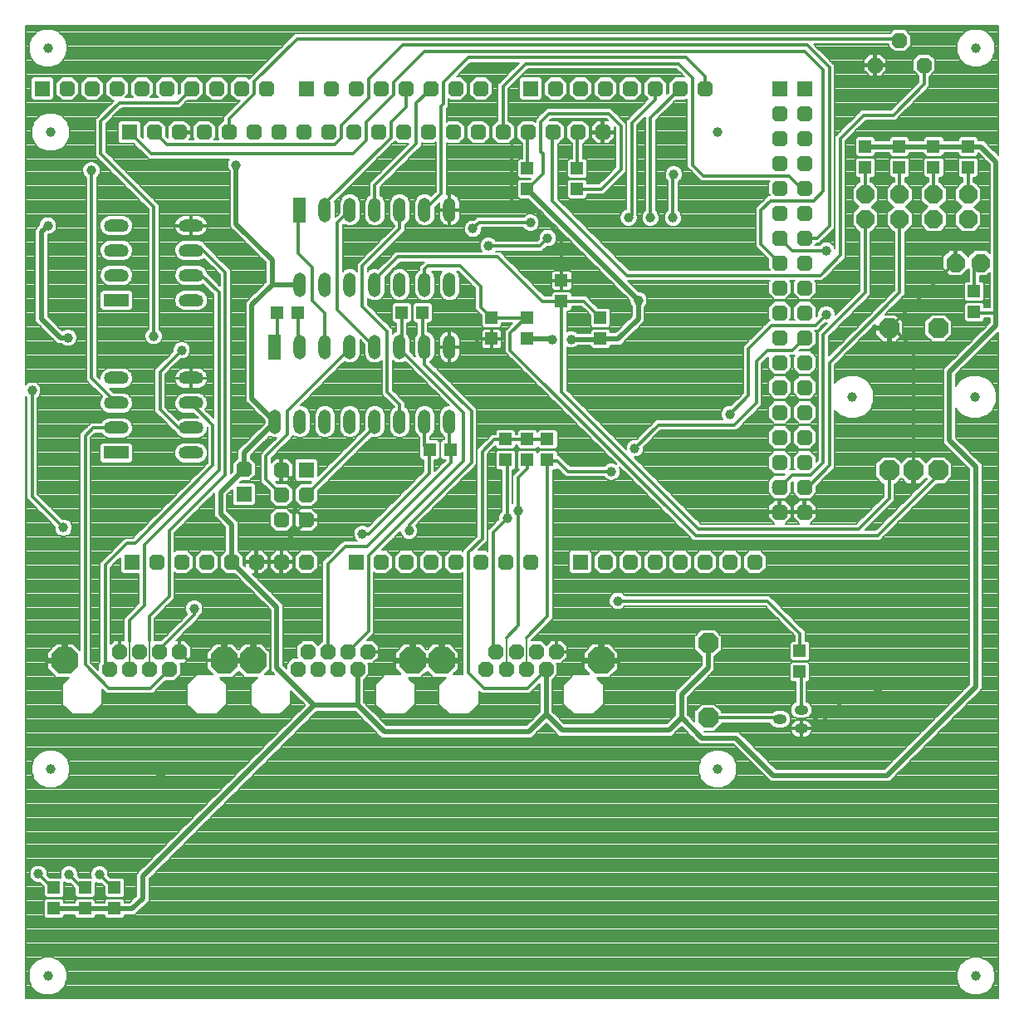
<source format=gbl>
%FSLAX35Y35*%
%MOIN*%
%IN2=KupferuntenL1(X.GBL)*%
%ADD10C,0.00591*%
%ADD11C,0.00614*%
%ADD12C,0.00768*%
%ADD13C,0.00787*%
%ADD14C,0.01024*%
%ADD15C,0.01181*%
%ADD16C,0.01280*%
%ADD17C,0.01535*%
%ADD18C,0.01575*%
%ADD19C,0.01969*%
%ADD20C,0.02362*%
%ADD21C,0.02795*%
%ADD22C,0.03937*%
%ADD23C,0.12205*%
%ADD24C,0.13780*%
%ADD25C,0.14173*%
%AMR_26*21,1,0.01181,0.01181,0,0,0.000*%
%ADD26R_26*%
%AMR_27*21,1,0.01250,0.01250,0,0,0.000*%
%ADD27R_27*%
%AMR_28*21,1,0.01280,0.01280,0,0,0.000*%
%ADD28R_28*%
%AMR_29*21,1,0.01476,0.01476,0,0,0.000*%
%ADD29R_29*%
%AMR_30*21,1,0.01575,0.01575,0,0,0.000*%
%ADD30R_30*%
%AMR_31*21,1,0.01772,0.01772,0,0,0.000*%
%ADD31R_31*%
%AMR_32*21,1,0.01969,0.01969,0,0,0.000*%
%ADD32R_32*%
%AMR_33*21,1,0.02657,0.02657,0,0,0.000*%
%ADD33R_33*%
%AMR_34*21,1,0.04587,0.05433,0,0,90.000*%
%ADD34R_34*%
%AMR_35*21,1,0.05000,0.05000,0,0,0.000*%
%ADD35R_35*%
%AMR_36*21,1,0.05000,0.05000,0,0,90.000*%
%ADD36R_36*%
%AMR_37*21,1,0.05000,0.05000,0,0,180.000*%
%ADD37R_37*%
%AMR_38*21,1,0.05000,0.05000,0,0,270.000*%
%ADD38R_38*%
%AMR_39*21,1,0.05000,0.09843,0,0,0.000*%
%ADD39R_39*%
%AMR_40*21,1,0.05000,0.10000,0,0,90.000*%
%ADD40R_40*%
%AMR_41*21,1,0.12205,0.05118,0,0,90.000*%
%ADD41R_41*%
%AMR_42*21,1,0.12205,0.05118,0,0,180.000*%
%ADD42R_42*%
%AMR_43*21,1,0.19685,0.19685,0,0,0.000*%
%ADD43R_43*%
%AMOCT_44*4,1,8,0.029528,0.014764,0.014764,0.029528,-0.014764,0.029528,-0.029528,0.014764,-0.029528,-0.014764,-0.014764,-0.029528,0.014764,-0.029528,0.029528,-0.014764,0.029528,0.014764,0.000*%
%ADD44OCT_44*%
%AMOCT_45*4,1,8,0.029528,0.014764,0.014764,0.029528,-0.014764,0.029528,-0.029528,0.014764,-0.029528,-0.014764,-0.014764,-0.029528,0.014764,-0.029528,0.029528,-0.014764,0.029528,0.014764,180.000*%
%ADD45OCT_45*%
%AMOCT_46*4,1,8,0.031496,0.015748,0.015748,0.031496,-0.015748,0.031496,-0.031496,0.015748,-0.031496,-0.015748,-0.015748,-0.031496,0.015748,-0.031496,0.031496,-0.015748,0.031496,0.015748,-0.000*%
%ADD46OCT_46*%
%AMOCT_47*4,1,8,0.031496,0.015748,0.015748,0.031496,-0.015748,0.031496,-0.031496,0.015748,-0.031496,-0.015748,-0.015748,-0.031496,0.015748,-0.031496,0.031496,-0.015748,0.031496,0.015748,90.000*%
%ADD47OCT_47*%
%AMOCT_48*4,1,8,0.031496,0.015748,0.015748,0.031496,-0.015748,0.031496,-0.031496,0.015748,-0.031496,-0.015748,-0.015748,-0.031496,0.015748,-0.031496,0.031496,-0.015748,0.031496,0.015748,270.000*%
%ADD48OCT_48*%
%AMOCT_49*4,1,8,0.035433,0.017717,0.017717,0.035433,-0.017717,0.035433,-0.035433,0.017717,-0.035433,-0.017717,-0.017717,-0.035433,0.017717,-0.035433,0.035433,-0.017717,0.035433,0.017717,180.000*%
%ADD49OCT_49*%
%AMOCT_50*4,1,8,0.035433,0.017717,0.017717,0.035433,-0.017717,0.035433,-0.035433,0.017717,-0.035433,-0.017717,-0.017717,-0.035433,0.017717,-0.035433,0.035433,-0.017717,0.035433,0.017717,270.000*%
%ADD50OCT_50*%
%AMOCT_51*4,1,8,0.039370,0.019685,0.019685,0.039370,-0.019685,0.039370,-0.039370,0.019685,-0.039370,-0.019685,-0.019685,-0.039370,0.019685,-0.039370,0.039370,-0.019685,0.039370,0.019685,0.000*%
%ADD51OCT_51*%
%AMOCT_52*4,1,8,0.039370,0.019685,0.019685,0.039370,-0.019685,0.039370,-0.039370,0.019685,-0.039370,-0.019685,-0.019685,-0.039370,0.019685,-0.039370,0.039370,-0.019685,0.039370,0.019685,270.000*%
%ADD52OCT_52*%
%AMOCT_53*4,1,8,0.053150,0.026575,0.026575,0.053150,-0.026575,0.053150,-0.053150,0.026575,-0.053150,-0.026575,-0.026575,-0.053150,0.026575,-0.053150,0.053150,-0.026575,0.053150,0.026575,180.000*%
%ADD53OCT_53*%
%AMOCT_54*4,1,8,0.064961,0.032480,0.032480,0.064961,-0.032480,0.064961,-0.064961,0.032480,-0.064961,-0.032480,-0.032480,-0.064961,0.032480,-0.064961,0.064961,-0.032480,0.064961,0.032480,180.000*%
%ADD54OCT_54*%
%AMO_55*20,1,0.03937,-0.00787,0.00000,0.00787,0.00000,0*1,1,0.03937,-0.00787,0.00000*1,1,0.03937,0.00787,0.00000*%
%ADD55O_55*%
%AMO_56*20,1,0.05000,0.00000,-0.02421,0.00000,0.02421,0*1,1,0.05000,0.00000,-0.02421*1,1,0.05000,0.00000,0.02421*%
%ADD56O_56*%
%AMO_57*20,1,0.05000,0.02500,0.00000,-0.02500,0.00000,0*1,1,0.05000,0.02500,0.00000*1,1,0.05000,-0.02500,0.00000*%
%ADD57O_57*%
%AMRR_58*21,1,0.06299,0.05039,0,0,-0.000*21,1,0.05039,0.06299,0,0,-0.000*1,1,0.01260,0.02520,0.02520*1,1,0.01260,-0.02520,-0.02520*1,1,0.01260,0.02520,-0.02520*1,1,0.01260,-0.02520,0.02520*%
%ADD58RR_58*%
%AMRR_59*21,1,0.06299,0.05039,0,0,90.000*21,1,0.05039,0.06299,0,0,90.000*1,1,0.01260,-0.02520,0.02520*1,1,0.01260,0.02520,-0.02520*1,1,0.01260,0.02520,0.02520*1,1,0.01260,-0.02520,-0.02520*%
%ADD59RR_59*%
%AMRR_60*21,1,0.06299,0.05039,0,0,270.000*21,1,0.05039,0.06299,0,0,270.000*1,1,0.01260,0.02520,-0.02520*1,1,0.01260,-0.02520,0.02520*1,1,0.01260,-0.02520,-0.02520*1,1,0.01260,0.02520,0.02520*%
%ADD60RR_60*%
G54D10*
X55881Y92401D02*
X55708Y92574D01*
X56125Y92992D01*
X56299Y92819D01*
X55881Y92401D01*
X56086Y92952D02*
X56165Y92952D01*
X56299Y91983D02*
X54473Y90157D01*
X54055Y90575D01*
X55881Y92401D01*
X56299Y91983D01*
X54189Y90709D02*
X55024Y90709D01*
X54740Y91260D02*
X55575Y91260D01*
X55291Y91811D02*
X56126Y91811D01*
X55842Y92362D02*
X55920Y92362D01*
X320182Y111850D02*
X319615Y112417D01*
X320033Y112835D01*
X320600Y112267D01*
X320182Y111850D01*
X319631Y112401D02*
X320466Y112401D01*
X55290Y92992D02*
X53654Y94628D01*
X54072Y95046D01*
X55708Y93410D01*
X55290Y92992D01*
X54739Y93543D02*
X55574Y93543D01*
X54188Y94094D02*
X55023Y94094D01*
X53671Y94646D02*
X54472Y94646D01*
X319198Y112835D02*
X317955Y114077D01*
X318373Y114495D01*
X319615Y113252D01*
X319198Y112835D01*
X318646Y113386D02*
X319482Y113386D01*
X318095Y113937D02*
X318930Y113937D01*
X318366Y114488D02*
X318379Y114488D01*
X322741Y109291D02*
X320600Y111432D01*
X321017Y111850D01*
X323159Y109709D01*
X322741Y109291D01*
X322190Y109842D02*
X323025Y109842D01*
X321639Y110394D02*
X322474Y110394D01*
X321087Y110945D02*
X321923Y110945D01*
X320664Y111496D02*
X321371Y111496D01*
G54D13*
X392125Y340194D02*
X392125Y340315D01*
X392125Y341024D01*
X392125Y341732D01*
X392125Y342441D01*
X392125Y343150D01*
X392125Y343858D01*
X392125Y344567D01*
X392125Y345275D01*
X392125Y345984D01*
X392125Y346693D01*
X392125Y347401D01*
X392125Y348110D01*
X392125Y348819D01*
X392125Y349527D01*
X392125Y350236D01*
X392125Y350945D01*
X392125Y351653D01*
X392125Y352362D01*
X392125Y353071D01*
X392125Y353779D01*
X392125Y354488D01*
X392125Y355197D01*
X392125Y355905D01*
X392125Y356614D01*
X392125Y357323D01*
X392125Y358031D01*
X392125Y358740D01*
X392125Y359449D01*
X392125Y360157D01*
X392125Y360866D01*
X392125Y361575D01*
X392125Y362283D01*
X392125Y362992D01*
X392125Y363701D01*
X392125Y364409D01*
X392125Y365118D01*
X392125Y365827D01*
X392125Y366535D01*
X392125Y367244D01*
X392125Y367953D01*
X392125Y368661D01*
X392125Y369370D01*
X392125Y370079D01*
X392125Y370787D01*
X392125Y371496D01*
X392125Y372205D01*
X392125Y372913D01*
X392125Y373622D01*
X392125Y374331D01*
X392125Y375039D01*
X392125Y375748D01*
X392125Y376457D01*
X392125Y377165D01*
X392125Y377874D01*
X392125Y378583D01*
X392125Y379291D01*
X392125Y380000D01*
X392125Y380709D01*
X392125Y381417D01*
X392125Y382126D01*
X392125Y382835D01*
X392125Y383543D01*
X392125Y384252D01*
X392125Y384961D01*
X392125Y385669D01*
X392125Y386378D01*
X392125Y387087D01*
X392125Y387795D01*
X392125Y388504D01*
X392125Y389212D01*
X392125Y389921D01*
X392125Y390630D01*
X392125Y391338D01*
X392125Y392047D01*
X392125Y392125D01*
X392125Y340194D02*
X392005Y340315D01*
X391296Y341024D01*
X390587Y341732D01*
X389879Y342441D01*
X389170Y343150D01*
X388461Y343858D01*
X387753Y344567D01*
X387044Y345275D01*
X386335Y345984D01*
X386210Y346109D01*
X384050Y346109D01*
X384050Y346693D01*
X384050Y346702D01*
X383351Y347401D01*
X383127Y347625D01*
X376822Y347625D01*
X375900Y346702D02*
X376599Y347401D01*
X376822Y347625D01*
X375900Y346109D02*
X375900Y346693D01*
X375900Y346702D01*
X375900Y346109D02*
X370300Y346109D01*
X370300Y346693D01*
X370300Y346702D01*
X369601Y347401D01*
X369377Y347625D01*
X363072Y347625D01*
X362150Y346702D02*
X362849Y347401D01*
X363072Y347625D01*
X362150Y346109D02*
X362150Y346693D01*
X362150Y346702D01*
X362150Y346109D02*
X356550Y346109D01*
X356550Y346693D01*
X356550Y346702D01*
X355851Y347401D01*
X355627Y347625D01*
X349322Y347625D01*
X348400Y346702D02*
X349099Y347401D01*
X349322Y347625D01*
X348400Y346109D02*
X348400Y346693D01*
X348400Y346702D01*
X348400Y346109D02*
X342800Y346109D01*
X342800Y346693D01*
X342800Y346702D01*
X342101Y347401D01*
X341877Y347625D01*
X335572Y347625D01*
X334650Y346702D02*
X335349Y347401D01*
X335572Y347625D01*
X334650Y340397D02*
X334650Y341024D01*
X334650Y341732D01*
X334650Y342441D01*
X334650Y343150D01*
X334650Y343858D01*
X334650Y344567D01*
X334650Y345275D01*
X334650Y345984D01*
X334650Y346693D01*
X334650Y346702D01*
X335572Y339475D02*
X335441Y339606D01*
X334732Y340315D01*
X334650Y340397D01*
X335572Y339475D02*
X341877Y339475D01*
X342009Y339606D01*
X342718Y340315D01*
X342800Y340397D01*
X342800Y340990D01*
X348400Y340990D01*
X348400Y340397D02*
X348400Y340990D01*
X349322Y339475D02*
X349191Y339606D01*
X348482Y340315D01*
X348400Y340397D01*
X349322Y339475D02*
X355627Y339475D01*
X355759Y339606D01*
X356468Y340315D01*
X356550Y340397D01*
X356550Y340990D01*
X362150Y340990D01*
X362150Y340397D02*
X362150Y340990D01*
X363072Y339475D02*
X362941Y339606D01*
X362232Y340315D01*
X362150Y340397D01*
X363072Y339475D02*
X369377Y339475D01*
X369509Y339606D01*
X370218Y340315D01*
X370300Y340397D01*
X370300Y340990D01*
X375900Y340990D01*
X375900Y340397D02*
X375900Y340990D01*
X376822Y339475D02*
X376691Y339606D01*
X375982Y340315D01*
X375900Y340397D01*
X376822Y339475D02*
X383127Y339475D01*
X383259Y339606D01*
X383968Y340315D01*
X384050Y340397D01*
X384050Y340990D01*
X384090Y340990D01*
X388665Y336415D02*
X388309Y336772D01*
X387600Y337480D01*
X386891Y338189D01*
X386183Y338898D01*
X385474Y339606D01*
X384765Y340315D01*
X384090Y340990D01*
X388665Y300702D02*
X388665Y301338D01*
X388665Y302047D01*
X388665Y302756D01*
X388665Y303464D01*
X388665Y304173D01*
X388665Y304882D01*
X388665Y305590D01*
X388665Y306299D01*
X388665Y307008D01*
X388665Y307716D01*
X388665Y308425D01*
X388665Y309134D01*
X388665Y309842D01*
X388665Y310551D01*
X388665Y311260D01*
X388665Y311968D01*
X388665Y312677D01*
X388665Y313386D01*
X388665Y314094D01*
X388665Y314803D01*
X388665Y315512D01*
X388665Y316220D01*
X388665Y316929D01*
X388665Y317638D01*
X388665Y318346D01*
X388665Y319055D01*
X388665Y319764D01*
X388665Y320472D01*
X388665Y321181D01*
X388665Y321890D01*
X388665Y322598D01*
X388665Y323307D01*
X388665Y324016D01*
X388665Y324724D01*
X388665Y325433D01*
X388665Y326142D01*
X388665Y326850D01*
X388665Y327559D01*
X388665Y328268D01*
X388665Y328976D01*
X388665Y329685D01*
X388665Y330394D01*
X388665Y331102D01*
X388665Y331811D01*
X388665Y332520D01*
X388665Y333228D01*
X388665Y333937D01*
X388665Y334646D01*
X388665Y335354D01*
X388665Y336063D01*
X388665Y336415D01*
X388665Y300702D02*
X388029Y301338D01*
X387399Y301968D01*
X382551Y301968D01*
X379975Y299393D02*
X380504Y299921D01*
X381212Y300630D01*
X381921Y301338D01*
X382551Y301968D01*
X379975Y299393D02*
X379446Y299921D01*
X378738Y300630D01*
X378029Y301338D01*
X377399Y301968D01*
X374975Y301968D02*
X372551Y301968D01*
X369856Y299274D02*
X370504Y299921D01*
X371212Y300630D01*
X371921Y301338D01*
X372551Y301968D01*
X369856Y294426D02*
X369856Y294961D01*
X369856Y295669D01*
X369856Y296378D01*
X369856Y297087D01*
X369856Y297795D01*
X369856Y298504D01*
X369856Y299212D01*
X369856Y299274D01*
X372551Y291731D02*
X372156Y292126D01*
X371448Y292835D01*
X370940Y293342D02*
X370739Y293543D01*
X370030Y294252D01*
X369856Y294426D01*
X372551Y291731D02*
X377399Y291731D01*
X377794Y292126D01*
X378502Y292835D01*
X379211Y293543D01*
X379919Y294252D01*
X379975Y294307D01*
X380309Y293973D02*
X380030Y294252D01*
X379975Y294307D01*
X380309Y289500D02*
X380309Y290000D01*
X380309Y290709D01*
X380309Y291417D01*
X380309Y292126D01*
X380309Y292835D01*
X380309Y293543D01*
X380309Y293973D01*
X380309Y289500D02*
X379322Y289500D01*
X378400Y288577D02*
X378405Y288583D01*
X379114Y289291D01*
X379322Y289500D01*
X378400Y282272D02*
X378400Y282913D01*
X378400Y283622D01*
X378400Y284331D01*
X378400Y285039D01*
X378400Y285748D01*
X378400Y286457D01*
X378400Y287165D01*
X378400Y287874D01*
X378400Y288577D01*
X379322Y281350D02*
X379176Y281496D01*
X378468Y282205D01*
X378400Y282272D01*
X379322Y281350D02*
X385627Y281350D01*
X385774Y281496D01*
X386482Y282205D01*
X386550Y282272D01*
X386550Y282913D01*
X386550Y283622D01*
X386550Y284331D01*
X386550Y285039D01*
X386550Y285748D01*
X386550Y286457D01*
X386550Y287165D01*
X386550Y287874D01*
X386550Y288577D01*
X386545Y288583D01*
X385836Y289291D01*
X385627Y289500D01*
X384641Y289500D01*
X384641Y290000D01*
X384641Y290709D01*
X384641Y291417D01*
X384641Y291731D01*
X387399Y291731D01*
X387794Y292126D01*
X388502Y292835D01*
X388665Y292998D01*
X388665Y279016D02*
X388665Y279370D01*
X388665Y280079D01*
X388665Y280787D01*
X388665Y281496D01*
X388665Y282205D01*
X388665Y282913D01*
X388665Y283622D01*
X388665Y284331D01*
X388665Y285039D01*
X388665Y285748D01*
X388665Y286457D01*
X388665Y287165D01*
X388665Y287874D01*
X388665Y288583D01*
X388665Y289291D01*
X388665Y290000D01*
X388665Y290709D01*
X388665Y291417D01*
X388665Y292126D01*
X388665Y292835D01*
X388665Y292998D01*
X388665Y279016D02*
X386550Y279016D01*
X386550Y279370D01*
X386550Y280079D01*
X386550Y280177D01*
X385940Y280787D01*
X385627Y281100D01*
X379322Y281100D01*
X378400Y280177D02*
X379010Y280787D01*
X379322Y281100D01*
X378400Y273872D02*
X378400Y274409D01*
X378400Y275118D01*
X378400Y275827D01*
X378400Y276535D01*
X378400Y277244D01*
X378400Y277953D01*
X378400Y278661D01*
X378400Y279370D01*
X378400Y280079D01*
X378400Y280177D01*
X379322Y272950D02*
X379280Y272992D01*
X378571Y273701D01*
X378400Y273872D01*
X379322Y272950D02*
X385627Y272950D01*
X385670Y272992D01*
X386378Y273701D01*
X386550Y273872D01*
X386550Y274409D01*
X386550Y274684D01*
X388665Y274684D01*
X388665Y272910D02*
X388665Y272992D01*
X388665Y273701D01*
X388665Y274409D01*
X388665Y274684D01*
X369915Y254160D02*
X370322Y254567D01*
X371031Y255275D01*
X371740Y255984D01*
X372448Y256693D01*
X373157Y257401D01*
X373866Y258110D01*
X374574Y258819D01*
X375283Y259527D01*
X375992Y260236D01*
X376700Y260945D01*
X377409Y261653D01*
X378117Y262362D01*
X378826Y263071D01*
X379535Y263779D01*
X380243Y264488D01*
X380952Y265197D01*
X381661Y265905D01*
X382369Y266614D01*
X383078Y267323D01*
X383787Y268031D01*
X384495Y268740D01*
X385204Y269449D01*
X385913Y270157D01*
X386621Y270866D01*
X387330Y271575D01*
X388039Y272283D01*
X388665Y272910D01*
X369915Y252040D02*
X369915Y252441D01*
X369915Y253150D01*
X369915Y253858D01*
X369915Y254160D01*
X369915Y226660D02*
X369915Y226929D01*
X369915Y227638D01*
X369915Y228346D01*
X369915Y229055D01*
X369915Y229764D01*
X369915Y230472D01*
X369915Y231181D01*
X369915Y231890D01*
X369915Y232598D01*
X369915Y233307D01*
X369915Y234016D01*
X369915Y234724D01*
X369915Y235433D01*
X369915Y236142D01*
X369915Y236850D01*
X369915Y237559D01*
X369915Y238268D01*
X369915Y238976D01*
X369915Y239685D01*
X369915Y240394D01*
X369915Y241102D01*
X369915Y241811D01*
X369915Y242520D01*
X369915Y243228D01*
X369915Y243937D01*
X369915Y244646D01*
X369915Y245354D01*
X369915Y246063D01*
X369915Y246772D01*
X369915Y247480D01*
X369915Y248189D01*
X369915Y248898D01*
X369915Y249606D01*
X369915Y250315D01*
X369915Y251024D01*
X369915Y251732D01*
X369915Y252040D01*
X369915Y224540D02*
X369915Y224803D01*
X369915Y225512D01*
X369915Y226220D01*
X369915Y226660D01*
X371415Y223040D02*
X371069Y223386D01*
X370361Y224094D01*
X369915Y224540D01*
X380540Y213915D02*
X380282Y214173D01*
X379573Y214882D01*
X378865Y215590D01*
X378156Y216299D01*
X377447Y217008D01*
X376739Y217716D01*
X376030Y218425D01*
X375321Y219134D01*
X374613Y219842D01*
X373904Y220551D01*
X373195Y221260D01*
X372487Y221968D01*
X371778Y222677D01*
X371415Y223040D01*
X380540Y127910D02*
X380540Y128425D01*
X380540Y129134D01*
X380540Y129842D01*
X380540Y130551D01*
X380540Y131260D01*
X380540Y131968D01*
X380540Y132677D01*
X380540Y133386D01*
X380540Y134094D01*
X380540Y134803D01*
X380540Y135512D01*
X380540Y136220D01*
X380540Y136929D01*
X380540Y137638D01*
X380540Y138346D01*
X380540Y139055D01*
X380540Y139764D01*
X380540Y140472D01*
X380540Y141181D01*
X380540Y141890D01*
X380540Y142598D01*
X380540Y143307D01*
X380540Y144016D01*
X380540Y144724D01*
X380540Y145433D01*
X380540Y146142D01*
X380540Y146850D01*
X380540Y147559D01*
X380540Y148268D01*
X380540Y148976D01*
X380540Y149685D01*
X380540Y150394D01*
X380540Y151102D01*
X380540Y151811D01*
X380540Y152520D01*
X380540Y153228D01*
X380540Y153937D01*
X380540Y154646D01*
X380540Y155354D01*
X380540Y156063D01*
X380540Y156772D01*
X380540Y157480D01*
X380540Y158189D01*
X380540Y158898D01*
X380540Y159606D01*
X380540Y160315D01*
X380540Y161024D01*
X380540Y161732D01*
X380540Y162441D01*
X380540Y163150D01*
X380540Y163858D01*
X380540Y164567D01*
X380540Y165275D01*
X380540Y165984D01*
X380540Y166693D01*
X380540Y167401D01*
X380540Y168110D01*
X380540Y168819D01*
X380540Y169527D01*
X380540Y170236D01*
X380540Y170945D01*
X380540Y171653D01*
X380540Y172362D01*
X380540Y173071D01*
X380540Y173779D01*
X380540Y174488D01*
X380540Y175197D01*
X380540Y175905D01*
X380540Y176614D01*
X380540Y177323D01*
X380540Y178031D01*
X380540Y178740D01*
X380540Y179449D01*
X380540Y180157D01*
X380540Y180866D01*
X380540Y181575D01*
X380540Y182283D01*
X380540Y182992D01*
X380540Y183701D01*
X380540Y184409D01*
X380540Y185118D01*
X380540Y185827D01*
X380540Y186535D01*
X380540Y187244D01*
X380540Y187953D01*
X380540Y188661D01*
X380540Y189370D01*
X380540Y190079D01*
X380540Y190787D01*
X380540Y191496D01*
X380540Y192205D01*
X380540Y192913D01*
X380540Y193622D01*
X380540Y194331D01*
X380540Y195039D01*
X380540Y195748D01*
X380540Y196457D01*
X380540Y197165D01*
X380540Y197874D01*
X380540Y198583D01*
X380540Y199291D01*
X380540Y200000D01*
X380540Y200709D01*
X380540Y201417D01*
X380540Y202126D01*
X380540Y202835D01*
X380540Y203543D01*
X380540Y204252D01*
X380540Y204961D01*
X380540Y205669D01*
X380540Y206378D01*
X380540Y207087D01*
X380540Y207795D01*
X380540Y208504D01*
X380540Y209212D01*
X380540Y209921D01*
X380540Y210630D01*
X380540Y211338D01*
X380540Y212047D01*
X380540Y212756D01*
X380540Y213464D01*
X380540Y213915D01*
X346415Y93784D02*
X347040Y94409D01*
X347748Y95118D01*
X348457Y95827D01*
X349166Y96535D01*
X349874Y97244D01*
X350583Y97953D01*
X351292Y98661D01*
X352000Y99370D01*
X352709Y100079D01*
X353418Y100787D01*
X354126Y101496D01*
X354835Y102205D01*
X355544Y102913D01*
X356252Y103622D01*
X356961Y104331D01*
X357670Y105039D01*
X358378Y105748D01*
X359087Y106457D01*
X359796Y107165D01*
X360504Y107874D01*
X361213Y108583D01*
X361922Y109291D01*
X362630Y110000D01*
X363339Y110709D01*
X364048Y111417D01*
X364756Y112126D01*
X365465Y112835D01*
X366174Y113543D01*
X366882Y114252D01*
X367591Y114961D01*
X368300Y115669D01*
X369008Y116378D01*
X369717Y117087D01*
X370426Y117795D01*
X371134Y118504D01*
X371843Y119212D01*
X372552Y119921D01*
X373260Y120630D01*
X373969Y121338D01*
X374678Y122047D01*
X375386Y122756D01*
X376095Y123464D01*
X376804Y124173D01*
X377512Y124882D01*
X378221Y125590D01*
X378930Y126299D01*
X379638Y127008D01*
X380347Y127716D01*
X380540Y127910D01*
X346415Y93784D02*
X302910Y93784D01*
X302285Y94409D01*
X301576Y95118D01*
X300868Y95827D01*
X300159Y96535D01*
X299450Y97244D01*
X298742Y97953D01*
X298033Y98661D01*
X297324Y99370D01*
X296616Y100079D01*
X295907Y100787D01*
X295198Y101496D01*
X294490Y102205D01*
X293781Y102913D01*
X293072Y103622D01*
X292364Y104331D01*
X291655Y105039D01*
X290946Y105748D01*
X290238Y106457D01*
X289529Y107165D01*
X288820Y107874D01*
X288112Y108583D01*
X287910Y108784D01*
X274160Y108784D01*
X274107Y108838D01*
X278221Y108838D01*
X278674Y109291D01*
X279383Y110000D01*
X280092Y110709D01*
X280800Y111417D01*
X281112Y111729D01*
X281112Y112126D01*
X281112Y112184D01*
X300370Y112184D01*
X300559Y111670D02*
X300391Y112126D01*
X300370Y112184D01*
X301551Y110677D02*
X301520Y110709D01*
X300812Y111417D01*
X300559Y111670D01*
X302898Y110181D02*
X301551Y110677D01*
X302898Y110181D02*
X305890Y110181D01*
X307237Y110677D01*
X307268Y110709D01*
X307977Y111417D01*
X308229Y111670D01*
X308397Y112126D01*
X308658Y112835D01*
X308725Y113016D01*
X308725Y113543D01*
X308725Y114252D01*
X308725Y114434D01*
X308531Y114961D01*
X308270Y115669D01*
X308229Y115780D01*
X307632Y116378D01*
X307237Y116772D01*
X306385Y117087D01*
X305890Y117269D01*
X302898Y117269D01*
X301551Y116772D02*
X302404Y117087D01*
X302898Y117269D01*
X301295Y116516D02*
X301551Y116772D01*
X301295Y116516D02*
X281112Y116516D01*
X281112Y116971D01*
X280996Y117087D01*
X280288Y117795D01*
X279579Y118504D01*
X278870Y119212D01*
X278221Y119862D01*
X272979Y119862D01*
X270088Y116971D02*
X270203Y117087D01*
X270912Y117795D01*
X271621Y118504D01*
X272329Y119212D01*
X272979Y119862D01*
X270088Y112857D02*
X270088Y113543D01*
X270088Y114252D01*
X270088Y114961D01*
X270088Y115669D01*
X270088Y116378D01*
X270088Y116971D01*
X270088Y112857D02*
X269401Y113543D01*
X268693Y114252D01*
X267984Y114961D01*
X267534Y115410D01*
X267534Y115669D01*
X267534Y116378D01*
X267534Y117087D01*
X267534Y117795D01*
X267534Y118504D01*
X267534Y119212D01*
X267534Y119921D01*
X267534Y120630D01*
X267534Y121338D01*
X267534Y122047D01*
X267534Y122665D01*
X267625Y122756D01*
X268334Y123464D01*
X269043Y124173D01*
X269751Y124882D01*
X270460Y125590D01*
X271169Y126299D01*
X271877Y127008D01*
X272586Y127716D01*
X273295Y128425D01*
X274003Y129134D01*
X274712Y129842D01*
X275421Y130551D01*
X276129Y131260D01*
X276660Y131790D01*
X276838Y131968D01*
X277547Y132677D01*
X278159Y133290D01*
X278159Y133386D01*
X278159Y134094D01*
X278159Y134803D01*
X278159Y135512D01*
X278159Y136220D01*
X278159Y136929D01*
X278159Y137638D01*
X278159Y138346D01*
X278159Y138838D01*
X278221Y138838D01*
X278438Y139055D01*
X279147Y139764D01*
X279856Y140472D01*
X280564Y141181D01*
X281112Y141729D01*
X281112Y141890D01*
X281112Y142598D01*
X281112Y143307D01*
X281112Y144016D01*
X281112Y144724D01*
X281112Y145433D01*
X281112Y146142D01*
X281112Y146850D01*
X281112Y146971D01*
X280524Y147559D01*
X279815Y148268D01*
X279107Y148976D01*
X278398Y149685D01*
X278221Y149862D01*
X272979Y149862D01*
X270088Y146971D02*
X270676Y147559D01*
X271384Y148268D01*
X272093Y148976D01*
X272802Y149685D01*
X272979Y149862D01*
X270088Y141729D02*
X270088Y141890D01*
X270088Y142598D01*
X270088Y143307D01*
X270088Y144016D01*
X270088Y144724D01*
X270088Y145433D01*
X270088Y146142D01*
X270088Y146850D01*
X270088Y146971D01*
X272979Y138838D02*
X272762Y139055D01*
X272053Y139764D01*
X271344Y140472D01*
X270636Y141181D01*
X270088Y141729D01*
X272979Y138838D02*
X273040Y138838D01*
X273040Y135410D02*
X273040Y135512D01*
X273040Y136220D01*
X273040Y136929D01*
X273040Y137638D01*
X273040Y138346D01*
X273040Y138838D01*
X262415Y124785D02*
X262512Y124882D01*
X263221Y125590D01*
X263930Y126299D01*
X264638Y127008D01*
X265347Y127716D01*
X266055Y128425D01*
X266764Y129134D01*
X267473Y129842D01*
X268181Y130551D01*
X268890Y131260D01*
X269599Y131968D01*
X270307Y132677D01*
X271016Y133386D01*
X271725Y134094D01*
X272433Y134803D01*
X273040Y135410D01*
X262415Y122665D02*
X262415Y122756D01*
X262415Y123464D01*
X262415Y124173D01*
X262415Y124785D01*
X262415Y115410D02*
X262415Y115669D01*
X262415Y116378D01*
X262415Y117087D01*
X262415Y117795D01*
X262415Y118504D01*
X262415Y119212D01*
X262415Y119921D01*
X262415Y120630D01*
X262415Y121338D01*
X262415Y122047D01*
X262415Y122665D01*
X258915Y111909D02*
X259131Y112126D01*
X259840Y112835D01*
X260549Y113543D01*
X261257Y114252D01*
X261966Y114961D01*
X262415Y115410D01*
X258915Y111909D02*
X217989Y111909D01*
X217772Y112126D01*
X217064Y112835D01*
X216355Y113543D01*
X215646Y114252D01*
X214938Y114961D01*
X214229Y115669D01*
X213520Y116378D01*
X213199Y116699D01*
X213199Y117087D01*
X213199Y117795D01*
X213199Y118504D01*
X213199Y119212D01*
X213199Y119921D01*
X213199Y120630D01*
X213199Y121338D01*
X213199Y122047D01*
X213199Y122756D01*
X213199Y123464D01*
X213199Y124173D01*
X213199Y124882D01*
X213199Y125590D01*
X213199Y126299D01*
X213199Y127008D01*
X213199Y127716D01*
X213199Y128425D01*
X213199Y129134D01*
X213199Y129628D01*
X213414Y129842D01*
X214122Y130551D01*
X214831Y131260D01*
X215167Y131596D01*
X215167Y131968D01*
X215167Y132677D01*
X215167Y133386D01*
X215167Y134094D01*
X215167Y134803D01*
X215167Y135512D01*
X215167Y135854D01*
X214816Y136205D01*
X216784Y136205D01*
X216799Y136220D01*
X217508Y136929D01*
X218217Y137638D01*
X218925Y138346D01*
X219183Y138604D01*
X219183Y139055D01*
X219183Y139764D01*
X219183Y140472D01*
X219183Y140733D02*
X219183Y141181D01*
X219183Y141890D01*
X219183Y142598D01*
X219183Y142862D01*
X218738Y143307D01*
X218029Y144016D01*
X217320Y144724D01*
X216784Y145261D01*
X214655Y145261D02*
X212526Y145261D01*
X210639Y143374D02*
X211281Y144016D01*
X211990Y144724D01*
X212526Y145261D01*
X210639Y143374D02*
X209997Y144016D01*
X209289Y144724D01*
X208752Y145261D01*
X204577Y145261D01*
X204577Y145264D01*
X204746Y145433D01*
X205454Y146142D01*
X206163Y146850D01*
X206872Y147559D01*
X207580Y148268D01*
X208289Y148976D01*
X208998Y149685D01*
X209706Y150394D01*
X210415Y151102D01*
X211124Y151811D01*
X211832Y152520D01*
X212122Y152809D01*
X212122Y152809D01*
X212541Y153228D01*
X213250Y153937D01*
X213391Y154078D01*
X213391Y154646D01*
X213391Y155354D01*
X213391Y156063D01*
X213391Y156772D01*
X213391Y157480D01*
X213391Y158189D01*
X213391Y158898D01*
X213391Y159606D01*
X213391Y160315D01*
X213391Y161024D01*
X213391Y161732D01*
X213391Y162441D01*
X213391Y163150D01*
X213391Y163858D01*
X213391Y164567D01*
X213391Y165275D01*
X213391Y165984D01*
X213391Y166693D01*
X213391Y167401D01*
X213391Y168110D01*
X213391Y168819D01*
X213391Y169527D01*
X213391Y170236D01*
X213391Y170945D01*
X213391Y171653D01*
X213391Y172362D01*
X213391Y173071D01*
X213391Y173779D01*
X213391Y174488D01*
X213391Y175197D01*
X213391Y175905D01*
X213391Y176614D01*
X213391Y177323D01*
X213391Y178031D01*
X213391Y178740D01*
X213391Y179449D01*
X213391Y180157D01*
X213391Y180866D01*
X213391Y181575D01*
X213391Y182283D01*
X213391Y182992D01*
X213391Y183701D01*
X213391Y184409D01*
X213391Y185118D01*
X213391Y185827D01*
X213391Y186535D01*
X213391Y187244D01*
X213391Y187953D01*
X213391Y188661D01*
X213391Y189370D01*
X213391Y190079D01*
X213391Y190787D01*
X213391Y191496D01*
X213391Y192205D01*
X213391Y192913D01*
X213391Y193622D01*
X213391Y194331D01*
X213391Y195039D01*
X213391Y195748D01*
X213391Y196457D01*
X213391Y197165D01*
X213391Y197874D01*
X213391Y198583D01*
X213391Y199291D01*
X213391Y200000D01*
X213391Y200709D01*
X213391Y201417D01*
X213391Y202126D01*
X213391Y202835D01*
X213391Y203543D01*
X213391Y204252D01*
X213391Y204961D01*
X213391Y205669D01*
X213391Y206378D01*
X213391Y207087D01*
X213391Y207795D01*
X213391Y208504D01*
X213391Y209212D01*
X213391Y209921D01*
X213391Y210630D01*
X213391Y211338D01*
X213391Y212047D01*
X213391Y212756D01*
X213391Y213464D01*
X213391Y213575D01*
X214377Y213575D01*
X214976Y214173D01*
X215095Y214292D01*
X217184Y212203D02*
X216631Y212756D01*
X215923Y213464D01*
X215214Y214173D01*
X215095Y214292D01*
X217184Y212203D02*
X217184Y212203D01*
X218453Y210934D02*
X218048Y211338D01*
X217340Y212047D01*
X217184Y212203D01*
X218453Y210934D02*
X233913Y210934D01*
X234795Y210052D02*
X234217Y210630D01*
X233913Y210934D01*
X236141Y209556D02*
X235151Y209921D01*
X234795Y210052D01*
X236141Y209556D02*
X237559Y209556D01*
X238549Y209921D01*
X238905Y210052D01*
X239483Y210630D01*
X239897Y211045D01*
X240006Y211338D01*
X240267Y212047D01*
X240394Y212391D01*
X240394Y212756D01*
X240394Y213464D01*
X240394Y213809D01*
X240259Y214173D01*
X239998Y214882D01*
X239921Y215091D01*
X268434Y186578D02*
X267768Y187244D01*
X267059Y187953D01*
X266351Y188661D01*
X265642Y189370D01*
X264933Y190079D01*
X264225Y190787D01*
X263516Y191496D01*
X262807Y192205D01*
X262099Y192913D01*
X261390Y193622D01*
X260681Y194331D01*
X259973Y195039D01*
X259264Y195748D01*
X258555Y196457D01*
X257847Y197165D01*
X257138Y197874D01*
X256429Y198583D01*
X255721Y199291D01*
X255012Y200000D01*
X254303Y200709D01*
X253595Y201417D01*
X252886Y202126D01*
X252177Y202835D01*
X251469Y203543D01*
X250760Y204252D01*
X250051Y204961D01*
X249343Y205669D01*
X248634Y206378D01*
X247925Y207087D01*
X247217Y207795D01*
X246508Y208504D01*
X245799Y209212D01*
X245091Y209921D01*
X244382Y210630D01*
X243673Y211338D01*
X242965Y212047D01*
X242256Y212756D01*
X241548Y213464D01*
X240839Y214173D01*
X240130Y214882D01*
X239921Y215091D01*
X268434Y186578D02*
X268434Y186578D01*
X269703Y185309D02*
X269185Y185827D01*
X268477Y186535D01*
X268434Y186578D01*
X269703Y185309D02*
X344622Y185309D01*
X345139Y185827D01*
X345848Y186535D01*
X345891Y186578D01*
X345891Y186578D01*
X346557Y187244D01*
X347265Y187953D01*
X347974Y188661D01*
X348683Y189370D01*
X349391Y190079D01*
X350100Y190787D01*
X350809Y191496D01*
X351517Y192205D01*
X352226Y192913D01*
X352935Y193622D01*
X353643Y194331D01*
X354352Y195039D01*
X355061Y195748D01*
X355769Y196457D01*
X356478Y197165D01*
X357187Y197874D01*
X357895Y198583D01*
X358604Y199291D01*
X359313Y200000D01*
X360021Y200709D01*
X360730Y201417D01*
X361439Y202126D01*
X362147Y202835D01*
X362856Y203543D01*
X363565Y204252D01*
X364273Y204961D01*
X364982Y205669D01*
X365691Y206378D01*
X366399Y207087D01*
X367108Y207795D01*
X367373Y208060D01*
X370563Y208060D01*
X371007Y208504D01*
X371716Y209212D01*
X372424Y209921D01*
X373133Y210630D01*
X373455Y210951D01*
X373455Y211338D01*
X373455Y212047D01*
X373455Y212756D01*
X373455Y213464D01*
X373455Y214173D01*
X373455Y214882D01*
X373455Y215590D01*
X373455Y216193D01*
X373349Y216299D01*
X372640Y217008D01*
X371931Y217716D01*
X371223Y218425D01*
X370563Y219085D01*
X365321Y219085D01*
X363021Y216784D02*
X363245Y217008D01*
X363953Y217716D01*
X364662Y218425D01*
X365321Y219085D01*
X363021Y216784D02*
X362798Y217008D01*
X362089Y217716D01*
X361380Y218425D01*
X360721Y219085D01*
X358100Y219085D02*
X355479Y219085D01*
X353179Y216784D02*
X353402Y217008D01*
X354111Y217716D01*
X354819Y218425D01*
X355479Y219085D01*
X353179Y216784D02*
X352955Y217008D01*
X352246Y217716D01*
X351538Y218425D01*
X350878Y219085D01*
X345636Y219085D01*
X342745Y216193D02*
X342851Y216299D01*
X343560Y217008D01*
X344268Y217716D01*
X344977Y218425D01*
X345636Y219085D01*
X342745Y210951D02*
X342745Y211338D01*
X342745Y212047D01*
X342745Y212756D01*
X342745Y213464D01*
X342745Y214173D01*
X342745Y214882D01*
X342745Y215590D01*
X342745Y216193D01*
X345636Y208060D02*
X345193Y208504D01*
X344484Y209212D01*
X343775Y209921D01*
X343067Y210630D01*
X342745Y210951D01*
X345636Y208060D02*
X346092Y208060D01*
X346092Y203219D02*
X346092Y203543D01*
X346092Y204252D01*
X346092Y204961D01*
X346092Y205669D01*
X346092Y206378D01*
X346092Y207087D01*
X346092Y207795D01*
X346092Y208060D01*
X335013Y192141D02*
X335077Y192205D01*
X335785Y192913D01*
X336494Y193622D01*
X337203Y194331D01*
X337911Y195039D01*
X338620Y195748D01*
X339329Y196457D01*
X340037Y197165D01*
X340746Y197874D01*
X341455Y198583D01*
X342163Y199291D01*
X342872Y200000D01*
X343581Y200709D01*
X344289Y201417D01*
X344998Y202126D01*
X345707Y202835D01*
X346092Y203219D01*
X335013Y192141D02*
X316593Y192141D01*
X316657Y192205D01*
X317365Y192913D01*
X318074Y193622D01*
X318783Y194331D01*
X319075Y194623D01*
X319075Y195039D01*
X319075Y195748D01*
X319075Y196457D01*
X319075Y196850D02*
X319075Y197165D01*
X319075Y197874D01*
X319075Y198583D01*
X319075Y199077D01*
X318861Y199291D01*
X318152Y200000D01*
X317443Y200709D01*
X316735Y201417D01*
X316577Y201575D01*
X314350Y201575D02*
X312123Y201575D01*
X309625Y199077D02*
X309839Y199291D01*
X310548Y200000D01*
X311256Y200709D01*
X311965Y201417D01*
X312123Y201575D01*
X309625Y194623D02*
X309625Y195039D01*
X309625Y195748D01*
X309625Y196457D01*
X309625Y196850D02*
X309625Y197165D01*
X309625Y197874D01*
X309625Y198583D01*
X309625Y199077D01*
X312107Y192141D02*
X312043Y192205D01*
X311334Y192913D01*
X310626Y193622D01*
X309917Y194331D01*
X309625Y194623D01*
X312107Y192141D02*
X306593Y192141D01*
X306657Y192205D01*
X307365Y192913D01*
X308074Y193622D01*
X308783Y194331D01*
X309075Y194623D01*
X309075Y195039D01*
X309075Y195748D01*
X309075Y196457D01*
X309075Y196850D02*
X309075Y197165D01*
X309075Y197874D01*
X309075Y198583D01*
X309075Y199077D01*
X308861Y199291D01*
X308152Y200000D01*
X307443Y200709D01*
X306735Y201417D01*
X306577Y201575D01*
X304350Y201575D02*
X302123Y201575D01*
X299625Y199077D02*
X299839Y199291D01*
X300548Y200000D01*
X301256Y200709D01*
X301965Y201417D01*
X302123Y201575D01*
X299625Y194623D02*
X299625Y195039D01*
X299625Y195748D01*
X299625Y196457D01*
X299625Y196850D02*
X299625Y197165D01*
X299625Y197874D01*
X299625Y198583D01*
X299625Y199077D01*
X302107Y192141D02*
X302043Y192205D01*
X301334Y192913D01*
X300626Y193622D01*
X299917Y194331D01*
X299625Y194623D01*
X302107Y192141D02*
X272747Y192141D01*
X272683Y192205D01*
X271974Y192913D01*
X271266Y193622D01*
X270557Y194331D01*
X269848Y195039D01*
X269140Y195748D01*
X268431Y196457D01*
X267722Y197165D01*
X267014Y197874D01*
X266305Y198583D01*
X265596Y199291D01*
X264888Y200000D01*
X264179Y200709D01*
X263470Y201417D01*
X262762Y202126D01*
X262053Y202835D01*
X261344Y203543D01*
X260636Y204252D01*
X259927Y204961D01*
X259218Y205669D01*
X258510Y206378D01*
X257801Y207087D01*
X257092Y207795D01*
X256384Y208504D01*
X255675Y209212D01*
X254966Y209921D01*
X254258Y210630D01*
X253549Y211338D01*
X252840Y212047D01*
X252132Y212756D01*
X251423Y213464D01*
X250714Y214173D01*
X250006Y214882D01*
X249297Y215590D01*
X248589Y216299D01*
X247880Y217008D01*
X247171Y217716D01*
X246463Y218425D01*
X245956Y218931D01*
X246934Y218931D01*
X247483Y219134D01*
X248280Y219427D01*
X248695Y219842D01*
X249272Y220420D01*
X249321Y220551D01*
X249582Y221260D01*
X249769Y221766D01*
X249769Y221968D01*
X249769Y222677D01*
X249769Y222956D01*
X250199Y223386D01*
X250907Y224094D01*
X251616Y224803D01*
X252325Y225512D01*
X253033Y226220D01*
X253742Y226929D01*
X254451Y227638D01*
X255159Y228346D01*
X255868Y229055D01*
X256497Y229684D01*
X287122Y229684D01*
X287202Y229764D01*
X287910Y230472D01*
X288391Y230953D01*
X288391Y230953D01*
X288619Y231181D01*
X289327Y231890D01*
X290036Y232598D01*
X290745Y233307D01*
X291453Y234016D01*
X292162Y234724D01*
X292871Y235433D01*
X293579Y236142D01*
X294288Y236850D01*
X294997Y237559D01*
X295705Y238268D01*
X295872Y238434D01*
X295872Y238434D01*
X296414Y238976D01*
X297123Y239685D01*
X297141Y239703D01*
X297141Y240394D01*
X297141Y241102D01*
X297141Y241811D01*
X297141Y242520D01*
X297141Y243228D01*
X297141Y243937D01*
X297141Y244646D01*
X297141Y245354D01*
X297141Y246063D01*
X297141Y246772D01*
X297141Y247480D01*
X297141Y248189D01*
X297141Y248898D01*
X297141Y249606D01*
X297141Y250315D01*
X297141Y251024D01*
X297141Y251732D01*
X297141Y252441D01*
X297141Y253150D01*
X297141Y253858D01*
X297141Y254567D01*
X297141Y255275D01*
X297141Y255984D01*
X297141Y256578D01*
X297256Y256693D01*
X297964Y257401D01*
X298673Y258110D01*
X299382Y258819D01*
X299625Y259062D01*
X299625Y254623D02*
X299625Y255275D01*
X299625Y255984D01*
X299625Y256693D01*
X299625Y257401D01*
X299625Y258110D01*
X299625Y258819D01*
X299625Y259062D01*
X302123Y252125D02*
X301807Y252441D01*
X301098Y253150D01*
X300390Y253858D01*
X299681Y254567D01*
X299625Y254623D01*
X302123Y252125D02*
X306577Y252125D01*
X306893Y252441D01*
X307602Y253150D01*
X308310Y253858D01*
X309019Y254567D01*
X309075Y254623D01*
X309075Y255275D01*
X309075Y255984D01*
X309075Y256693D01*
X309075Y257401D01*
X309075Y258110D01*
X309075Y258819D01*
X309075Y259077D01*
X308624Y259527D01*
X308468Y259684D01*
X310232Y259684D01*
X309625Y259077D02*
X310075Y259527D01*
X310232Y259684D01*
X309625Y254623D02*
X309625Y255275D01*
X309625Y255984D01*
X309625Y256693D01*
X309625Y257401D01*
X309625Y258110D01*
X309625Y258819D01*
X309625Y259077D01*
X312123Y252125D02*
X311807Y252441D01*
X311098Y253150D01*
X310390Y253858D01*
X309681Y254567D01*
X309625Y254623D01*
X312123Y252125D02*
X316577Y252125D01*
X316893Y252441D01*
X317602Y253150D01*
X318310Y253858D01*
X319019Y254567D01*
X319075Y254623D01*
X319075Y255275D01*
X319075Y255984D01*
X319075Y256693D01*
X319075Y257401D01*
X319075Y258110D01*
X319075Y258819D01*
X319075Y259077D01*
X318624Y259527D01*
X317916Y260236D01*
X317207Y260945D01*
X316577Y261575D01*
X312138Y261575D01*
X312216Y261653D01*
X312688Y262125D01*
X316577Y262125D01*
X316814Y262362D01*
X317523Y263071D01*
X318231Y263779D01*
X318940Y264488D01*
X319075Y264623D01*
X319075Y265197D01*
X319075Y265905D01*
X319075Y266614D01*
X319075Y267323D01*
X319075Y268031D01*
X319075Y268740D01*
X319075Y269077D01*
X318703Y269449D01*
X318468Y269684D01*
X319622Y269684D01*
X320095Y270157D01*
X320804Y270866D01*
X320891Y270953D01*
X320891Y270953D01*
X321513Y271575D01*
X322221Y272283D01*
X322619Y272681D01*
X323368Y272681D01*
X320953Y270266D02*
X321553Y270866D01*
X322262Y271575D01*
X322971Y272283D01*
X323368Y272681D01*
X320953Y270266D02*
X320953Y270266D01*
X319684Y268997D02*
X320136Y269449D01*
X320845Y270157D01*
X320953Y270266D01*
X319684Y217747D02*
X319684Y218425D01*
X319684Y219134D01*
X319684Y219842D01*
X319684Y220551D01*
X319684Y221260D01*
X319684Y221968D01*
X319684Y222677D01*
X319684Y223386D01*
X319684Y224094D01*
X319684Y224803D01*
X319684Y225512D01*
X319684Y226220D01*
X319684Y226929D01*
X319684Y227638D01*
X319684Y228346D01*
X319684Y229055D01*
X319684Y229764D01*
X319684Y230472D01*
X319684Y231181D01*
X319684Y231890D01*
X319684Y232598D01*
X319684Y233307D01*
X319684Y234016D01*
X319684Y234724D01*
X319684Y235433D01*
X319684Y236142D01*
X319684Y236850D01*
X319684Y237559D01*
X319684Y238268D01*
X319684Y238976D01*
X319684Y239685D01*
X319684Y240394D01*
X319684Y241102D01*
X319684Y241811D01*
X319684Y242520D01*
X319684Y243228D01*
X319684Y243937D01*
X319684Y244646D01*
X319684Y245354D01*
X319684Y246063D01*
X319684Y246772D01*
X319684Y247480D01*
X319684Y248189D01*
X319684Y248898D01*
X319684Y249606D01*
X319684Y250315D01*
X319684Y251024D01*
X319684Y251732D01*
X319684Y252441D01*
X319684Y253150D01*
X319684Y253858D01*
X319684Y254567D01*
X319684Y255275D01*
X319684Y255984D01*
X319684Y256693D01*
X319684Y257401D01*
X319684Y258110D01*
X319684Y258819D01*
X319684Y259527D01*
X319684Y260236D01*
X319684Y260945D01*
X319684Y261653D01*
X319684Y262362D01*
X319684Y263071D01*
X319684Y263779D01*
X319684Y264488D01*
X319684Y265197D01*
X319684Y265905D01*
X319684Y266614D01*
X319684Y267323D01*
X319684Y268031D01*
X319684Y268740D01*
X319684Y268997D01*
X319075Y217138D02*
X319654Y217716D01*
X319684Y217747D01*
X319075Y217138D02*
X319075Y217716D01*
X319075Y218425D01*
X319075Y219077D01*
X319018Y219134D01*
X318309Y219842D01*
X317601Y220551D01*
X316892Y221260D01*
X316577Y221575D01*
X312123Y221575D01*
X309625Y219077D02*
X309682Y219134D01*
X310390Y219842D01*
X311099Y220551D01*
X311808Y221260D01*
X312123Y221575D01*
X309625Y214623D02*
X309625Y214882D01*
X309625Y215590D01*
X309625Y216299D01*
X309625Y217008D01*
X309625Y217716D01*
X309625Y218425D01*
X309625Y219077D01*
X310232Y214016D02*
X310075Y214173D01*
X309625Y214623D01*
X310232Y214016D02*
X308468Y214016D01*
X308625Y214173D01*
X309075Y214623D01*
X309075Y214882D01*
X309075Y215590D01*
X309075Y216299D01*
X309075Y217008D01*
X309075Y217716D01*
X309075Y218425D01*
X309075Y219077D01*
X309018Y219134D01*
X308309Y219842D01*
X307601Y220551D01*
X306892Y221260D01*
X306577Y221575D01*
X302123Y221575D01*
X299625Y219077D02*
X299682Y219134D01*
X300390Y219842D01*
X301099Y220551D01*
X301808Y221260D01*
X302123Y221575D01*
X299625Y214623D02*
X299625Y214882D01*
X299625Y215590D01*
X299625Y216299D01*
X299625Y217008D01*
X299625Y217716D01*
X299625Y218425D01*
X299625Y219077D01*
X302123Y212125D02*
X301492Y212756D01*
X300783Y213464D01*
X300075Y214173D01*
X299625Y214623D01*
X302123Y212125D02*
X306562Y212125D01*
X306012Y211575D02*
X306484Y212047D01*
X306562Y212125D01*
X306012Y211575D02*
X302123Y211575D01*
X299625Y209077D02*
X299760Y209212D01*
X300469Y209921D01*
X301178Y210630D01*
X301886Y211338D01*
X302123Y211575D01*
X299625Y204623D02*
X299625Y204961D01*
X299625Y205669D01*
X299625Y206378D01*
X299625Y207087D01*
X299625Y207795D01*
X299625Y208504D01*
X299625Y209077D01*
X302123Y202125D02*
X302122Y202126D01*
X301413Y202835D01*
X300705Y203543D01*
X299996Y204252D01*
X299625Y204623D01*
X302123Y202125D02*
X306577Y202125D01*
X306578Y202126D01*
X307287Y202835D01*
X307995Y203543D01*
X308704Y204252D01*
X309075Y204623D01*
X309075Y204961D01*
X309075Y205669D01*
X309075Y206378D01*
X309075Y207087D01*
X309075Y207795D01*
X309075Y208504D01*
X309075Y208512D01*
X309625Y209062D01*
X309625Y204623D02*
X309625Y204961D01*
X309625Y205669D01*
X309625Y206378D01*
X309625Y207087D01*
X309625Y207795D01*
X309625Y208504D01*
X309625Y209062D01*
X312123Y202125D02*
X312122Y202126D01*
X311413Y202835D01*
X310705Y203543D01*
X309996Y204252D01*
X309625Y204623D01*
X312123Y202125D02*
X316577Y202125D01*
X316578Y202126D01*
X317287Y202835D01*
X317995Y203543D01*
X318704Y204252D01*
X319075Y204623D01*
X319075Y204961D01*
X319075Y205669D01*
X319075Y206378D01*
X319075Y207087D01*
X319075Y207262D01*
X319608Y207795D01*
X320317Y208504D01*
X321025Y209212D01*
X321734Y209921D01*
X322443Y210630D01*
X323151Y211338D01*
X323860Y212047D01*
X324569Y212756D01*
X325247Y213434D01*
X325247Y213434D01*
X325277Y213464D01*
X325986Y214173D01*
X326516Y214703D01*
X326516Y214882D01*
X326516Y215590D01*
X326516Y216299D01*
X326516Y217008D01*
X326516Y217716D01*
X326516Y218425D01*
X326516Y219134D01*
X326516Y219842D01*
X326516Y220551D01*
X326516Y221260D01*
X326516Y221968D01*
X326516Y222677D01*
X326516Y223386D01*
X326516Y224094D01*
X326516Y224803D01*
X326516Y225512D01*
X326516Y226220D01*
X326516Y226929D01*
X326516Y227638D01*
X326516Y228346D01*
X326516Y229055D01*
X326516Y229764D01*
X326516Y230472D01*
X326516Y231181D01*
X326516Y231890D01*
X326516Y232598D01*
X326516Y233307D01*
X326516Y234016D01*
X326516Y234724D01*
X326516Y235433D01*
X326516Y236142D01*
X326516Y236850D01*
X326516Y237559D01*
X326516Y237605D01*
X328470Y235651D02*
X327979Y236142D01*
X327270Y236850D01*
X326562Y237559D01*
X326516Y237605D01*
X331761Y234438D02*
X330984Y234724D01*
X329061Y235433D01*
X328470Y235651D01*
X331761Y234438D02*
X335226Y234438D01*
X336003Y234724D01*
X337926Y235433D01*
X338517Y235651D01*
X339008Y236142D01*
X339717Y236850D01*
X340426Y237559D01*
X340943Y238076D01*
X341013Y238268D01*
X341274Y238976D01*
X341536Y239685D01*
X341797Y240394D01*
X342058Y241102D01*
X342155Y241368D01*
X342155Y241811D01*
X342155Y242520D01*
X342155Y243228D01*
X342155Y243937D01*
X342155Y244646D01*
X342155Y244832D01*
X341963Y245354D01*
X341702Y246063D01*
X341441Y246772D01*
X341180Y247480D01*
X340943Y248124D01*
X340878Y248189D01*
X340169Y248898D01*
X339460Y249606D01*
X338752Y250315D01*
X338517Y250549D01*
X337230Y251024D01*
X335306Y251732D01*
X335226Y251762D01*
X331761Y251762D01*
X328470Y250549D02*
X329758Y251024D01*
X331681Y251732D01*
X331761Y251762D01*
X326516Y248595D02*
X326818Y248898D01*
X327527Y249606D01*
X328236Y250315D01*
X328470Y250549D01*
X326516Y248595D02*
X326516Y248898D01*
X326516Y249606D01*
X326516Y250315D01*
X326516Y251024D01*
X326516Y251732D01*
X326516Y252441D01*
X326516Y253150D01*
X326516Y253858D01*
X326516Y254567D01*
X326516Y255275D01*
X326516Y255953D01*
X326547Y255984D01*
X327256Y256693D01*
X327964Y257401D01*
X328673Y258110D01*
X329382Y258819D01*
X330090Y259527D01*
X330799Y260236D01*
X331508Y260945D01*
X332216Y261653D01*
X332925Y262362D01*
X333634Y263071D01*
X334342Y263779D01*
X335051Y264488D01*
X335760Y265197D01*
X336468Y265905D01*
X337177Y266614D01*
X337886Y267323D01*
X338594Y268031D01*
X339303Y268740D01*
X340012Y269449D01*
X340720Y270157D01*
X341429Y270866D01*
X342138Y271575D01*
X342745Y272182D01*
X342745Y268038D02*
X342745Y268740D01*
X342745Y269449D01*
X342745Y270157D01*
X342745Y270659D02*
X342745Y270866D01*
X342745Y271575D01*
X342745Y272182D01*
X345636Y265147D02*
X345586Y265197D01*
X344878Y265905D01*
X344169Y266614D01*
X343460Y267323D01*
X342752Y268031D01*
X342745Y268038D01*
X348257Y265147D02*
X350878Y265147D01*
X350928Y265197D01*
X351637Y265905D01*
X352346Y266614D01*
X353054Y267323D01*
X353153Y267422D02*
X353763Y268031D01*
X353770Y268038D01*
X353770Y268740D01*
X353770Y269449D01*
X353770Y270157D01*
X353770Y270866D01*
X353770Y271575D01*
X353770Y272283D01*
X353770Y272992D01*
X353770Y273280D01*
X353349Y273701D01*
X352640Y274409D01*
X351931Y275118D01*
X351223Y275827D01*
X350878Y276171D01*
X346734Y276171D01*
X347098Y276535D01*
X347807Y277244D01*
X348515Y277953D01*
X349224Y278661D01*
X349933Y279370D01*
X350641Y280079D01*
X351350Y280787D01*
X352059Y281496D01*
X352767Y282205D01*
X353372Y282809D01*
X353372Y282809D01*
X353476Y282913D01*
X354185Y283622D01*
X354641Y284078D01*
X354641Y284331D01*
X354641Y285039D01*
X354641Y285748D01*
X354641Y286457D01*
X354641Y287165D01*
X354641Y287874D01*
X354641Y288583D01*
X354641Y289291D01*
X354641Y290000D01*
X354641Y290709D01*
X354641Y291417D01*
X354641Y292126D01*
X354641Y292835D01*
X354641Y293543D01*
X354641Y294252D01*
X354641Y294961D01*
X354641Y295669D01*
X354641Y296378D01*
X354641Y297087D01*
X354641Y297795D01*
X354641Y298504D01*
X354641Y299212D01*
X354641Y299921D01*
X354641Y300630D01*
X354641Y301338D01*
X354641Y302047D01*
X354641Y302756D01*
X354641Y303464D01*
X354641Y304173D01*
X354641Y304882D01*
X354641Y305590D01*
X354641Y306299D01*
X354641Y307008D01*
X354641Y307716D01*
X354641Y308425D01*
X354641Y309134D01*
X354641Y309231D01*
X354899Y309231D01*
X355510Y309842D01*
X356219Y310551D01*
X356927Y311260D01*
X357593Y311926D01*
X357593Y311968D01*
X357593Y312677D01*
X357593Y313386D01*
X357593Y314094D01*
X357593Y314803D01*
X357593Y315512D01*
X357593Y316220D01*
X357593Y316774D01*
X357438Y316929D01*
X356730Y317638D01*
X356021Y318346D01*
X355312Y319055D01*
X355018Y319350D01*
X355431Y319764D01*
X356140Y320472D01*
X356849Y321181D01*
X357557Y321890D01*
X357593Y321926D01*
X357593Y322598D01*
X357593Y323307D01*
X357593Y324016D01*
X357593Y324724D01*
X357593Y325433D01*
X357593Y326142D01*
X357593Y326774D01*
X357517Y326850D01*
X356808Y327559D01*
X356100Y328268D01*
X355391Y328976D01*
X354899Y329468D01*
X354641Y329468D01*
X354641Y329685D01*
X354641Y330394D01*
X354641Y331075D01*
X355627Y331075D01*
X355655Y331102D01*
X356364Y331811D01*
X356550Y331997D01*
X356550Y332520D01*
X356550Y333228D01*
X356550Y333937D01*
X356550Y334646D01*
X356550Y335354D01*
X356550Y336063D01*
X356550Y336772D01*
X356550Y337480D01*
X356550Y338189D01*
X356550Y338302D01*
X355955Y338898D01*
X355627Y339225D01*
X349322Y339225D01*
X348400Y338302D02*
X348995Y338898D01*
X349322Y339225D01*
X348400Y331997D02*
X348400Y332520D01*
X348400Y333228D01*
X348400Y333937D01*
X348400Y334646D01*
X348400Y335354D01*
X348400Y336063D01*
X348400Y336772D01*
X348400Y337480D01*
X348400Y338189D01*
X348400Y338302D01*
X349322Y331075D02*
X349295Y331102D01*
X348586Y331811D01*
X348400Y331997D01*
X349322Y331075D02*
X350309Y331075D01*
X350309Y329468D02*
X350309Y329685D01*
X350309Y330394D01*
X350309Y331075D01*
X350309Y329468D02*
X350051Y329468D01*
X347356Y326774D02*
X347433Y326850D01*
X348141Y327559D01*
X348850Y328268D01*
X349559Y328976D01*
X350051Y329468D01*
X347356Y321926D02*
X347356Y322598D01*
X347356Y323307D01*
X347356Y324016D01*
X347356Y324724D01*
X347356Y325433D01*
X347356Y326142D01*
X347356Y326774D01*
X349932Y319350D02*
X349518Y319764D01*
X348810Y320472D01*
X348101Y321181D01*
X347393Y321890D01*
X347356Y321926D01*
X347356Y316774D02*
X347511Y316929D01*
X348220Y317638D01*
X348929Y318346D01*
X349637Y319055D01*
X349932Y319350D01*
X347356Y311926D02*
X347356Y311968D01*
X347356Y312677D01*
X347356Y313386D01*
X347356Y314094D01*
X347356Y314803D01*
X347356Y315512D01*
X347356Y316220D01*
X347356Y316774D01*
X350051Y309231D02*
X349440Y309842D01*
X348731Y310551D01*
X348022Y311260D01*
X347356Y311926D01*
X350051Y309231D02*
X350309Y309231D01*
X350309Y285872D02*
X350309Y286457D01*
X350309Y287165D01*
X350309Y287874D01*
X350309Y288583D01*
X350309Y289291D01*
X350309Y290000D01*
X350309Y290709D01*
X350309Y291417D01*
X350309Y292126D01*
X350309Y292835D01*
X350309Y293543D01*
X350309Y294252D01*
X350309Y294961D01*
X350309Y295669D01*
X350309Y296378D01*
X350309Y297087D01*
X350309Y297795D01*
X350309Y298504D01*
X350309Y299212D01*
X350309Y299921D01*
X350309Y300630D01*
X350309Y301338D01*
X350309Y302047D01*
X350309Y302756D01*
X350309Y303464D01*
X350309Y304173D01*
X350309Y304882D01*
X350309Y305590D01*
X350309Y306299D01*
X350309Y307008D01*
X350309Y307716D01*
X350309Y308425D01*
X350309Y309134D01*
X350309Y309231D01*
X324016Y259578D02*
X324673Y260236D01*
X325382Y260945D01*
X326091Y261653D01*
X326799Y262362D01*
X327508Y263071D01*
X328217Y263779D01*
X328925Y264488D01*
X329634Y265197D01*
X330343Y265905D01*
X331051Y266614D01*
X331760Y267323D01*
X332469Y268031D01*
X333177Y268740D01*
X333886Y269449D01*
X334595Y270157D01*
X335303Y270866D01*
X336012Y271575D01*
X336721Y272283D01*
X337429Y272992D01*
X338138Y273701D01*
X338847Y274409D01*
X339555Y275118D01*
X340264Y275827D01*
X340973Y276535D01*
X341681Y277244D01*
X342390Y277953D01*
X343098Y278661D01*
X343807Y279370D01*
X344516Y280079D01*
X345224Y280787D01*
X345933Y281496D01*
X346642Y282205D01*
X347350Y282913D01*
X348059Y283622D01*
X348768Y284331D01*
X349476Y285039D01*
X350185Y285748D01*
X350309Y285872D01*
X324016Y259578D02*
X324016Y260236D01*
X324016Y260945D01*
X324016Y261653D01*
X324016Y262362D01*
X324016Y263071D01*
X324016Y263779D01*
X324016Y264488D01*
X324016Y265197D01*
X324016Y265905D01*
X324016Y266614D01*
X324016Y267203D01*
X324136Y267323D01*
X324844Y268031D01*
X325553Y268740D01*
X326262Y269449D01*
X326970Y270157D01*
X327679Y270866D01*
X328388Y271575D01*
X329096Y272283D01*
X329805Y272992D01*
X330514Y273701D01*
X331222Y274409D01*
X331931Y275118D01*
X332639Y275827D01*
X333348Y276535D01*
X334057Y277244D01*
X334765Y277953D01*
X335474Y278661D01*
X336183Y279370D01*
X336891Y280079D01*
X337600Y280787D01*
X338309Y281496D01*
X339017Y282205D01*
X339622Y282809D01*
X339622Y282809D01*
X339726Y282913D01*
X340435Y283622D01*
X340891Y284078D01*
X340891Y284331D01*
X340891Y285039D01*
X340891Y285748D01*
X340891Y286457D01*
X340891Y287165D01*
X340891Y287874D01*
X340891Y288583D01*
X340891Y289291D01*
X340891Y290000D01*
X340891Y290709D01*
X340891Y291417D01*
X340891Y292126D01*
X340891Y292835D01*
X340891Y293543D01*
X340891Y294252D01*
X340891Y294961D01*
X340891Y295669D01*
X340891Y296378D01*
X340891Y297087D01*
X340891Y297795D01*
X340891Y298504D01*
X340891Y299212D01*
X340891Y299921D01*
X340891Y300630D01*
X340891Y301338D01*
X340891Y302047D01*
X340891Y302756D01*
X340891Y303464D01*
X340891Y304173D01*
X340891Y304882D01*
X340891Y305590D01*
X340891Y306299D01*
X340891Y307008D01*
X340891Y307716D01*
X340891Y308425D01*
X340891Y309134D01*
X340891Y309231D01*
X341149Y309231D01*
X341760Y309842D01*
X342469Y310551D01*
X343177Y311260D01*
X343843Y311926D01*
X343843Y311968D01*
X343843Y312677D01*
X343843Y313386D01*
X343843Y314094D01*
X343843Y314803D01*
X343843Y315512D01*
X343843Y316220D01*
X343843Y316774D01*
X343688Y316929D01*
X342980Y317638D01*
X342271Y318346D01*
X341562Y319055D01*
X341268Y319350D01*
X341681Y319764D01*
X342390Y320472D01*
X343099Y321181D01*
X343807Y321890D01*
X343843Y321926D01*
X343843Y322598D01*
X343843Y323307D01*
X343843Y324016D01*
X343843Y324724D01*
X343843Y325433D01*
X343843Y326142D01*
X343843Y326774D01*
X343767Y326850D01*
X343058Y327559D01*
X342350Y328268D01*
X341641Y328976D01*
X341149Y329468D01*
X340891Y329468D01*
X340891Y329685D01*
X340891Y330394D01*
X340891Y331075D01*
X341877Y331075D01*
X341905Y331102D01*
X342614Y331811D01*
X342800Y331997D01*
X342800Y332520D01*
X342800Y333228D01*
X342800Y333937D01*
X342800Y334646D01*
X342800Y335354D01*
X342800Y336063D01*
X342800Y336772D01*
X342800Y337480D01*
X342800Y338189D01*
X342800Y338302D01*
X342205Y338898D01*
X341877Y339225D01*
X335572Y339225D01*
X334650Y338302D02*
X335245Y338898D01*
X335572Y339225D01*
X334650Y331997D02*
X334650Y332520D01*
X334650Y333228D01*
X334650Y333937D01*
X334650Y334646D01*
X334650Y335354D01*
X334650Y336063D01*
X334650Y336772D01*
X334650Y337480D01*
X334650Y338189D01*
X334650Y338302D01*
X335572Y331075D02*
X335545Y331102D01*
X334836Y331811D01*
X334650Y331997D01*
X335572Y331075D02*
X336559Y331075D01*
X336559Y329468D02*
X336559Y329685D01*
X336559Y330394D01*
X336559Y331075D01*
X336559Y329468D02*
X336301Y329468D01*
X333606Y326774D02*
X333683Y326850D01*
X334391Y327559D01*
X335100Y328268D01*
X335809Y328976D01*
X336301Y329468D01*
X333606Y321926D02*
X333606Y322598D01*
X333606Y323307D01*
X333606Y324016D01*
X333606Y324724D01*
X333606Y325433D01*
X333606Y326142D01*
X333606Y326774D01*
X336182Y319350D02*
X335768Y319764D01*
X335060Y320472D01*
X334351Y321181D01*
X333643Y321890D01*
X333606Y321926D01*
X333606Y316774D02*
X333761Y316929D01*
X334470Y317638D01*
X335179Y318346D01*
X335887Y319055D01*
X336182Y319350D01*
X333606Y311926D02*
X333606Y311968D01*
X333606Y312677D01*
X333606Y313386D01*
X333606Y314094D01*
X333606Y314803D01*
X333606Y315512D01*
X333606Y316220D01*
X333606Y316774D01*
X336301Y309231D02*
X335690Y309842D01*
X334981Y310551D01*
X334272Y311260D01*
X333606Y311926D01*
X336301Y309231D02*
X336559Y309231D01*
X336559Y285872D02*
X336559Y286457D01*
X336559Y287165D01*
X336559Y287874D01*
X336559Y288583D01*
X336559Y289291D01*
X336559Y290000D01*
X336559Y290709D01*
X336559Y291417D01*
X336559Y292126D01*
X336559Y292835D01*
X336559Y293543D01*
X336559Y294252D01*
X336559Y294961D01*
X336559Y295669D01*
X336559Y296378D01*
X336559Y297087D01*
X336559Y297795D01*
X336559Y298504D01*
X336559Y299212D01*
X336559Y299921D01*
X336559Y300630D01*
X336559Y301338D01*
X336559Y302047D01*
X336559Y302756D01*
X336559Y303464D01*
X336559Y304173D01*
X336559Y304882D01*
X336559Y305590D01*
X336559Y306299D01*
X336559Y307008D01*
X336559Y307716D01*
X336559Y308425D01*
X336559Y309134D01*
X336559Y309231D01*
X326644Y275956D02*
X327223Y276535D01*
X327931Y277244D01*
X328640Y277953D01*
X329348Y278661D01*
X330057Y279370D01*
X330766Y280079D01*
X331474Y280787D01*
X332183Y281496D01*
X332892Y282205D01*
X333600Y282913D01*
X334309Y283622D01*
X335018Y284331D01*
X335726Y285039D01*
X336435Y285748D01*
X336559Y285872D01*
X326644Y275956D02*
X326644Y276535D01*
X326644Y276934D01*
X326529Y277244D01*
X326268Y277953D01*
X326147Y278280D01*
X325766Y278661D01*
X325155Y279272D01*
X324891Y279370D01*
X323809Y279769D01*
X322391Y279769D01*
X321045Y279272D02*
X321309Y279370D01*
X322391Y279769D01*
X320052Y278280D02*
X320433Y278661D01*
X321045Y279272D01*
X319556Y276934D02*
X319671Y277244D01*
X319932Y277953D01*
X320052Y278280D01*
X319556Y275744D02*
X319556Y275827D01*
X319556Y276535D01*
X319556Y276934D01*
X319075Y275263D02*
X319556Y275744D01*
X319075Y275263D02*
X319075Y275827D01*
X319075Y276535D01*
X319075Y277244D01*
X319075Y277953D01*
X319075Y278661D01*
X319075Y279077D01*
X318782Y279370D01*
X318073Y280079D01*
X317365Y280787D01*
X316656Y281496D01*
X316577Y281575D01*
X312123Y281575D01*
X309625Y279077D02*
X309918Y279370D01*
X310627Y280079D01*
X311335Y280787D01*
X312044Y281496D01*
X312123Y281575D01*
X309625Y274623D02*
X309625Y275118D01*
X309625Y275827D01*
X309625Y276535D01*
X309625Y277244D01*
X309625Y277953D01*
X309625Y278661D01*
X309625Y279077D01*
X310232Y274016D02*
X309838Y274409D01*
X309625Y274623D01*
X310232Y274016D02*
X308468Y274016D01*
X308861Y274409D01*
X309075Y274623D01*
X309075Y275118D01*
X309075Y275827D01*
X309075Y276535D01*
X309075Y277244D01*
X309075Y277953D01*
X309075Y278661D01*
X309075Y279077D01*
X308782Y279370D01*
X308073Y280079D01*
X307365Y280787D01*
X306656Y281496D01*
X306577Y281575D01*
X302123Y281575D01*
X299625Y279077D02*
X299918Y279370D01*
X300627Y280079D01*
X301335Y280787D01*
X302044Y281496D01*
X302123Y281575D01*
X299625Y274623D02*
X299625Y275118D01*
X299625Y275827D01*
X299625Y276535D01*
X299625Y277244D01*
X299625Y277953D01*
X299625Y278661D01*
X299625Y279077D01*
X300280Y273968D02*
X299838Y274409D01*
X299625Y274623D01*
X299059Y272747D02*
X299304Y272992D01*
X300013Y273701D01*
X300280Y273968D01*
X299059Y272747D02*
X299059Y272747D01*
X290953Y264641D02*
X291509Y265197D01*
X292218Y265905D01*
X292926Y266614D01*
X293635Y267323D01*
X294344Y268031D01*
X295052Y268740D01*
X295761Y269449D01*
X296470Y270157D01*
X297178Y270866D01*
X297887Y271575D01*
X298596Y272283D01*
X299059Y272747D01*
X290953Y264641D02*
X290953Y264641D01*
X289684Y263372D02*
X290092Y263779D01*
X290800Y264488D01*
X290953Y264641D01*
X289684Y244622D02*
X289684Y244646D01*
X289684Y245354D01*
X289684Y246063D01*
X289684Y246772D01*
X289684Y247480D01*
X289684Y248189D01*
X289684Y248898D01*
X289684Y249606D01*
X289684Y250315D01*
X289684Y251024D01*
X289684Y251732D01*
X289684Y252441D01*
X289684Y253150D01*
X289684Y253858D01*
X289684Y254567D01*
X289684Y255275D01*
X289684Y255984D01*
X289684Y256693D01*
X289684Y257401D01*
X289684Y258110D01*
X289684Y258819D01*
X289684Y259527D01*
X289684Y260236D01*
X289684Y260945D01*
X289684Y261653D01*
X289684Y262362D01*
X289684Y263071D01*
X289684Y263372D01*
X284831Y239769D02*
X285456Y240394D01*
X286164Y241102D01*
X286873Y241811D01*
X287582Y242520D01*
X288290Y243228D01*
X288999Y243937D01*
X289684Y244622D01*
X284831Y239769D02*
X283641Y239769D01*
X282295Y239272D02*
X283414Y239685D01*
X283641Y239769D01*
X281302Y238280D02*
X281998Y238976D01*
X282295Y239272D01*
X280806Y236934D02*
X281037Y237559D01*
X281298Y238268D01*
X281302Y238280D01*
X280806Y235516D02*
X280806Y236142D01*
X280806Y236850D01*
X280806Y236934D01*
X281302Y234170D02*
X281098Y234724D01*
X280837Y235433D01*
X280806Y235516D01*
X281456Y234016D02*
X281302Y234170D01*
X281456Y234016D02*
X254703Y234016D01*
X253434Y232747D02*
X253994Y233307D01*
X254703Y234016D01*
X253434Y232747D02*
X253434Y232747D01*
X246706Y226019D02*
X246908Y226220D01*
X247616Y226929D01*
X248325Y227638D01*
X249034Y228346D01*
X249742Y229055D01*
X250451Y229764D01*
X251160Y230472D01*
X251868Y231181D01*
X252577Y231890D01*
X253285Y232598D01*
X253434Y232747D01*
X246706Y226019D02*
X245516Y226019D01*
X244170Y225522D02*
X245516Y226019D01*
X243177Y224530D02*
X243450Y224803D01*
X244159Y225512D01*
X244170Y225522D01*
X242681Y223184D02*
X242756Y223386D01*
X243017Y224094D01*
X243177Y224530D01*
X242681Y222206D02*
X242681Y222677D01*
X242681Y223184D01*
X242681Y222206D02*
X242211Y222677D01*
X241502Y223386D01*
X240793Y224094D01*
X240085Y224803D01*
X239376Y225512D01*
X238667Y226220D01*
X237959Y226929D01*
X237250Y227638D01*
X236541Y228346D01*
X235833Y229055D01*
X235124Y229764D01*
X234415Y230472D01*
X233707Y231181D01*
X232998Y231890D01*
X232289Y232598D01*
X231581Y233307D01*
X230872Y234016D01*
X230163Y234724D01*
X229455Y235433D01*
X228746Y236142D01*
X228037Y236850D01*
X227329Y237559D01*
X226620Y238268D01*
X225911Y238976D01*
X225203Y239685D01*
X224494Y240394D01*
X223785Y241102D01*
X223077Y241811D01*
X222368Y242520D01*
X221659Y243228D01*
X220951Y243937D01*
X220242Y244646D01*
X219533Y245354D01*
X219016Y245872D01*
X219016Y246063D01*
X219016Y246772D01*
X219016Y247480D01*
X219016Y248189D01*
X219016Y248898D01*
X219016Y249606D01*
X219016Y250315D01*
X219016Y251024D01*
X219016Y251732D01*
X219016Y252441D01*
X219016Y253150D01*
X219016Y253858D01*
X219016Y254567D01*
X219016Y255275D01*
X219016Y255984D01*
X219016Y256693D01*
X219016Y257401D01*
X219016Y258110D01*
X219016Y258819D01*
X219016Y259527D01*
X219016Y260236D01*
X219016Y260945D01*
X219016Y261653D01*
X219016Y262362D01*
X219016Y263000D01*
X219881Y262681D02*
X219016Y263000D01*
X219881Y262681D02*
X221299Y262681D01*
X222356Y263071D01*
X222645Y263177D01*
X223134Y263665D01*
X228400Y263665D01*
X228400Y263247D02*
X228400Y263665D01*
X229322Y262325D02*
X229285Y262362D01*
X228576Y263071D01*
X228400Y263247D01*
X229322Y262325D02*
X235627Y262325D01*
X235665Y262362D01*
X236373Y263071D01*
X236550Y263247D01*
X236550Y263779D01*
X236550Y263840D01*
X240585Y263840D01*
X241233Y264488D01*
X241941Y265197D01*
X242084Y265340D01*
X242650Y265905D01*
X243359Y266614D01*
X244067Y267323D01*
X244776Y268031D01*
X245485Y268740D01*
X246193Y269449D01*
X246902Y270157D01*
X247611Y270866D01*
X248319Y271575D01*
X248710Y271965D01*
X249028Y272283D01*
X249737Y272992D01*
X250209Y273465D01*
X250209Y273701D01*
X250209Y274409D01*
X250209Y275118D01*
X250209Y275827D01*
X250209Y276535D01*
X250209Y277244D01*
X250209Y277953D01*
X250209Y278661D01*
X250209Y279306D01*
X250273Y279370D01*
X250697Y279795D01*
X250802Y280079D01*
X251063Y280787D01*
X251194Y281141D01*
X251194Y281496D01*
X251194Y282205D01*
X251194Y282559D01*
X251063Y282913D01*
X250802Y283622D01*
X250697Y283905D01*
X250272Y284331D01*
X249705Y284897D01*
X249320Y285039D01*
X248359Y285394D01*
X247726Y285394D01*
X247371Y285748D01*
X246663Y286457D01*
X245954Y287165D01*
X245245Y287874D01*
X244537Y288583D01*
X243828Y289291D01*
X243435Y289684D01*
X300232Y289684D01*
X299625Y289077D02*
X299839Y289291D01*
X300232Y289684D01*
X299625Y284623D02*
X299625Y285039D01*
X299625Y285748D01*
X299625Y286457D01*
X299625Y287165D01*
X299625Y287874D01*
X299625Y288583D01*
X299625Y289077D01*
X302123Y282125D02*
X302043Y282205D01*
X301334Y282913D01*
X300626Y283622D01*
X299917Y284331D01*
X299625Y284623D01*
X302123Y282125D02*
X306577Y282125D01*
X306657Y282205D01*
X307365Y282913D01*
X308074Y283622D01*
X308783Y284331D01*
X309075Y284623D01*
X309075Y285039D01*
X309075Y285748D01*
X309075Y286457D01*
X309075Y287165D01*
X309075Y287874D01*
X309075Y288583D01*
X309075Y289077D01*
X308861Y289291D01*
X308468Y289684D01*
X310232Y289684D01*
X309625Y289077D02*
X309839Y289291D01*
X310232Y289684D01*
X309625Y284623D02*
X309625Y285039D01*
X309625Y285748D01*
X309625Y286457D01*
X309625Y287165D01*
X309625Y287874D01*
X309625Y288583D01*
X309625Y289077D01*
X312123Y282125D02*
X312043Y282205D01*
X311334Y282913D01*
X310626Y283622D01*
X309917Y284331D01*
X309625Y284623D01*
X312123Y282125D02*
X316577Y282125D01*
X316657Y282205D01*
X317365Y282913D01*
X318074Y283622D01*
X318783Y284331D01*
X319075Y284623D01*
X319075Y285039D01*
X319075Y285748D01*
X319075Y286457D01*
X319075Y287165D01*
X319075Y287874D01*
X319075Y288583D01*
X319075Y289077D01*
X318861Y289291D01*
X318468Y289684D01*
X321497Y289684D01*
X321813Y290000D01*
X322521Y290709D01*
X322766Y290953D01*
X322766Y290953D01*
X323230Y291417D01*
X323939Y292126D01*
X324647Y292835D01*
X325356Y293543D01*
X326065Y294252D01*
X326773Y294961D01*
X327482Y295669D01*
X328191Y296378D01*
X328899Y297087D01*
X329608Y297795D01*
X329622Y297809D01*
X329622Y297809D01*
X330317Y298504D01*
X330891Y299078D01*
X330891Y299212D01*
X330891Y299921D01*
X330891Y300630D01*
X330891Y301338D01*
X330891Y302047D01*
X330891Y302756D01*
X330891Y303464D01*
X330891Y304173D01*
X330891Y304882D01*
X330891Y305590D01*
X330891Y306299D01*
X330891Y307008D01*
X330891Y307716D01*
X330891Y308425D01*
X330891Y309134D01*
X330891Y309842D01*
X330891Y310551D01*
X330891Y311260D01*
X330891Y311968D01*
X330891Y312677D01*
X330891Y313386D01*
X330891Y314094D01*
X330891Y314803D01*
X330891Y315512D01*
X330891Y316220D01*
X330891Y316929D01*
X330891Y317638D01*
X330891Y318346D01*
X330891Y319055D01*
X330891Y319764D01*
X330891Y320472D01*
X330891Y321181D01*
X330891Y321890D01*
X330891Y322598D01*
X330891Y323307D01*
X330891Y324016D01*
X330891Y324724D01*
X330891Y325433D01*
X330891Y326142D01*
X330891Y326850D01*
X330891Y327559D01*
X330891Y328268D01*
X330891Y328976D01*
X330891Y329685D01*
X330891Y330394D01*
X330891Y331102D01*
X330891Y331811D01*
X330891Y332520D01*
X330891Y333228D01*
X330891Y333937D01*
X330891Y334646D01*
X330891Y335354D01*
X330891Y336063D01*
X330891Y336772D01*
X330891Y337480D01*
X330891Y338189D01*
X330891Y338898D01*
X330891Y339606D01*
X330891Y340315D01*
X330891Y341024D01*
X330891Y341732D01*
X330891Y342441D01*
X330891Y343150D01*
X330891Y343858D01*
X330891Y344567D01*
X330891Y345275D01*
X330891Y345953D01*
X330922Y345984D01*
X331631Y346693D01*
X332339Y347401D01*
X333048Y348110D01*
X333757Y348819D01*
X334465Y349527D01*
X335174Y350236D01*
X335883Y350945D01*
X336591Y351653D01*
X337300Y352362D01*
X338009Y353071D01*
X338717Y353779D01*
X338997Y354059D01*
X350872Y354059D01*
X351301Y354488D01*
X352010Y355197D01*
X352141Y355328D01*
X352141Y355328D01*
X352718Y355905D01*
X353427Y356614D01*
X354136Y357323D01*
X354844Y358031D01*
X355553Y358740D01*
X356262Y359449D01*
X356970Y360157D01*
X357679Y360866D01*
X358388Y361575D01*
X359096Y362283D01*
X359805Y362992D01*
X360514Y363701D01*
X361222Y364409D01*
X361931Y365118D01*
X362639Y365827D01*
X363214Y366402D01*
X363214Y366402D01*
X363348Y366535D01*
X364057Y367244D01*
X364483Y367670D01*
X364483Y367953D01*
X364483Y368661D01*
X364483Y369370D01*
X364483Y370079D01*
X364483Y370787D01*
X364483Y371496D01*
X364483Y371734D01*
X364954Y372205D01*
X365663Y372913D01*
X366371Y373622D01*
X366845Y374096D01*
X366845Y374331D01*
X366845Y375039D01*
X366845Y375748D01*
X366845Y376457D01*
X366845Y377165D01*
X366845Y377874D01*
X366845Y378354D01*
X366617Y378583D01*
X365908Y379291D01*
X365199Y380000D01*
X364491Y380709D01*
X364446Y380753D01*
X360189Y380753D01*
X357789Y378354D02*
X358018Y378583D01*
X358727Y379291D01*
X359436Y380000D01*
X360144Y380709D01*
X360189Y380753D01*
X357789Y374096D02*
X357789Y374331D01*
X357789Y375039D01*
X357789Y375748D01*
X357789Y376457D01*
X357789Y377165D01*
X357789Y377874D01*
X357789Y378354D01*
X360152Y371734D02*
X359681Y372205D01*
X358972Y372913D01*
X358264Y373622D01*
X357789Y374096D01*
X360152Y369464D02*
X360152Y370079D01*
X360152Y370787D01*
X360152Y371496D01*
X360152Y371734D01*
X349078Y358391D02*
X349427Y358740D01*
X350136Y359449D01*
X350845Y360157D01*
X351553Y360866D01*
X352262Y361575D01*
X352971Y362283D01*
X353679Y362992D01*
X354388Y363701D01*
X355097Y364409D01*
X355805Y365118D01*
X356514Y365827D01*
X357223Y366535D01*
X357931Y367244D01*
X358640Y367953D01*
X359348Y368661D01*
X360057Y369370D01*
X360152Y369464D01*
X349078Y358391D02*
X337203Y358391D01*
X335934Y357122D02*
X336135Y357323D01*
X336844Y358031D01*
X337203Y358391D01*
X335934Y357122D02*
X335934Y357122D01*
X327828Y349016D02*
X328340Y349527D01*
X329048Y350236D01*
X329757Y350945D01*
X330466Y351653D01*
X331174Y352362D01*
X331883Y353071D01*
X332592Y353779D01*
X333300Y354488D01*
X334009Y355197D01*
X334718Y355905D01*
X335426Y356614D01*
X335934Y357122D01*
X327828Y349016D02*
X327828Y349016D01*
X326559Y347747D02*
X326922Y348110D01*
X327631Y348819D01*
X327828Y349016D01*
X326559Y302788D02*
X326559Y303464D01*
X326559Y304173D01*
X326559Y304882D01*
X326559Y305590D01*
X326559Y306299D01*
X326559Y307008D01*
X326559Y307716D01*
X326559Y308425D01*
X326559Y309134D01*
X326559Y309842D01*
X326559Y310551D01*
X326559Y311260D01*
X326559Y311968D01*
X326559Y312677D01*
X326559Y313386D01*
X326559Y314094D01*
X326559Y314803D01*
X326559Y315512D01*
X326559Y316220D01*
X326559Y316929D01*
X326559Y317638D01*
X326559Y318346D01*
X326559Y319055D01*
X326559Y319764D01*
X326559Y320472D01*
X326559Y321181D01*
X326559Y321890D01*
X326559Y322598D01*
X326559Y323307D01*
X326559Y324016D01*
X326559Y324724D01*
X326559Y325433D01*
X326559Y326142D01*
X326559Y326850D01*
X326559Y327559D01*
X326559Y328268D01*
X326559Y328976D01*
X326559Y329685D01*
X326559Y330394D01*
X326559Y331102D01*
X326559Y331811D01*
X326559Y332520D01*
X326559Y333228D01*
X326559Y333937D01*
X326559Y334646D01*
X326559Y335354D01*
X326559Y336063D01*
X326559Y336772D01*
X326559Y337480D01*
X326559Y338189D01*
X326559Y338898D01*
X326559Y339606D01*
X326559Y340315D01*
X326559Y341024D01*
X326559Y341732D01*
X326559Y342441D01*
X326559Y343150D01*
X326559Y343858D01*
X326559Y344567D01*
X326559Y345275D01*
X326559Y345984D01*
X326559Y346693D01*
X326559Y347401D01*
X326559Y347747D01*
X326559Y302788D02*
X326310Y303464D01*
X326147Y303905D01*
X325880Y304173D01*
X325171Y304882D01*
X325155Y304897D01*
X323809Y305394D01*
X322391Y305394D01*
X321045Y304897D02*
X322391Y305394D01*
X320163Y304016D02*
X320320Y304173D01*
X321029Y304882D01*
X321045Y304897D01*
X320163Y304016D02*
X318468Y304016D01*
X318625Y304173D01*
X319075Y304623D01*
X319075Y304684D01*
X320247Y304684D01*
X320445Y304882D01*
X321153Y305590D01*
X321516Y305953D01*
X321516Y305953D01*
X321862Y306299D01*
X322571Y307008D01*
X323279Y307716D01*
X323988Y308425D01*
X324697Y309134D01*
X325247Y309684D01*
X325247Y309684D01*
X325405Y309842D01*
X326114Y310551D01*
X326516Y310953D01*
X326516Y311260D01*
X326516Y311968D01*
X326516Y312677D01*
X326516Y313386D01*
X326516Y314094D01*
X326516Y314803D01*
X326516Y315512D01*
X326516Y316220D01*
X326516Y316929D01*
X326516Y317638D01*
X326516Y318346D01*
X326516Y319055D01*
X326516Y319764D01*
X326516Y320472D01*
X326516Y321181D01*
X326516Y321890D01*
X326516Y322598D01*
X326516Y323307D01*
X326516Y324016D01*
X326516Y324724D01*
X326516Y325433D01*
X326516Y326142D01*
X326516Y326850D01*
X326516Y327559D01*
X326516Y328268D01*
X326516Y328976D01*
X326516Y329685D01*
X326516Y330394D01*
X326516Y331102D01*
X326516Y331811D01*
X326516Y332520D01*
X326516Y333228D01*
X326516Y333937D01*
X326516Y334646D01*
X326516Y335354D01*
X326516Y336063D01*
X326516Y336772D01*
X326516Y337480D01*
X326516Y338189D01*
X326516Y338898D01*
X326516Y339606D01*
X326516Y340315D01*
X326516Y341024D01*
X326516Y341732D01*
X326516Y342441D01*
X326516Y343150D01*
X326516Y343858D01*
X326516Y344567D01*
X326516Y345275D01*
X326516Y345984D01*
X326516Y346693D01*
X326516Y347401D01*
X326516Y348110D01*
X326516Y348819D01*
X326516Y349527D01*
X326516Y350236D01*
X326516Y350945D01*
X326516Y351653D01*
X326516Y352362D01*
X326516Y353071D01*
X326516Y353779D01*
X326516Y354488D01*
X326516Y355197D01*
X326516Y355905D01*
X326516Y356614D01*
X326516Y357323D01*
X326516Y358031D01*
X326516Y358740D01*
X326516Y359449D01*
X326516Y360157D01*
X326516Y360866D01*
X326516Y361575D01*
X326516Y362283D01*
X326516Y362992D01*
X326516Y363701D01*
X326516Y364409D01*
X326516Y365118D01*
X326516Y365827D01*
X326516Y366535D01*
X326516Y367244D01*
X326516Y367953D01*
X326516Y368661D01*
X326516Y369370D01*
X326516Y370079D01*
X326516Y370787D01*
X326516Y371496D01*
X326516Y372205D01*
X326516Y372913D01*
X326516Y373622D01*
X326516Y374331D01*
X326516Y375039D01*
X326516Y375748D01*
X326516Y376184D01*
X326244Y376457D01*
X325535Y377165D01*
X325247Y377453D01*
X325247Y377453D01*
X324826Y377874D01*
X324118Y378583D01*
X323409Y379291D01*
X322700Y380000D01*
X321992Y380709D01*
X321283Y381417D01*
X320574Y382126D01*
X319866Y382835D01*
X319157Y383543D01*
X318448Y384252D01*
X318016Y384684D01*
X347947Y384684D01*
X347947Y384096D02*
X347947Y384252D01*
X347947Y384684D01*
X350346Y381697D02*
X349917Y382126D01*
X349208Y382835D01*
X348500Y383543D01*
X347947Y384096D01*
X350346Y381697D02*
X354604Y381697D01*
X355033Y382126D01*
X355741Y382835D01*
X356450Y383543D01*
X357003Y384096D01*
X357003Y384252D01*
X357003Y384961D01*
X357003Y385669D01*
X357003Y386378D01*
X357003Y387087D01*
X357003Y387795D01*
X357003Y388354D01*
X356853Y388504D01*
X356144Y389212D01*
X355435Y389921D01*
X354727Y390630D01*
X354604Y390753D01*
X350346Y390753D01*
X348609Y389016D02*
X348806Y389212D01*
X349514Y389921D01*
X350223Y390630D01*
X350346Y390753D01*
X348609Y389016D02*
X109703Y389016D01*
X108434Y387747D02*
X108482Y387795D01*
X109191Y388504D01*
X109703Y389016D01*
X108434Y387747D02*
X108434Y387747D01*
X92515Y371828D02*
X92892Y372205D01*
X93600Y372913D01*
X94309Y373622D01*
X95018Y374331D01*
X95726Y375039D01*
X96435Y375748D01*
X97144Y376457D01*
X97852Y377165D01*
X98561Y377874D01*
X99270Y378583D01*
X99978Y379291D01*
X100687Y380000D01*
X101396Y380709D01*
X102104Y381417D01*
X102813Y382126D01*
X103522Y382835D01*
X104230Y383543D01*
X104939Y384252D01*
X105648Y384961D01*
X106356Y385669D01*
X107065Y386378D01*
X107774Y387087D01*
X108434Y387747D01*
X92515Y371828D02*
X92515Y371828D01*
X91420Y370732D02*
X91474Y370787D01*
X92183Y371496D01*
X92515Y371828D01*
X91420Y370732D02*
X91365Y370787D01*
X90656Y371496D01*
X90577Y371575D01*
X86123Y371575D01*
X83625Y369077D02*
X83918Y369370D01*
X84627Y370079D01*
X85335Y370787D01*
X86044Y371496D01*
X86123Y371575D01*
X83625Y364623D02*
X83625Y365118D01*
X83625Y365827D01*
X83625Y366535D01*
X83625Y367244D01*
X83625Y367953D01*
X83625Y368661D01*
X83625Y369077D01*
X86123Y362125D02*
X85964Y362283D01*
X85256Y362992D01*
X84547Y363701D01*
X83838Y364409D01*
X83625Y364623D01*
X86123Y362125D02*
X87812Y362125D01*
X82449Y356762D02*
X83010Y357323D01*
X83719Y358031D01*
X84427Y358740D01*
X85136Y359449D01*
X85845Y360157D01*
X86553Y360866D01*
X87262Y361575D01*
X87812Y362125D01*
X82449Y356762D02*
X82449Y356762D01*
X81180Y355493D02*
X81593Y355905D01*
X82301Y356614D01*
X82449Y356762D01*
X81180Y354075D02*
X81180Y354488D01*
X81180Y355197D01*
X81180Y355493D01*
X81180Y354075D02*
X81119Y354075D01*
X78621Y351577D02*
X78697Y351653D01*
X79406Y352362D01*
X80115Y353071D01*
X80823Y353779D01*
X81119Y354075D01*
X78621Y347123D02*
X78621Y347401D01*
X78621Y348110D01*
X78621Y348819D01*
X78621Y349527D01*
X78621Y350236D01*
X78621Y350945D01*
X78621Y351577D01*
X79228Y346516D02*
X79051Y346693D01*
X78621Y347123D01*
X79228Y346516D02*
X77464Y346516D01*
X77641Y346693D01*
X78071Y347123D01*
X78071Y347401D01*
X78071Y348110D01*
X78071Y348819D01*
X78071Y349527D01*
X78071Y350236D01*
X78071Y350945D01*
X78071Y351577D01*
X77994Y351653D01*
X77286Y352362D01*
X76577Y353071D01*
X75869Y353779D01*
X75573Y354075D01*
X71119Y354075D01*
X68621Y351577D02*
X68697Y351653D01*
X69406Y352362D01*
X70115Y353071D01*
X70823Y353779D01*
X71119Y354075D01*
X68621Y347123D02*
X68621Y347401D01*
X68621Y348110D01*
X68621Y348819D01*
X68621Y349527D01*
X68621Y350236D01*
X68621Y350945D01*
X68621Y351577D01*
X69228Y346516D02*
X69051Y346693D01*
X68621Y347123D01*
X69228Y346516D02*
X67464Y346516D01*
X67641Y346693D01*
X68071Y347123D01*
X68071Y347401D01*
X68071Y348110D01*
X68071Y348819D01*
X68071Y349350D02*
X68071Y349527D01*
X68071Y350236D01*
X68071Y350945D01*
X68071Y351577D01*
X67994Y351653D01*
X67286Y352362D01*
X66577Y353071D01*
X65869Y353779D01*
X65573Y354075D01*
X61119Y354075D01*
X58621Y351577D02*
X58697Y351653D01*
X59406Y352362D01*
X60115Y353071D01*
X60823Y353779D01*
X61119Y354075D01*
X58621Y347138D02*
X58621Y347401D01*
X58621Y348110D01*
X58621Y348819D01*
X58621Y349527D01*
X58621Y350236D01*
X58621Y350945D01*
X58621Y351577D01*
X58621Y347138D02*
X58357Y347401D01*
X58071Y347688D01*
X58071Y348110D01*
X58071Y348819D01*
X58071Y349527D01*
X58071Y350236D01*
X58071Y350945D01*
X58071Y351577D01*
X57994Y351653D01*
X57286Y352362D01*
X56577Y353071D01*
X55869Y353779D01*
X55573Y354075D01*
X51119Y354075D01*
X48621Y351577D02*
X48697Y351653D01*
X49406Y352362D01*
X50115Y353071D01*
X50823Y353779D01*
X51119Y354075D01*
X48621Y347138D02*
X48621Y347401D01*
X48621Y348110D01*
X48621Y348819D01*
X48621Y349527D01*
X48621Y350236D01*
X48621Y350945D01*
X48621Y351577D01*
X48621Y347138D02*
X48357Y347401D01*
X48071Y347688D01*
X48071Y348110D01*
X48071Y348819D01*
X48071Y349527D01*
X48071Y350236D01*
X48071Y350945D01*
X48071Y351653D01*
X48071Y352362D01*
X48071Y353071D01*
X48071Y353152D01*
X47443Y353779D01*
X47148Y354075D01*
X39544Y354075D01*
X38621Y353152D02*
X39249Y353779D01*
X39544Y354075D01*
X38621Y345548D02*
X38621Y345984D01*
X38621Y346693D01*
X38621Y347401D01*
X38621Y348110D01*
X38621Y348819D01*
X38621Y349527D01*
X38621Y350236D01*
X38621Y350945D01*
X38621Y351653D01*
X38621Y352362D01*
X38621Y353071D01*
X38621Y353152D01*
X39544Y344625D02*
X38893Y345275D01*
X38621Y345548D01*
X39544Y344625D02*
X45008Y344625D01*
X49930Y339703D02*
X49318Y340315D01*
X48610Y341024D01*
X47901Y341732D01*
X47192Y342441D01*
X46484Y343150D01*
X45775Y343858D01*
X45066Y344567D01*
X45008Y344625D01*
X49930Y339703D02*
X49930Y339703D01*
X51199Y338434D02*
X50735Y338898D01*
X50027Y339606D01*
X49930Y339703D01*
X51199Y338434D02*
X83331Y338434D01*
X83177Y338280D02*
X83331Y338434D01*
X82681Y336934D02*
X82883Y337480D01*
X83144Y338189D01*
X83177Y338280D01*
X82681Y335516D02*
X82681Y336063D01*
X82681Y336772D01*
X82681Y336934D01*
X83177Y334170D02*
X83002Y334646D01*
X82741Y335354D01*
X82681Y335516D01*
X83665Y333681D02*
X83410Y333937D01*
X83177Y334170D01*
X83665Y313535D02*
X83665Y314094D01*
X83665Y314803D01*
X83665Y315512D01*
X83665Y316220D01*
X83665Y316929D01*
X83665Y317638D01*
X83665Y318346D01*
X83665Y319055D01*
X83665Y319764D01*
X83665Y320472D01*
X83665Y321181D01*
X83665Y321890D01*
X83665Y322598D01*
X83665Y323307D01*
X83665Y324016D01*
X83665Y324724D01*
X83665Y325433D01*
X83665Y326142D01*
X83665Y326850D01*
X83665Y327559D01*
X83665Y328268D01*
X83665Y328976D01*
X83665Y329685D01*
X83665Y330394D01*
X83665Y331102D01*
X83665Y331811D01*
X83665Y332520D01*
X83665Y333228D01*
X83665Y333681D01*
X83665Y311415D02*
X83665Y311968D01*
X83665Y312677D01*
X83665Y313386D01*
X83665Y313535D01*
X85165Y309915D02*
X84529Y310551D01*
X83820Y311260D01*
X83665Y311415D01*
X98040Y297040D02*
X97994Y297087D01*
X97285Y297795D01*
X96576Y298504D01*
X95868Y299212D01*
X95159Y299921D01*
X94450Y300630D01*
X93742Y301338D01*
X93033Y302047D01*
X92324Y302756D01*
X91616Y303464D01*
X90907Y304173D01*
X90198Y304882D01*
X89490Y305590D01*
X88781Y306299D01*
X88072Y307008D01*
X87364Y307716D01*
X86655Y308425D01*
X85946Y309134D01*
X85238Y309842D01*
X85165Y309915D01*
X98040Y289160D02*
X98040Y289291D01*
X98040Y290000D01*
X98040Y290709D01*
X98040Y291417D01*
X98040Y292126D01*
X98040Y292835D01*
X98040Y293543D01*
X98040Y294252D01*
X98040Y294961D01*
X98040Y295669D01*
X98040Y296378D01*
X98040Y297040D01*
X89915Y281035D02*
X90376Y281496D01*
X91085Y282205D01*
X91794Y282913D01*
X92502Y283622D01*
X93211Y284331D01*
X93920Y285039D01*
X94628Y285748D01*
X95337Y286457D01*
X96046Y287165D01*
X96754Y287874D01*
X97463Y288583D01*
X98040Y289160D01*
X89915Y278915D02*
X89915Y279370D01*
X89915Y280079D01*
X89915Y280787D01*
X89915Y281035D01*
X89915Y243535D02*
X89915Y243937D01*
X89915Y244646D01*
X89915Y245354D01*
X89915Y246063D01*
X89915Y246772D01*
X89915Y247480D01*
X89915Y248189D01*
X89915Y248898D01*
X89915Y249606D01*
X89915Y250315D01*
X89915Y251024D01*
X89915Y251732D01*
X89915Y252441D01*
X89915Y253150D01*
X89915Y253858D01*
X89915Y254567D01*
X89915Y255275D01*
X89915Y255984D01*
X89915Y256693D01*
X89915Y257401D01*
X89915Y258110D01*
X89915Y258819D01*
X89915Y259527D01*
X89915Y260236D01*
X89915Y260945D01*
X89915Y261653D01*
X89915Y262362D01*
X89915Y263071D01*
X89915Y263779D01*
X89915Y264488D01*
X89915Y265197D01*
X89915Y265905D01*
X89915Y266614D01*
X89915Y267323D01*
X89915Y268031D01*
X89915Y268740D01*
X89915Y269449D01*
X89915Y270157D01*
X89915Y270866D01*
X89915Y271575D01*
X89915Y272283D01*
X89915Y272992D01*
X89915Y273701D01*
X89915Y274409D01*
X89915Y275118D01*
X89915Y275827D01*
X89915Y276535D01*
X89915Y277244D01*
X89915Y277953D01*
X89915Y278661D01*
X89915Y278915D01*
X89915Y241415D02*
X89915Y241811D01*
X89915Y242520D01*
X89915Y243228D01*
X89915Y243535D01*
X91415Y239915D02*
X90937Y240394D01*
X90228Y241102D01*
X89915Y241415D01*
X97775Y233555D02*
X97315Y234016D01*
X96606Y234724D01*
X95897Y235433D01*
X95189Y236142D01*
X94480Y236850D01*
X93771Y237559D01*
X93063Y238268D01*
X92354Y238976D01*
X91645Y239685D01*
X91415Y239915D01*
X97775Y232644D02*
X97775Y233307D01*
X97775Y233555D01*
X86790Y221660D02*
X87099Y221968D01*
X87807Y222677D01*
X88516Y223386D01*
X89225Y224094D01*
X89933Y224803D01*
X90642Y225512D01*
X91351Y226220D01*
X92059Y226929D01*
X92768Y227638D01*
X93477Y228346D01*
X94185Y229055D01*
X94894Y229764D01*
X95603Y230472D01*
X96311Y231181D01*
X97020Y231890D01*
X97729Y232598D01*
X97775Y232644D01*
X86790Y219540D02*
X86790Y219842D01*
X86790Y220551D01*
X86790Y221260D01*
X86790Y221660D01*
X86790Y218430D02*
X86790Y219134D01*
X86790Y219540D01*
X84625Y216265D02*
X84660Y216299D01*
X85368Y217008D01*
X86077Y217716D01*
X86786Y218425D01*
X86790Y218430D01*
X84625Y212932D02*
X84625Y213464D01*
X84625Y214173D01*
X84625Y214882D01*
X84625Y215590D01*
X84625Y216265D01*
X84016Y212323D02*
X84449Y212756D01*
X84625Y212932D01*
X84016Y212323D02*
X84016Y212756D01*
X84016Y213464D01*
X84016Y214173D01*
X84016Y214882D01*
X84016Y215590D01*
X84016Y216299D01*
X84016Y217008D01*
X84016Y217716D01*
X84016Y218425D01*
X84016Y219134D01*
X84016Y219842D01*
X84016Y220551D01*
X84016Y221260D01*
X84016Y221968D01*
X84016Y222677D01*
X84016Y223386D01*
X84016Y224094D01*
X84016Y224803D01*
X84016Y225512D01*
X84016Y226220D01*
X84016Y226929D01*
X84016Y227638D01*
X84016Y228346D01*
X84016Y229055D01*
X84016Y229764D01*
X84016Y230472D01*
X84016Y231181D01*
X84016Y231890D01*
X84016Y232598D01*
X84016Y233307D01*
X84016Y234016D01*
X84016Y234724D01*
X84016Y235433D01*
X84016Y236142D01*
X84016Y236850D01*
X84016Y237559D01*
X84016Y238268D01*
X84016Y238976D01*
X84016Y239685D01*
X84016Y240394D01*
X84016Y241102D01*
X84016Y241811D01*
X84016Y242520D01*
X84016Y243228D01*
X84016Y243937D01*
X84016Y244646D01*
X84016Y245354D01*
X84016Y246063D01*
X84016Y246772D01*
X84016Y247480D01*
X84016Y248189D01*
X84016Y248898D01*
X84016Y249606D01*
X84016Y250315D01*
X84016Y251024D01*
X84016Y251732D01*
X84016Y252441D01*
X84016Y253150D01*
X84016Y253858D01*
X84016Y254567D01*
X84016Y255275D01*
X84016Y255984D01*
X84016Y256693D01*
X84016Y257401D01*
X84016Y258110D01*
X84016Y258819D01*
X84016Y259527D01*
X84016Y260236D01*
X84016Y260945D01*
X84016Y261653D01*
X84016Y262362D01*
X84016Y263071D01*
X84016Y263779D01*
X84016Y264488D01*
X84016Y265197D01*
X84016Y265905D01*
X84016Y266614D01*
X84016Y267323D01*
X84016Y268031D01*
X84016Y268740D01*
X84016Y269449D01*
X84016Y270157D01*
X84016Y270866D01*
X84016Y271575D01*
X84016Y272283D01*
X84016Y272992D01*
X84016Y273701D01*
X84016Y274409D01*
X84016Y275118D01*
X84016Y275827D01*
X84016Y276535D01*
X84016Y277244D01*
X84016Y277953D01*
X84016Y278661D01*
X84016Y279370D01*
X84016Y280079D01*
X84016Y280787D01*
X84016Y281496D01*
X84016Y282205D01*
X84016Y282913D01*
X84016Y283622D01*
X84016Y284331D01*
X84016Y285039D01*
X84016Y285748D01*
X84016Y286457D01*
X84016Y287165D01*
X84016Y287874D01*
X84016Y288583D01*
X84016Y289291D01*
X84016Y290000D01*
X84016Y290709D01*
X84016Y291417D01*
X84016Y292126D01*
X84016Y292835D01*
X84016Y293543D01*
X84016Y293997D01*
X83761Y294252D01*
X83052Y294961D01*
X82747Y295266D01*
X82747Y295266D01*
X82343Y295669D01*
X81635Y296378D01*
X80926Y297087D01*
X80217Y297795D01*
X79509Y298504D01*
X78800Y299212D01*
X78091Y299921D01*
X77383Y300630D01*
X76674Y301338D01*
X75965Y302047D01*
X75257Y302756D01*
X74641Y303372D01*
X74641Y303372D01*
X74548Y303464D01*
X74283Y303730D01*
X74119Y304173D01*
X74105Y304214D01*
X73436Y304882D01*
X72964Y305355D01*
X72323Y305590D01*
X71415Y305925D01*
X64785Y305925D01*
X63236Y305355D02*
X63877Y305590D01*
X64785Y305925D01*
X62095Y304214D02*
X62764Y304882D01*
X63236Y305355D01*
X61525Y302665D02*
X61558Y302756D01*
X61819Y303464D01*
X62080Y304173D01*
X62095Y304214D01*
X61525Y301035D02*
X61525Y301338D01*
X61525Y302047D01*
X61525Y302665D01*
X62095Y299486D02*
X61935Y299921D01*
X61674Y300630D01*
X61525Y301035D01*
X63236Y298345D02*
X63078Y298504D01*
X62369Y299212D01*
X62095Y299486D01*
X64785Y297775D02*
X64729Y297795D01*
X63236Y298345D01*
X64785Y297775D02*
X71415Y297775D01*
X71471Y297795D01*
X72964Y298345D01*
X73122Y298504D01*
X73253Y298634D01*
X79684Y292203D02*
X79052Y292835D01*
X78344Y293543D01*
X77635Y294252D01*
X76926Y294961D01*
X76218Y295669D01*
X75509Y296378D01*
X74800Y297087D01*
X74092Y297795D01*
X73383Y298504D01*
X73253Y298634D01*
X79684Y287703D02*
X79684Y287874D01*
X79684Y288583D01*
X79684Y289291D01*
X79684Y290000D01*
X79684Y290709D01*
X79684Y291417D01*
X79684Y292126D01*
X79684Y292203D01*
X79684Y287703D02*
X79514Y287874D01*
X78805Y288583D01*
X78096Y289291D01*
X77388Y290000D01*
X76679Y290709D01*
X75970Y291417D01*
X75262Y292126D01*
X74647Y292740D01*
X74613Y292835D01*
X74352Y293543D01*
X74105Y294214D01*
X74066Y294252D01*
X73358Y294961D01*
X72964Y295355D01*
X72110Y295669D01*
X71415Y295925D01*
X64785Y295925D01*
X63236Y295355D02*
X64090Y295669D01*
X64785Y295925D01*
X62095Y294214D02*
X62134Y294252D01*
X62842Y294961D01*
X63236Y295355D01*
X61525Y292665D02*
X61587Y292835D01*
X61848Y293543D01*
X62095Y294214D01*
X61525Y291035D02*
X61525Y291417D01*
X61525Y292126D01*
X61525Y292665D01*
X62095Y289486D02*
X61906Y290000D01*
X61645Y290709D01*
X61525Y291035D01*
X63236Y288345D02*
X62999Y288583D01*
X62290Y289291D01*
X62095Y289486D01*
X64785Y287775D02*
X64516Y287874D01*
X63236Y288345D01*
X64785Y287775D02*
X71415Y287775D01*
X71684Y287874D01*
X72929Y288333D01*
X77184Y284078D02*
X76931Y284331D01*
X76223Y285039D01*
X75514Y285748D01*
X74805Y286457D01*
X74097Y287165D01*
X73388Y287874D01*
X72929Y288333D01*
X77184Y234578D02*
X77184Y234724D01*
X77184Y235433D01*
X77184Y236142D01*
X77184Y236850D01*
X77184Y237559D01*
X77184Y238268D01*
X77184Y238976D01*
X77184Y239685D01*
X77184Y240394D01*
X77184Y241102D01*
X77184Y241811D01*
X77184Y242520D01*
X77184Y243228D01*
X77184Y243937D01*
X77184Y244646D01*
X77184Y245354D01*
X77184Y246063D01*
X77184Y246772D01*
X77184Y247480D01*
X77184Y248189D01*
X77184Y248898D01*
X77184Y249606D01*
X77184Y250315D01*
X77184Y251024D01*
X77184Y251732D01*
X77184Y252441D01*
X77184Y253150D01*
X77184Y253858D01*
X77184Y254567D01*
X77184Y255275D01*
X77184Y255984D01*
X77184Y256693D01*
X77184Y257401D01*
X77184Y258110D01*
X77184Y258819D01*
X77184Y259527D01*
X77184Y260236D01*
X77184Y260945D01*
X77184Y261653D01*
X77184Y262362D01*
X77184Y263071D01*
X77184Y263779D01*
X77184Y264488D01*
X77184Y265197D01*
X77184Y265905D01*
X77184Y266614D01*
X77184Y267323D01*
X77184Y268031D01*
X77184Y268740D01*
X77184Y269449D01*
X77184Y270157D01*
X77184Y270866D01*
X77184Y271575D01*
X77184Y272283D01*
X77184Y272992D01*
X77184Y273701D01*
X77184Y274409D01*
X77184Y275118D01*
X77184Y275827D01*
X77184Y276535D01*
X77184Y277244D01*
X77184Y277953D01*
X77184Y278661D01*
X77184Y279370D01*
X77184Y280079D01*
X77184Y280787D01*
X77184Y281496D01*
X77184Y282205D01*
X77184Y282913D01*
X77184Y283622D01*
X77184Y284078D01*
X77184Y234578D02*
X77038Y234724D01*
X76330Y235433D01*
X75621Y236142D01*
X74912Y236850D01*
X74204Y237559D01*
X73815Y237947D01*
X74105Y238236D01*
X74116Y238268D01*
X74377Y238976D01*
X74638Y239685D01*
X74675Y239785D01*
X74675Y240394D01*
X74675Y241102D01*
X74675Y241415D01*
X74529Y241811D01*
X74268Y242520D01*
X74105Y242964D01*
X73840Y243228D01*
X73131Y243937D01*
X72964Y244105D01*
X71495Y244646D01*
X71415Y244675D01*
X64785Y244675D01*
X63236Y244105D02*
X64705Y244646D01*
X64785Y244675D01*
X62095Y242964D02*
X62360Y243228D01*
X63069Y243937D01*
X63236Y244105D01*
X61525Y241415D02*
X61671Y241811D01*
X61932Y242520D01*
X62095Y242964D01*
X61525Y239785D02*
X61525Y240394D01*
X61525Y241102D01*
X61525Y241415D01*
X62095Y238236D02*
X62084Y238268D01*
X61823Y238976D01*
X61562Y239685D01*
X61525Y239785D01*
X63236Y237095D02*
X62773Y237559D01*
X62095Y238236D01*
X64785Y236525D02*
X63901Y236850D01*
X63236Y237095D01*
X64785Y236525D02*
X69112Y236525D01*
X70962Y234675D02*
X70913Y234724D01*
X70204Y235433D01*
X69495Y236142D01*
X69112Y236525D01*
X70962Y234675D02*
X64785Y234675D01*
X63236Y234105D02*
X64785Y234675D01*
X62947Y233815D02*
X63147Y234016D01*
X63236Y234105D01*
X62947Y233815D02*
X62747Y234016D01*
X62038Y234724D01*
X61330Y235433D01*
X60621Y236142D01*
X59912Y236850D01*
X59204Y237559D01*
X58495Y238268D01*
X57786Y238976D01*
X57766Y238997D01*
X57766Y239685D01*
X57766Y240394D01*
X57766Y241102D01*
X57766Y241811D01*
X57766Y242520D01*
X57766Y243228D01*
X57766Y243937D01*
X57766Y244646D01*
X57766Y245354D01*
X57766Y246063D01*
X57766Y246772D01*
X57766Y247480D01*
X57766Y248189D01*
X57766Y248898D01*
X57766Y249606D01*
X57766Y250315D01*
X57766Y251024D01*
X57766Y251732D01*
X57766Y252203D01*
X58004Y252441D01*
X58712Y253150D01*
X59421Y253858D01*
X60130Y254567D01*
X60838Y255275D01*
X61547Y255984D01*
X62256Y256693D01*
X62964Y257401D01*
X63673Y258110D01*
X63869Y258306D01*
X65059Y258306D01*
X66405Y258802D01*
X66422Y258819D01*
X67130Y259527D01*
X67397Y259795D01*
X67560Y260236D01*
X67821Y260945D01*
X67894Y261141D01*
X67894Y261653D01*
X67894Y262362D01*
X67894Y262559D01*
X67705Y263071D01*
X67444Y263779D01*
X67397Y263905D01*
X66815Y264488D01*
X66405Y264897D01*
X65593Y265197D01*
X65059Y265394D01*
X63641Y265394D01*
X62295Y264897D02*
X63107Y265197D01*
X63641Y265394D01*
X61302Y263905D02*
X61885Y264488D01*
X62295Y264897D01*
X60806Y262559D02*
X60995Y263071D01*
X61256Y263779D01*
X61302Y263905D01*
X60806Y261369D02*
X60806Y261653D01*
X60806Y262362D01*
X60806Y262559D01*
X54703Y255266D02*
X54713Y255275D01*
X55421Y255984D01*
X56130Y256693D01*
X56839Y257401D01*
X57547Y258110D01*
X58256Y258819D01*
X58965Y259527D01*
X59673Y260236D01*
X60382Y260945D01*
X60806Y261369D01*
X54703Y255266D02*
X54703Y255266D01*
X53434Y253997D02*
X54004Y254567D01*
X54703Y255266D01*
X53434Y237203D02*
X53434Y237559D01*
X53434Y238268D01*
X53434Y238976D01*
X53434Y239685D01*
X53434Y240394D01*
X53434Y241102D01*
X53434Y241811D01*
X53434Y242520D01*
X53434Y243228D01*
X53434Y243937D01*
X53434Y244646D01*
X53434Y245354D01*
X53434Y246063D01*
X53434Y246772D01*
X53434Y247480D01*
X53434Y248189D01*
X53434Y248898D01*
X53434Y249606D01*
X53434Y250315D01*
X53434Y251024D01*
X53434Y251732D01*
X53434Y252441D01*
X53434Y253150D01*
X53434Y253858D01*
X53434Y253997D01*
X54703Y235934D02*
X54495Y236142D01*
X53787Y236850D01*
X53434Y237203D01*
X54703Y235934D02*
X54703Y235934D01*
X60934Y229703D02*
X60873Y229764D01*
X60165Y230472D01*
X59456Y231181D01*
X58747Y231890D01*
X58039Y232598D01*
X57330Y233307D01*
X56621Y234016D01*
X55913Y234724D01*
X55204Y235433D01*
X54703Y235934D01*
X60934Y229703D02*
X60934Y229703D01*
X61917Y228720D02*
X61582Y229055D01*
X60934Y229703D01*
X62095Y228236D02*
X62055Y228346D01*
X61917Y228720D01*
X63236Y227095D02*
X62694Y227638D01*
X62095Y228236D01*
X64785Y226525D02*
X63687Y226929D01*
X63236Y227095D01*
X64785Y226525D02*
X71415Y226525D01*
X72512Y226929D01*
X72964Y227095D01*
X73506Y227638D01*
X74105Y228236D01*
X74145Y228346D01*
X74406Y229055D01*
X74667Y229764D01*
X74675Y229785D01*
X74675Y230472D01*
X74675Y230962D01*
X74684Y230953D02*
X74675Y230962D01*
X74684Y216497D02*
X74684Y217008D01*
X74684Y217716D01*
X74684Y218425D01*
X74684Y219134D01*
X74684Y219842D01*
X74684Y220551D01*
X74684Y221260D01*
X74684Y221968D01*
X74684Y222677D01*
X74684Y223386D01*
X74684Y224094D01*
X74684Y224803D01*
X74684Y225512D01*
X74684Y226220D01*
X74684Y226929D01*
X74684Y227638D01*
X74684Y228346D01*
X74684Y229055D01*
X74684Y229764D01*
X74684Y230472D01*
X74684Y230953D01*
X44703Y186516D02*
X44723Y186535D01*
X45431Y187244D01*
X46140Y187953D01*
X46848Y188661D01*
X47557Y189370D01*
X48266Y190079D01*
X48974Y190787D01*
X49683Y191496D01*
X50392Y192205D01*
X51100Y192913D01*
X51809Y193622D01*
X52518Y194331D01*
X53226Y195039D01*
X53935Y195748D01*
X54644Y196457D01*
X55352Y197165D01*
X56061Y197874D01*
X56770Y198583D01*
X57478Y199291D01*
X58187Y200000D01*
X58896Y200709D01*
X59604Y201417D01*
X60313Y202126D01*
X61022Y202835D01*
X61730Y203543D01*
X62439Y204252D01*
X63148Y204961D01*
X63856Y205669D01*
X64565Y206378D01*
X65274Y207087D01*
X65982Y207795D01*
X66691Y208504D01*
X67400Y209212D01*
X68108Y209921D01*
X68817Y210630D01*
X69526Y211338D01*
X70234Y212047D01*
X70943Y212756D01*
X71652Y213464D01*
X72360Y214173D01*
X73069Y214882D01*
X73778Y215590D01*
X74486Y216299D01*
X74684Y216497D01*
X44703Y186516D02*
X41578Y186516D01*
X40309Y185247D02*
X40889Y185827D01*
X41578Y186516D01*
X40309Y185247D02*
X40309Y185247D01*
X32828Y177766D02*
X33094Y178031D01*
X33802Y178740D01*
X34511Y179449D01*
X35220Y180157D01*
X35928Y180866D01*
X36637Y181575D01*
X37346Y182283D01*
X38054Y182992D01*
X38763Y183701D01*
X39472Y184409D01*
X40180Y185118D01*
X40309Y185247D01*
X32828Y177766D02*
X32828Y177766D01*
X31559Y176497D02*
X31676Y176614D01*
X32385Y177323D01*
X32828Y177766D01*
X31559Y136646D02*
X31559Y136929D01*
X31559Y137638D01*
X31559Y138346D01*
X31559Y139055D01*
X31559Y139764D01*
X31559Y140472D01*
X31559Y141181D01*
X31559Y141890D01*
X31559Y142598D01*
X31559Y143307D01*
X31559Y144016D01*
X31559Y144724D01*
X31559Y145433D01*
X31559Y146142D01*
X31559Y146850D01*
X31559Y147559D01*
X31559Y148268D01*
X31559Y148976D01*
X31559Y149685D01*
X31559Y150394D01*
X31559Y151102D01*
X31559Y151811D01*
X31559Y152520D01*
X31559Y153228D01*
X31559Y153937D01*
X31559Y154646D01*
X31559Y155354D01*
X31559Y156063D01*
X31559Y156772D01*
X31559Y157480D01*
X31559Y158189D01*
X31559Y158898D01*
X31559Y159606D01*
X31559Y160315D01*
X31559Y161024D01*
X31559Y161732D01*
X31559Y162441D01*
X31559Y163150D01*
X31559Y163858D01*
X31559Y164567D01*
X31559Y165275D01*
X31559Y165984D01*
X31559Y166693D01*
X31559Y167401D01*
X31559Y168110D01*
X31559Y168819D01*
X31559Y169527D01*
X31559Y170236D01*
X31559Y170945D01*
X31559Y171653D01*
X31559Y172362D01*
X31559Y173071D01*
X31559Y173779D01*
X31559Y174488D01*
X31559Y175197D01*
X31559Y175905D01*
X31559Y176497D01*
X30767Y135854D02*
X31133Y136220D01*
X31559Y136646D01*
X30767Y133496D02*
X30767Y134094D01*
X30767Y134803D01*
X30767Y135512D01*
X30767Y135854D01*
X30767Y133496D02*
X30168Y134094D01*
X29460Y134803D01*
X28751Y135512D01*
X28042Y136220D01*
X27766Y136497D01*
X27766Y136929D01*
X27766Y137638D01*
X27766Y138346D01*
X27766Y139055D01*
X27766Y139764D01*
X27766Y140472D01*
X27766Y141181D01*
X27766Y141890D01*
X27766Y142598D01*
X27766Y143307D01*
X27766Y144016D01*
X27766Y144724D01*
X27766Y145433D01*
X27766Y146142D01*
X27766Y146850D01*
X27766Y147559D01*
X27766Y148268D01*
X27766Y148976D01*
X27766Y149685D01*
X27766Y150394D01*
X27766Y151102D01*
X27766Y151811D01*
X27766Y152520D01*
X27766Y153228D01*
X27766Y153937D01*
X27766Y154646D01*
X27766Y155354D01*
X27766Y156063D01*
X27766Y156772D01*
X27766Y157480D01*
X27766Y158189D01*
X27766Y158898D01*
X27766Y159606D01*
X27766Y160315D01*
X27766Y161024D01*
X27766Y161732D01*
X27766Y162441D01*
X27766Y163150D01*
X27766Y163858D01*
X27766Y164567D01*
X27766Y165275D01*
X27766Y165984D01*
X27766Y166693D01*
X27766Y167401D01*
X27766Y168110D01*
X27766Y168819D01*
X27766Y169527D01*
X27766Y170236D01*
X27766Y170945D01*
X27766Y171653D01*
X27766Y172362D01*
X27766Y173071D01*
X27766Y173779D01*
X27766Y174488D01*
X27766Y175197D01*
X27766Y175905D01*
X27766Y176614D01*
X27766Y177323D01*
X27766Y178031D01*
X27766Y178740D01*
X27766Y179449D01*
X27766Y180157D01*
X27766Y180866D01*
X27766Y181575D01*
X27766Y182283D01*
X27766Y182992D01*
X27766Y183701D01*
X27766Y184409D01*
X27766Y185118D01*
X27766Y185827D01*
X27766Y186535D01*
X27766Y187244D01*
X27766Y187953D01*
X27766Y188661D01*
X27766Y189370D01*
X27766Y190079D01*
X27766Y190787D01*
X27766Y191496D01*
X27766Y192205D01*
X27766Y192913D01*
X27766Y193622D01*
X27766Y194331D01*
X27766Y195039D01*
X27766Y195748D01*
X27766Y196457D01*
X27766Y197165D01*
X27766Y197874D01*
X27766Y198583D01*
X27766Y199291D01*
X27766Y200000D01*
X27766Y200709D01*
X27766Y201417D01*
X27766Y202126D01*
X27766Y202835D01*
X27766Y203543D01*
X27766Y204252D01*
X27766Y204961D01*
X27766Y205669D01*
X27766Y206378D01*
X27766Y207087D01*
X27766Y207795D01*
X27766Y208504D01*
X27766Y209212D01*
X27766Y209921D01*
X27766Y210630D01*
X27766Y211338D01*
X27766Y212047D01*
X27766Y212756D01*
X27766Y213464D01*
X27766Y214173D01*
X27766Y214882D01*
X27766Y215590D01*
X27766Y216299D01*
X27766Y217008D01*
X27766Y217716D01*
X27766Y218425D01*
X27766Y219134D01*
X27766Y219842D01*
X27766Y220551D01*
X27766Y221260D01*
X27766Y221968D01*
X27766Y222677D01*
X27766Y223386D01*
X27766Y224094D01*
X27766Y224803D01*
X27766Y225512D01*
X27766Y226220D01*
X27766Y226578D01*
X28117Y226929D01*
X28826Y227638D01*
X29534Y228346D01*
X29622Y228434D01*
X32022Y228434D01*
X32095Y228236D02*
X32055Y228346D01*
X32022Y228434D01*
X33236Y227095D02*
X32694Y227638D01*
X32095Y228236D01*
X34785Y226525D02*
X33687Y226929D01*
X33236Y227095D01*
X34785Y226525D02*
X41415Y226525D01*
X42512Y226929D01*
X42964Y227095D01*
X43506Y227638D01*
X44105Y228236D01*
X44145Y228346D01*
X44406Y229055D01*
X44667Y229764D01*
X44675Y229785D01*
X44675Y230472D01*
X44675Y231181D01*
X44675Y231415D01*
X44500Y231890D01*
X44239Y232598D01*
X44105Y232964D01*
X43761Y233307D01*
X43052Y234016D01*
X42964Y234105D01*
X41415Y234675D01*
X34785Y234675D01*
X33236Y234105D02*
X34785Y234675D01*
X32095Y232964D02*
X32439Y233307D01*
X33147Y234016D01*
X33236Y234105D01*
X32022Y232766D02*
X32095Y232964D01*
X32022Y232766D02*
X27828Y232766D01*
X26559Y231497D02*
X26952Y231890D01*
X27660Y232598D01*
X27828Y232766D01*
X26559Y231497D02*
X26559Y231497D01*
X24703Y229641D02*
X24826Y229764D01*
X25535Y230472D01*
X26243Y231181D01*
X26559Y231497D01*
X24703Y229641D02*
X24703Y229641D01*
X23434Y228372D02*
X24117Y229055D01*
X24703Y229641D01*
X23434Y141356D02*
X23434Y141890D01*
X23434Y142598D01*
X23434Y143307D01*
X23434Y144016D01*
X23434Y144724D01*
X23434Y145433D01*
X23434Y146142D01*
X23434Y146850D01*
X23434Y147559D01*
X23434Y148268D01*
X23434Y148976D01*
X23434Y149685D01*
X23434Y150394D01*
X23434Y151102D01*
X23434Y151811D01*
X23434Y152520D01*
X23434Y153228D01*
X23434Y153937D01*
X23434Y154646D01*
X23434Y155354D01*
X23434Y156063D01*
X23434Y156772D01*
X23434Y157480D01*
X23434Y158189D01*
X23434Y158898D01*
X23434Y159606D01*
X23434Y160315D01*
X23434Y161024D01*
X23434Y161732D01*
X23434Y162441D01*
X23434Y163150D01*
X23434Y163858D01*
X23434Y164567D01*
X23434Y165275D01*
X23434Y165984D01*
X23434Y166693D01*
X23434Y167401D01*
X23434Y168110D01*
X23434Y168819D01*
X23434Y169527D01*
X23434Y170236D01*
X23434Y170945D01*
X23434Y171653D01*
X23434Y172362D01*
X23434Y173071D01*
X23434Y173779D01*
X23434Y174488D01*
X23434Y175197D01*
X23434Y175905D01*
X23434Y176614D01*
X23434Y177323D01*
X23434Y178031D01*
X23434Y178740D01*
X23434Y179449D01*
X23434Y180157D01*
X23434Y180866D01*
X23434Y181575D01*
X23434Y182283D01*
X23434Y182992D01*
X23434Y183701D01*
X23434Y184409D01*
X23434Y185118D01*
X23434Y185827D01*
X23434Y186535D01*
X23434Y187244D01*
X23434Y187953D01*
X23434Y188661D01*
X23434Y189370D01*
X23434Y190079D01*
X23434Y190787D01*
X23434Y191496D01*
X23434Y192205D01*
X23434Y192913D01*
X23434Y193622D01*
X23434Y194331D01*
X23434Y195039D01*
X23434Y195748D01*
X23434Y196457D01*
X23434Y197165D01*
X23434Y197874D01*
X23434Y198583D01*
X23434Y199291D01*
X23434Y200000D01*
X23434Y200709D01*
X23434Y201417D01*
X23434Y202126D01*
X23434Y202835D01*
X23434Y203543D01*
X23434Y204252D01*
X23434Y204961D01*
X23434Y205669D01*
X23434Y206378D01*
X23434Y207087D01*
X23434Y207795D01*
X23434Y208504D01*
X23434Y209212D01*
X23434Y209921D01*
X23434Y210630D01*
X23434Y211338D01*
X23434Y212047D01*
X23434Y212756D01*
X23434Y213464D01*
X23434Y214173D01*
X23434Y214882D01*
X23434Y215590D01*
X23434Y216299D01*
X23434Y217008D01*
X23434Y217716D01*
X23434Y218425D01*
X23434Y219134D01*
X23434Y219842D01*
X23434Y220551D01*
X23434Y221260D01*
X23434Y221968D01*
X23434Y222677D01*
X23434Y223386D01*
X23434Y224094D01*
X23434Y224803D01*
X23434Y225512D01*
X23434Y226220D01*
X23434Y226929D01*
X23434Y227638D01*
X23434Y228346D01*
X23434Y228372D01*
X23434Y141356D02*
X22901Y141890D01*
X22192Y142598D01*
X21484Y143307D01*
X20775Y144016D01*
X20672Y144119D01*
X17362Y144119D02*
X14052Y144119D01*
X10472Y140539D02*
X11114Y141181D01*
X11822Y141890D01*
X12531Y142598D01*
X13240Y143307D01*
X13948Y144016D01*
X14052Y144119D01*
X10472Y133919D02*
X10472Y134094D01*
X10472Y134803D01*
X10472Y135512D01*
X10472Y136220D01*
X10472Y136929D01*
X10472Y137229D02*
X10472Y137638D01*
X10472Y138346D01*
X10472Y139055D01*
X10472Y139764D01*
X10472Y140472D01*
X10472Y140539D01*
X14052Y130339D02*
X13839Y130551D01*
X13131Y131260D01*
X12422Y131968D01*
X11713Y132677D01*
X11005Y133386D01*
X10472Y133919D01*
X14052Y130339D02*
X18992Y130339D01*
X16279Y127625D02*
X16370Y127716D01*
X17078Y128425D01*
X17787Y129134D01*
X18496Y129842D01*
X18992Y130339D01*
X16279Y119824D02*
X16279Y119921D01*
X16279Y120630D01*
X16279Y121338D01*
X16279Y122047D01*
X16279Y122756D01*
X16279Y123464D01*
X16279Y124173D01*
X16279Y124882D01*
X16279Y125590D01*
X16279Y126299D01*
X16279Y127008D01*
X16279Y127625D01*
X20449Y115654D02*
X20434Y115669D01*
X19725Y116378D01*
X19017Y117087D01*
X18308Y117795D01*
X17599Y118504D01*
X16891Y119212D01*
X16279Y119824D01*
X20449Y115654D02*
X28250Y115654D01*
X28266Y115669D01*
X28975Y116378D01*
X29683Y117087D01*
X30392Y117795D01*
X31101Y118504D01*
X31809Y119212D01*
X32421Y119824D01*
X32421Y119921D01*
X32421Y120630D01*
X32421Y121338D01*
X32421Y122047D01*
X32421Y122756D01*
X32421Y123464D01*
X32421Y124173D01*
X32421Y124882D01*
X32421Y125590D01*
X32421Y125716D01*
X32809Y125328D02*
X32547Y125590D01*
X32421Y125716D01*
X32809Y125328D02*
X32809Y125328D01*
X34078Y124059D02*
X33964Y124173D01*
X33255Y124882D01*
X32809Y125328D01*
X34078Y124059D02*
X52786Y124059D01*
X52900Y124173D01*
X53609Y124882D01*
X54055Y125328D01*
X54055Y125328D01*
X54318Y125590D01*
X55026Y126299D01*
X55735Y127008D01*
X56444Y127716D01*
X57152Y128425D01*
X57861Y129134D01*
X57924Y129197D01*
X61518Y129197D01*
X62164Y129842D01*
X62872Y130551D01*
X63581Y131260D01*
X63917Y131596D01*
X63917Y131968D01*
X63917Y132677D01*
X63917Y133386D01*
X63917Y134094D01*
X63917Y134803D01*
X63917Y135512D01*
X63917Y135854D01*
X63566Y136205D01*
X65534Y136205D01*
X65549Y136220D01*
X66258Y136929D01*
X66733Y137404D02*
X66967Y137638D01*
X67675Y138346D01*
X67933Y138604D01*
X67933Y139055D01*
X67933Y139764D01*
X67933Y140472D01*
X67933Y141181D01*
X67933Y141890D01*
X67933Y142598D01*
X67933Y142862D01*
X67488Y143307D01*
X66779Y144016D01*
X66070Y144724D01*
X65534Y145261D01*
X63405Y145261D02*
X62074Y145261D01*
X62246Y145433D01*
X62954Y146142D01*
X63663Y146850D01*
X64372Y147559D01*
X65080Y148268D01*
X65789Y148976D01*
X66498Y149685D01*
X67206Y150394D01*
X67915Y151102D01*
X68624Y151811D01*
X69332Y152520D01*
X70041Y153228D01*
X70247Y153434D01*
X70247Y153434D01*
X70750Y153937D01*
X71458Y154646D01*
X71516Y154703D01*
X71516Y155163D01*
X71707Y155354D01*
X72397Y156045D01*
X72404Y156063D01*
X72665Y156772D01*
X72894Y157391D01*
X72894Y157480D01*
X72894Y158189D01*
X72894Y158809D01*
X72861Y158898D01*
X72600Y159606D01*
X72397Y160155D01*
X72238Y160315D01*
X71529Y161024D01*
X71405Y161147D01*
X70059Y161644D01*
X68641Y161644D01*
X67295Y161147D02*
X68641Y161644D01*
X66302Y160155D02*
X66462Y160315D01*
X67171Y161024D01*
X67295Y161147D01*
X65806Y158809D02*
X65839Y158898D01*
X66100Y159606D01*
X66302Y160155D01*
X65806Y157391D02*
X65806Y157480D01*
X65806Y158189D01*
X65806Y158809D01*
X66302Y156045D02*
X66296Y156063D01*
X66034Y156772D01*
X65806Y157391D01*
X66517Y155830D02*
X66302Y156045D01*
X55948Y145261D02*
X56120Y145433D01*
X56829Y146142D01*
X57537Y146850D01*
X58246Y147559D01*
X58955Y148268D01*
X59663Y148976D01*
X60372Y149685D01*
X61081Y150394D01*
X61789Y151102D01*
X62498Y151811D01*
X63207Y152520D01*
X63915Y153228D01*
X64624Y153937D01*
X65333Y154646D01*
X66041Y155354D01*
X66517Y155830D01*
X55948Y145261D02*
X53524Y145261D01*
X53524Y145433D01*
X53524Y146142D01*
X53524Y146850D01*
X53524Y147559D01*
X53524Y148268D01*
X53524Y148976D01*
X53524Y149685D01*
X53524Y150394D01*
X53524Y151102D01*
X53524Y151811D01*
X53524Y152520D01*
X53524Y153228D01*
X53524Y153937D01*
X53524Y154211D01*
X53958Y154646D01*
X54667Y155354D01*
X55376Y156063D01*
X56084Y156772D01*
X56793Y157480D01*
X57502Y158189D01*
X58210Y158898D01*
X58919Y159606D01*
X59628Y160315D01*
X60247Y160934D01*
X60247Y160934D01*
X60336Y161024D01*
X61045Y161732D01*
X61516Y162203D01*
X61516Y162441D01*
X61516Y163150D01*
X61516Y163858D01*
X61516Y164567D01*
X61516Y165275D01*
X61516Y165984D01*
X61516Y166693D01*
X61516Y167401D01*
X61516Y168110D01*
X61516Y168819D01*
X61516Y169527D01*
X61516Y170236D01*
X61516Y170945D01*
X61516Y171653D01*
X61516Y172362D01*
X61516Y172732D01*
X62123Y172125D02*
X61886Y172362D01*
X61516Y172732D01*
X62123Y172125D02*
X66577Y172125D01*
X66814Y172362D01*
X67523Y173071D01*
X68231Y173779D01*
X68940Y174488D01*
X69075Y174623D01*
X69075Y175197D01*
X69075Y175905D01*
X69075Y176614D01*
X69075Y177323D01*
X69075Y178031D01*
X69075Y178740D01*
X69075Y179077D01*
X68703Y179449D01*
X67994Y180157D01*
X67286Y180866D01*
X66577Y181575D01*
X62123Y181575D01*
X61516Y180968D02*
X62123Y181575D01*
X61516Y180968D02*
X61516Y181575D01*
X61516Y182283D01*
X61516Y182992D01*
X61516Y183701D01*
X61516Y184409D01*
X61516Y185118D01*
X61516Y185827D01*
X61516Y186535D01*
X61516Y187244D01*
X61516Y187953D01*
X61516Y188453D01*
X61724Y188661D01*
X62433Y189370D01*
X63141Y190079D01*
X63850Y190787D01*
X64559Y191496D01*
X65267Y192205D01*
X65976Y192913D01*
X66685Y193622D01*
X67393Y194331D01*
X68102Y195039D01*
X68811Y195748D01*
X69519Y196457D01*
X70228Y197165D01*
X70937Y197874D01*
X71645Y198583D01*
X72354Y199291D01*
X73063Y200000D01*
X73771Y200709D01*
X74480Y201417D01*
X75189Y202126D01*
X75897Y202835D01*
X76606Y203543D01*
X77315Y204252D01*
X77415Y204353D01*
X77415Y203602D02*
X77415Y204252D01*
X77415Y204353D01*
X77415Y197285D02*
X77415Y197874D01*
X77415Y198583D01*
X77415Y199291D01*
X77415Y200000D01*
X77415Y200709D01*
X77415Y201417D01*
X77415Y202126D01*
X77415Y202835D01*
X77415Y203543D01*
X77415Y203602D01*
X77415Y195165D02*
X77415Y195748D01*
X77415Y196457D01*
X77415Y197165D01*
X77415Y197285D01*
X78915Y193665D02*
X78250Y194331D01*
X77541Y195039D01*
X77415Y195165D01*
X81790Y190790D02*
X81084Y191496D01*
X80376Y192205D01*
X79667Y192913D01*
X78958Y193622D01*
X78915Y193665D01*
X81790Y181243D02*
X81790Y181575D01*
X81790Y182283D01*
X81790Y182992D01*
X81790Y183701D01*
X81790Y184409D01*
X81790Y185118D01*
X81790Y185827D01*
X81790Y186535D01*
X81790Y187244D01*
X81790Y187953D01*
X81790Y188661D01*
X81790Y189370D01*
X81790Y190079D01*
X81790Y190787D01*
X81790Y190790D01*
X79625Y179077D02*
X79997Y179449D01*
X80705Y180157D01*
X81414Y180866D01*
X81790Y181243D01*
X79625Y174623D02*
X79625Y175197D01*
X79625Y175905D01*
X79625Y176614D01*
X79625Y177323D01*
X79625Y178031D01*
X79625Y178740D01*
X79625Y179077D01*
X82123Y172125D02*
X81886Y172362D01*
X81177Y173071D01*
X80468Y173779D01*
X79760Y174488D01*
X79625Y174623D01*
X82123Y172125D02*
X85455Y172125D01*
X99915Y157665D02*
X99391Y158189D01*
X98683Y158898D01*
X97974Y159606D01*
X97265Y160315D01*
X96557Y161024D01*
X95848Y161732D01*
X95139Y162441D01*
X94431Y163150D01*
X93722Y163858D01*
X93013Y164567D01*
X92305Y165275D01*
X91596Y165984D01*
X90887Y166693D01*
X90179Y167401D01*
X89470Y168110D01*
X88761Y168819D01*
X88053Y169527D01*
X87344Y170236D01*
X86635Y170945D01*
X85927Y171653D01*
X85455Y172125D01*
X99915Y135410D02*
X99915Y135512D01*
X99915Y136220D01*
X99915Y136929D01*
X99915Y137638D01*
X99915Y138346D01*
X99915Y139055D01*
X99915Y139764D01*
X99915Y140472D01*
X99915Y141181D01*
X99915Y141890D01*
X99915Y142598D01*
X99915Y143307D01*
X99915Y144016D01*
X99915Y144724D01*
X99915Y145433D01*
X99915Y146142D01*
X99915Y146850D01*
X99915Y147559D01*
X99915Y148268D01*
X99915Y148976D01*
X99915Y149685D01*
X99915Y150394D01*
X99915Y151102D01*
X99915Y151811D01*
X99915Y152520D01*
X99915Y153228D01*
X99915Y153937D01*
X99915Y154646D01*
X99915Y155354D01*
X99915Y156063D01*
X99915Y156772D01*
X99915Y157480D01*
X99915Y157665D01*
X99915Y133290D02*
X99915Y133386D01*
X99915Y134094D01*
X99915Y134803D01*
X99915Y135410D01*
X101409Y131796D02*
X101237Y131968D01*
X100528Y132677D01*
X99915Y133290D01*
X101409Y131796D02*
X97754Y131796D01*
X97926Y131968D01*
X98635Y132677D01*
X99344Y133386D01*
X99877Y133919D01*
X99877Y134094D01*
X99877Y134803D01*
X99877Y135512D01*
X99877Y136220D01*
X99877Y136929D01*
X99877Y137638D01*
X99877Y138346D01*
X99877Y139055D01*
X99877Y139764D01*
X99877Y140472D01*
X99877Y140539D01*
X99235Y141181D01*
X98526Y141890D01*
X97817Y142598D01*
X97109Y143307D01*
X96400Y144016D01*
X96297Y144119D01*
X92987Y144119D02*
X89677Y144119D01*
X87162Y141605D02*
X87447Y141890D01*
X88156Y142598D01*
X88865Y143307D01*
X89573Y144016D01*
X89677Y144119D01*
X87162Y141605D02*
X86877Y141890D01*
X86169Y142598D01*
X85460Y143307D01*
X84751Y144016D01*
X84648Y144119D01*
X81338Y144119D02*
X78028Y144119D01*
X74448Y140539D02*
X75090Y141181D01*
X75799Y141890D01*
X76507Y142598D01*
X77216Y143307D01*
X77925Y144016D01*
X78028Y144119D01*
X74448Y133919D02*
X74448Y134094D01*
X74448Y134803D01*
X74448Y135512D01*
X74448Y136220D01*
X74448Y136929D01*
X74448Y137229D02*
X74448Y137638D01*
X74448Y138346D01*
X74448Y139055D01*
X74448Y139764D01*
X74448Y140472D01*
X74448Y140539D01*
X76571Y131796D02*
X76398Y131968D01*
X75690Y132677D01*
X74981Y133386D01*
X74448Y133919D01*
X76571Y131796D02*
X70449Y131796D01*
X66279Y127625D02*
X66370Y127716D01*
X67078Y128425D01*
X67787Y129134D01*
X68496Y129842D01*
X69204Y130551D01*
X69913Y131260D01*
X70449Y131796D01*
X66279Y119824D02*
X66279Y119921D01*
X66279Y120630D01*
X66279Y121338D01*
X66279Y122047D01*
X66279Y122756D01*
X66279Y123464D01*
X66279Y124173D01*
X66279Y124882D01*
X66279Y125590D01*
X66279Y126299D01*
X66279Y127008D01*
X66279Y127625D01*
X70449Y115654D02*
X70434Y115669D01*
X69725Y116378D01*
X69017Y117087D01*
X68308Y117795D01*
X67599Y118504D01*
X66891Y119212D01*
X66279Y119824D01*
X70449Y115654D02*
X78250Y115654D01*
X78266Y115669D01*
X78975Y116378D01*
X79683Y117087D01*
X80392Y117795D01*
X81101Y118504D01*
X81809Y119212D01*
X82421Y119824D01*
X82421Y119921D01*
X82421Y120630D01*
X82421Y121338D01*
X82421Y122047D01*
X82421Y122756D01*
X82421Y123464D01*
X82421Y124173D01*
X82421Y124882D01*
X82421Y125590D01*
X82421Y126299D01*
X82421Y127008D01*
X82421Y127625D01*
X82330Y127716D01*
X81621Y128425D01*
X80913Y129134D01*
X80204Y129842D01*
X79708Y130339D01*
X84648Y130339D01*
X84860Y130551D01*
X85569Y131260D01*
X86278Y131968D01*
X86986Y132677D01*
X87162Y132853D01*
X89677Y130339D02*
X89464Y130551D01*
X88756Y131260D01*
X88047Y131968D01*
X87338Y132677D01*
X87162Y132853D01*
X89677Y130339D02*
X94617Y130339D01*
X91904Y127625D02*
X91995Y127716D01*
X92703Y128425D01*
X93412Y129134D01*
X94121Y129842D01*
X94617Y130339D01*
X91904Y119824D02*
X91904Y119921D01*
X91904Y120630D01*
X91904Y121338D01*
X91904Y122047D01*
X91904Y122756D01*
X91904Y123464D01*
X91904Y124173D01*
X91904Y124882D01*
X91904Y125590D01*
X91904Y126299D01*
X91904Y127008D01*
X91904Y127625D01*
X96074Y115654D02*
X96059Y115669D01*
X95350Y116378D01*
X94642Y117087D01*
X93933Y117795D01*
X93224Y118504D01*
X92516Y119212D01*
X91904Y119824D01*
X96074Y115654D02*
X103875Y115654D01*
X103891Y115669D01*
X104600Y116378D01*
X105308Y117087D01*
X106017Y117795D01*
X106726Y118504D01*
X107434Y119212D01*
X108046Y119824D01*
X108046Y119921D01*
X108046Y120630D01*
X108046Y121338D01*
X108046Y122047D01*
X108046Y122756D01*
X108046Y123464D01*
X108046Y124173D01*
X108046Y124882D01*
X108046Y125159D01*
X113855Y119350D02*
X113284Y119921D01*
X112575Y120630D01*
X111867Y121338D01*
X111158Y122047D01*
X110449Y122756D01*
X109741Y123464D01*
X109032Y124173D01*
X108323Y124882D01*
X108046Y125159D01*
X46165Y51660D02*
X46395Y51890D01*
X47104Y52598D01*
X47812Y53307D01*
X48521Y54016D01*
X49230Y54724D01*
X49938Y55433D01*
X50647Y56142D01*
X51356Y56850D01*
X52064Y57559D01*
X52773Y58268D01*
X53482Y58976D01*
X54190Y59685D01*
X54899Y60394D01*
X55608Y61102D01*
X56316Y61811D01*
X57025Y62520D01*
X57734Y63228D01*
X58442Y63937D01*
X59151Y64646D01*
X59860Y65354D01*
X60568Y66063D01*
X61277Y66772D01*
X61986Y67480D01*
X62694Y68189D01*
X63403Y68898D01*
X64112Y69606D01*
X64820Y70315D01*
X65529Y71024D01*
X66238Y71732D01*
X66946Y72441D01*
X67655Y73150D01*
X68364Y73858D01*
X69072Y74567D01*
X69781Y75275D01*
X70490Y75984D01*
X71198Y76693D01*
X71907Y77401D01*
X72616Y78110D01*
X73324Y78819D01*
X74033Y79527D01*
X74742Y80236D01*
X75450Y80945D01*
X76159Y81653D01*
X76867Y82362D01*
X77576Y83071D01*
X78285Y83779D01*
X78993Y84488D01*
X79702Y85197D01*
X80411Y85905D01*
X81119Y86614D01*
X81828Y87323D01*
X82537Y88031D01*
X83245Y88740D01*
X83954Y89449D01*
X84663Y90157D01*
X85371Y90866D01*
X86080Y91575D01*
X86789Y92283D01*
X87497Y92992D01*
X88206Y93701D01*
X88915Y94409D01*
X89623Y95118D01*
X90332Y95827D01*
X91041Y96535D01*
X91749Y97244D01*
X92458Y97953D01*
X93167Y98661D01*
X93875Y99370D01*
X94584Y100079D01*
X95293Y100787D01*
X96001Y101496D01*
X96710Y102205D01*
X97419Y102913D01*
X98127Y103622D01*
X98836Y104331D01*
X99545Y105039D01*
X100253Y105748D01*
X100962Y106457D01*
X101671Y107165D01*
X102379Y107874D01*
X103088Y108583D01*
X103797Y109291D01*
X104505Y110000D01*
X105214Y110709D01*
X105923Y111417D01*
X106631Y112126D01*
X107340Y112835D01*
X108049Y113543D01*
X108757Y114252D01*
X109466Y114961D01*
X110175Y115669D01*
X110883Y116378D01*
X111592Y117087D01*
X112301Y117795D01*
X113009Y118504D01*
X113718Y119212D01*
X113855Y119350D01*
X46165Y49540D02*
X46165Y49764D01*
X46165Y50472D01*
X46165Y51181D01*
X46165Y51660D01*
X46165Y42910D02*
X46165Y43386D01*
X46165Y44094D01*
X46165Y44803D01*
X46165Y45512D01*
X46165Y46220D01*
X46165Y46929D01*
X46165Y47638D01*
X46165Y48346D01*
X46165Y49055D01*
X46165Y49540D01*
X43465Y40209D02*
X43806Y40551D01*
X44515Y41260D01*
X45224Y41968D01*
X45932Y42677D01*
X46165Y42910D01*
X43465Y40209D02*
X41550Y40209D01*
X41550Y40551D01*
X41550Y40802D01*
X41093Y41260D01*
X40627Y41725D01*
X34322Y41725D01*
X33400Y40802D02*
X33857Y41260D01*
X34322Y41725D01*
X33400Y40209D02*
X33400Y40551D01*
X33400Y40802D01*
X33400Y40209D02*
X29675Y40209D01*
X29675Y40551D01*
X29675Y40802D01*
X29218Y41260D01*
X28752Y41725D01*
X22447Y41725D01*
X21525Y40802D02*
X21982Y41260D01*
X22447Y41725D01*
X21525Y40209D02*
X21525Y40551D01*
X21525Y40802D01*
X21525Y40209D02*
X17175Y40209D01*
X17175Y40551D01*
X17175Y40802D01*
X16718Y41260D01*
X16252Y41725D01*
X9947Y41725D01*
X9025Y40802D02*
X9482Y41260D01*
X9947Y41725D01*
X9025Y34497D02*
X9025Y34882D01*
X9025Y35590D01*
X9025Y36299D01*
X9025Y37008D01*
X9025Y37716D01*
X9025Y38425D01*
X9025Y39134D01*
X9025Y39842D01*
X9025Y40551D01*
X9025Y40802D01*
X9947Y33575D02*
X9349Y34173D01*
X9025Y34497D01*
X9947Y33575D02*
X16252Y33575D01*
X16851Y34173D01*
X17175Y34497D01*
X17175Y34882D01*
X17175Y35090D01*
X21525Y35090D01*
X21525Y34497D02*
X21525Y34882D01*
X21525Y35090D01*
X22447Y33575D02*
X21849Y34173D01*
X21525Y34497D01*
X22447Y33575D02*
X28752Y33575D01*
X29351Y34173D01*
X29675Y34497D01*
X29675Y34882D01*
X29675Y35090D01*
X33400Y35090D01*
X33400Y34497D02*
X33400Y34882D01*
X33400Y35090D01*
X34322Y33575D02*
X33724Y34173D01*
X33400Y34497D01*
X34322Y33575D02*
X40627Y33575D01*
X41226Y34173D01*
X41550Y34497D01*
X41550Y34882D01*
X41550Y35090D01*
X45585Y35090D01*
X46085Y35590D01*
X46794Y36299D01*
X47502Y37008D01*
X48211Y37716D01*
X48920Y38425D01*
X49628Y39134D01*
X49785Y39290D01*
X50337Y39842D01*
X51046Y40551D01*
X51284Y40790D01*
X51284Y41260D01*
X51284Y41968D01*
X51284Y42677D01*
X51284Y43386D01*
X51284Y44094D01*
X51284Y44803D01*
X51284Y45512D01*
X51284Y46220D01*
X51284Y46929D01*
X51284Y47638D01*
X51284Y48346D01*
X51284Y49055D01*
X51284Y49540D01*
X51508Y49764D01*
X52217Y50472D01*
X52926Y51181D01*
X53634Y51890D01*
X54343Y52598D01*
X55052Y53307D01*
X55760Y54016D01*
X56469Y54724D01*
X57178Y55433D01*
X57886Y56142D01*
X58595Y56850D01*
X59304Y57559D01*
X60012Y58268D01*
X60721Y58976D01*
X61430Y59685D01*
X62138Y60394D01*
X62847Y61102D01*
X63556Y61811D01*
X64264Y62520D01*
X64973Y63228D01*
X65682Y63937D01*
X66390Y64646D01*
X67099Y65354D01*
X67807Y66063D01*
X68516Y66772D01*
X69225Y67480D01*
X69933Y68189D01*
X70642Y68898D01*
X71351Y69606D01*
X72059Y70315D01*
X72768Y71024D01*
X73477Y71732D01*
X74185Y72441D01*
X74894Y73150D01*
X75603Y73858D01*
X76311Y74567D01*
X77020Y75275D01*
X77729Y75984D01*
X78437Y76693D01*
X79146Y77401D01*
X79855Y78110D01*
X80563Y78819D01*
X81272Y79527D01*
X81981Y80236D01*
X82689Y80945D01*
X83398Y81653D01*
X84107Y82362D01*
X84815Y83071D01*
X85524Y83779D01*
X86233Y84488D01*
X86941Y85197D01*
X87650Y85905D01*
X88359Y86614D01*
X89067Y87323D01*
X89776Y88031D01*
X90485Y88740D01*
X91193Y89449D01*
X91902Y90157D01*
X92611Y90866D01*
X93319Y91575D01*
X94028Y92283D01*
X94737Y92992D01*
X95445Y93701D01*
X96154Y94409D01*
X96863Y95118D01*
X97571Y95827D01*
X98280Y96535D01*
X98989Y97244D01*
X99697Y97953D01*
X100406Y98661D01*
X101115Y99370D01*
X101823Y100079D01*
X102532Y100787D01*
X103241Y101496D01*
X103949Y102205D01*
X104658Y102913D01*
X105367Y103622D01*
X106075Y104331D01*
X106784Y105039D01*
X107493Y105748D01*
X108201Y106457D01*
X108910Y107165D01*
X109619Y107874D01*
X110327Y108583D01*
X111036Y109291D01*
X111745Y110000D01*
X112453Y110709D01*
X113162Y111417D01*
X113870Y112126D01*
X114579Y112835D01*
X115288Y113543D01*
X115996Y114252D01*
X116705Y114961D01*
X117414Y115669D01*
X118122Y116378D01*
X118535Y116790D01*
X133915Y116790D01*
X143040Y107665D02*
X142831Y107874D01*
X142123Y108583D01*
X141414Y109291D01*
X140705Y110000D01*
X139997Y110709D01*
X139288Y111417D01*
X138579Y112126D01*
X137871Y112835D01*
X137162Y113543D01*
X136453Y114252D01*
X135745Y114961D01*
X135036Y115669D01*
X134327Y116378D01*
X133915Y116790D01*
X144540Y106165D02*
X144249Y106457D01*
X143540Y107165D01*
X143040Y107665D01*
X144540Y106165D02*
X204785Y106165D01*
X205076Y106457D01*
X205785Y107165D01*
X206284Y107665D01*
X206494Y107874D01*
X207202Y108583D01*
X207911Y109291D01*
X208620Y110000D01*
X209328Y110709D01*
X210037Y111417D01*
X210639Y112020D01*
X214369Y108290D02*
X214076Y108583D01*
X213368Y109291D01*
X212659Y110000D01*
X211950Y110709D01*
X211242Y111417D01*
X210639Y112020D01*
X215868Y106790D02*
X215494Y107165D01*
X214785Y107874D01*
X214369Y108290D01*
X215868Y106790D02*
X261035Y106790D01*
X261410Y107165D01*
X262119Y107874D01*
X262534Y108290D01*
X262827Y108583D01*
X263536Y109291D01*
X264245Y110000D01*
X264953Y110709D01*
X264975Y110730D01*
X270540Y105165D02*
X269957Y105748D01*
X269249Y106457D01*
X268540Y107165D01*
X267831Y107874D01*
X267123Y108583D01*
X266414Y109291D01*
X265705Y110000D01*
X264997Y110709D01*
X264975Y110730D01*
X272040Y103665D02*
X271375Y104331D01*
X270666Y105039D01*
X270540Y105165D01*
X272040Y103665D02*
X285790Y103665D01*
X299290Y90165D02*
X298589Y90866D01*
X297880Y91575D01*
X297172Y92283D01*
X296463Y92992D01*
X295755Y93701D01*
X295046Y94409D01*
X294337Y95118D01*
X293629Y95827D01*
X292920Y96535D01*
X292211Y97244D01*
X291503Y97953D01*
X290794Y98661D01*
X290085Y99370D01*
X289377Y100079D01*
X288668Y100787D01*
X287959Y101496D01*
X287251Y102205D01*
X286542Y102913D01*
X285833Y103622D01*
X285790Y103665D01*
X300790Y88665D02*
X300715Y88740D01*
X300006Y89449D01*
X299298Y90157D01*
X299290Y90165D01*
X300790Y88665D02*
X348535Y88665D01*
X348610Y88740D01*
X349318Y89449D01*
X350027Y90157D01*
X350736Y90866D01*
X351444Y91575D01*
X352153Y92283D01*
X352862Y92992D01*
X353570Y93701D01*
X354279Y94409D01*
X354988Y95118D01*
X355696Y95827D01*
X356405Y96535D01*
X357114Y97244D01*
X357822Y97953D01*
X358531Y98661D01*
X359240Y99370D01*
X359948Y100079D01*
X360657Y100787D01*
X361366Y101496D01*
X362074Y102205D01*
X362783Y102913D01*
X363492Y103622D01*
X364200Y104331D01*
X364909Y105039D01*
X365618Y105748D01*
X366326Y106457D01*
X367035Y107165D01*
X367744Y107874D01*
X368452Y108583D01*
X369161Y109291D01*
X369870Y110000D01*
X370578Y110709D01*
X371287Y111417D01*
X371995Y112126D01*
X372704Y112835D01*
X373413Y113543D01*
X374121Y114252D01*
X374830Y114961D01*
X375539Y115669D01*
X376247Y116378D01*
X376956Y117087D01*
X377665Y117795D01*
X378373Y118504D01*
X379082Y119212D01*
X379791Y119921D01*
X380499Y120630D01*
X381208Y121338D01*
X381917Y122047D01*
X382625Y122756D01*
X383334Y123464D01*
X384043Y124173D01*
X384160Y124290D01*
X384751Y124882D01*
X385460Y125590D01*
X385659Y125790D01*
X385659Y126299D01*
X385659Y127008D01*
X385659Y127716D01*
X385659Y128425D01*
X385659Y129134D01*
X385659Y129842D01*
X385659Y130551D01*
X385659Y131260D01*
X385659Y131968D01*
X385659Y132677D01*
X385659Y133386D01*
X385659Y134094D01*
X385659Y134803D01*
X385659Y135512D01*
X385659Y136220D01*
X385659Y136929D01*
X385659Y137638D01*
X385659Y138346D01*
X385659Y139055D01*
X385659Y139764D01*
X385659Y140472D01*
X385659Y141181D01*
X385659Y141890D01*
X385659Y142598D01*
X385659Y143307D01*
X385659Y144016D01*
X385659Y144724D01*
X385659Y145433D01*
X385659Y146142D01*
X385659Y146850D01*
X385659Y147559D01*
X385659Y148268D01*
X385659Y148976D01*
X385659Y149685D01*
X385659Y150394D01*
X385659Y151102D01*
X385659Y151811D01*
X385659Y152520D01*
X385659Y153228D01*
X385659Y153937D01*
X385659Y154646D01*
X385659Y155354D01*
X385659Y156063D01*
X385659Y156772D01*
X385659Y157480D01*
X385659Y158189D01*
X385659Y158898D01*
X385659Y159606D01*
X385659Y160315D01*
X385659Y161024D01*
X385659Y161732D01*
X385659Y162441D01*
X385659Y163150D01*
X385659Y163858D01*
X385659Y164567D01*
X385659Y165275D01*
X385659Y165984D01*
X385659Y166693D01*
X385659Y167401D01*
X385659Y168110D01*
X385659Y168819D01*
X385659Y169527D01*
X385659Y170236D01*
X385659Y170945D01*
X385659Y171653D01*
X385659Y172362D01*
X385659Y173071D01*
X385659Y173779D01*
X385659Y174488D01*
X385659Y175197D01*
X385659Y175905D01*
X385659Y176614D01*
X385659Y177323D01*
X385659Y178031D01*
X385659Y178740D01*
X385659Y179449D01*
X385659Y180157D01*
X385659Y180866D01*
X385659Y181575D01*
X385659Y182283D01*
X385659Y182992D01*
X385659Y183701D01*
X385659Y184409D01*
X385659Y185118D01*
X385659Y185827D01*
X385659Y186535D01*
X385659Y187244D01*
X385659Y187953D01*
X385659Y188661D01*
X385659Y189370D01*
X385659Y190079D01*
X385659Y190787D01*
X385659Y191496D01*
X385659Y192205D01*
X385659Y192913D01*
X385659Y193622D01*
X385659Y194331D01*
X385659Y195039D01*
X385659Y195748D01*
X385659Y196457D01*
X385659Y197165D01*
X385659Y197874D01*
X385659Y198583D01*
X385659Y199291D01*
X385659Y200000D01*
X385659Y200709D01*
X385659Y201417D01*
X385659Y202126D01*
X385659Y202835D01*
X385659Y203543D01*
X385659Y204252D01*
X385659Y204961D01*
X385659Y205669D01*
X385659Y206378D01*
X385659Y207087D01*
X385659Y207795D01*
X385659Y208504D01*
X385659Y209212D01*
X385659Y209921D01*
X385659Y210630D01*
X385659Y211338D01*
X385659Y212047D01*
X385659Y212756D01*
X385659Y213464D01*
X385659Y214173D01*
X385659Y214882D01*
X385659Y215590D01*
X385659Y216035D01*
X385395Y216299D01*
X384687Y217008D01*
X384160Y217534D01*
X383978Y217716D01*
X383269Y218425D01*
X382561Y219134D01*
X381852Y219842D01*
X381143Y220551D01*
X380435Y221260D01*
X379726Y221968D01*
X379017Y222677D01*
X378309Y223386D01*
X377600Y224094D01*
X376891Y224803D01*
X376183Y225512D01*
X375474Y226220D01*
X375034Y226660D01*
X375034Y226929D01*
X375034Y227638D01*
X375034Y228346D01*
X375034Y229055D01*
X375034Y229764D01*
X375034Y230472D01*
X375034Y231181D01*
X375034Y231890D01*
X375034Y232598D01*
X375034Y233307D01*
X375034Y234016D01*
X375034Y234724D01*
X375034Y235433D01*
X375034Y236142D01*
X375034Y236850D01*
X375034Y237559D01*
X375034Y238268D01*
X375034Y238680D01*
X375257Y238076D02*
X375186Y238268D01*
X375034Y238680D01*
X377682Y235651D02*
X377191Y236142D01*
X376483Y236850D01*
X375774Y237559D01*
X375257Y238076D01*
X380974Y234438D02*
X380197Y234724D01*
X378273Y235433D01*
X377682Y235651D01*
X380974Y234438D02*
X384439Y234438D01*
X385215Y234724D01*
X387139Y235433D01*
X387730Y235651D01*
X388221Y236142D01*
X388930Y236850D01*
X389638Y237559D01*
X390155Y238076D01*
X390226Y238268D01*
X390487Y238976D01*
X390748Y239685D01*
X391009Y240394D01*
X391270Y241102D01*
X391368Y241368D01*
X391368Y241811D01*
X391368Y242520D01*
X391368Y243228D01*
X391368Y243937D01*
X391368Y244646D01*
X391368Y244832D01*
X391176Y245354D01*
X390915Y246063D01*
X390654Y246772D01*
X390392Y247480D01*
X390155Y248124D01*
X390090Y248189D01*
X389382Y248898D01*
X388673Y249606D01*
X387964Y250315D01*
X387730Y250549D01*
X386442Y251024D01*
X384519Y251732D01*
X384439Y251762D01*
X380974Y251762D01*
X377682Y250549D02*
X378970Y251024D01*
X380894Y251732D01*
X380974Y251762D01*
X375257Y248124D02*
X375322Y248189D01*
X376031Y248898D01*
X376739Y249606D01*
X377448Y250315D01*
X377682Y250549D01*
X375034Y247519D02*
X375257Y248124D01*
X375034Y247519D02*
X375034Y248189D01*
X375034Y248898D01*
X375034Y249606D01*
X375034Y250315D01*
X375034Y251024D01*
X375034Y251732D01*
X375034Y252040D01*
X375435Y252441D01*
X376144Y253150D01*
X376853Y253858D01*
X377561Y254567D01*
X378270Y255275D01*
X378979Y255984D01*
X379687Y256693D01*
X380396Y257401D01*
X381105Y258110D01*
X381813Y258819D01*
X382522Y259527D01*
X383231Y260236D01*
X383939Y260945D01*
X384648Y261653D01*
X385357Y262362D01*
X386065Y263071D01*
X386774Y263779D01*
X387483Y264488D01*
X388191Y265197D01*
X388900Y265905D01*
X389609Y266614D01*
X390317Y267323D01*
X391026Y268031D01*
X391735Y268740D01*
X392125Y269130D01*
X392125Y1575D02*
X392125Y2283D01*
X392125Y2992D01*
X392125Y3701D01*
X392125Y4409D01*
X392125Y5118D01*
X392125Y5827D01*
X392125Y6535D01*
X392125Y7244D01*
X392125Y7953D01*
X392125Y8661D01*
X392125Y9370D01*
X392125Y10079D01*
X392125Y10787D01*
X392125Y11496D01*
X392125Y12205D01*
X392125Y12913D01*
X392125Y13622D01*
X392125Y14331D01*
X392125Y15039D01*
X392125Y15748D01*
X392125Y16457D01*
X392125Y17165D01*
X392125Y17874D01*
X392125Y18583D01*
X392125Y19291D01*
X392125Y20000D01*
X392125Y20709D01*
X392125Y21417D01*
X392125Y22126D01*
X392125Y22835D01*
X392125Y23543D01*
X392125Y24252D01*
X392125Y24961D01*
X392125Y25669D01*
X392125Y26378D01*
X392125Y27087D01*
X392125Y27795D01*
X392125Y28504D01*
X392125Y29212D01*
X392125Y29921D01*
X392125Y30630D01*
X392125Y31338D01*
X392125Y32047D01*
X392125Y32756D01*
X392125Y33464D01*
X392125Y34173D01*
X392125Y34882D01*
X392125Y35590D01*
X392125Y36299D01*
X392125Y37008D01*
X392125Y37716D01*
X392125Y38425D01*
X392125Y39134D01*
X392125Y39842D01*
X392125Y40551D01*
X392125Y41260D01*
X392125Y41968D01*
X392125Y42677D01*
X392125Y43386D01*
X392125Y44094D01*
X392125Y44803D01*
X392125Y45512D01*
X392125Y46220D01*
X392125Y46929D01*
X392125Y47638D01*
X392125Y48346D01*
X392125Y49055D01*
X392125Y49764D01*
X392125Y50472D01*
X392125Y51181D01*
X392125Y51890D01*
X392125Y52598D01*
X392125Y53307D01*
X392125Y54016D01*
X392125Y54724D01*
X392125Y55433D01*
X392125Y56142D01*
X392125Y56850D01*
X392125Y57559D01*
X392125Y58268D01*
X392125Y58976D01*
X392125Y59685D01*
X392125Y60394D01*
X392125Y61102D01*
X392125Y61811D01*
X392125Y62520D01*
X392125Y63228D01*
X392125Y63937D01*
X392125Y64646D01*
X392125Y65354D01*
X392125Y66063D01*
X392125Y66772D01*
X392125Y67480D01*
X392125Y68189D01*
X392125Y68898D01*
X392125Y69606D01*
X392125Y70315D01*
X392125Y71024D01*
X392125Y71732D01*
X392125Y72441D01*
X392125Y73150D01*
X392125Y73858D01*
X392125Y74567D01*
X392125Y75275D01*
X392125Y75984D01*
X392125Y76693D01*
X392125Y77401D01*
X392125Y78110D01*
X392125Y78819D01*
X392125Y79527D01*
X392125Y80236D01*
X392125Y80945D01*
X392125Y81653D01*
X392125Y82362D01*
X392125Y83071D01*
X392125Y83779D01*
X392125Y84488D01*
X392125Y85197D01*
X392125Y85905D01*
X392125Y86614D01*
X392125Y87323D01*
X392125Y88031D01*
X392125Y88740D01*
X392125Y89449D01*
X392125Y90157D01*
X392125Y90866D01*
X392125Y91575D01*
X392125Y92283D01*
X392125Y92992D01*
X392125Y93701D01*
X392125Y94409D01*
X392125Y95118D01*
X392125Y95827D01*
X392125Y96535D01*
X392125Y97244D01*
X392125Y97953D01*
X392125Y98661D01*
X392125Y99370D01*
X392125Y100079D01*
X392125Y100787D01*
X392125Y101496D01*
X392125Y102205D01*
X392125Y102913D01*
X392125Y103622D01*
X392125Y104331D01*
X392125Y105039D01*
X392125Y105748D01*
X392125Y106457D01*
X392125Y107165D01*
X392125Y107874D01*
X392125Y108583D01*
X392125Y109291D01*
X392125Y110000D01*
X392125Y110709D01*
X392125Y111417D01*
X392125Y112126D01*
X392125Y112835D01*
X392125Y113543D01*
X392125Y114252D01*
X392125Y114961D01*
X392125Y115669D01*
X392125Y116378D01*
X392125Y117087D01*
X392125Y117795D01*
X392125Y118504D01*
X392125Y119212D01*
X392125Y119921D01*
X392125Y120630D01*
X392125Y121338D01*
X392125Y122047D01*
X392125Y122756D01*
X392125Y123464D01*
X392125Y124173D01*
X392125Y124882D01*
X392125Y125590D01*
X392125Y126299D01*
X392125Y127008D01*
X392125Y127716D01*
X392125Y128425D01*
X392125Y129134D01*
X392125Y129842D01*
X392125Y130551D01*
X392125Y131260D01*
X392125Y131968D01*
X392125Y132677D01*
X392125Y133386D01*
X392125Y134094D01*
X392125Y134803D01*
X392125Y135512D01*
X392125Y136220D01*
X392125Y136929D01*
X392125Y137638D01*
X392125Y138346D01*
X392125Y139055D01*
X392125Y139764D01*
X392125Y140472D01*
X392125Y141181D01*
X392125Y141890D01*
X392125Y142598D01*
X392125Y143307D01*
X392125Y144016D01*
X392125Y144724D01*
X392125Y145433D01*
X392125Y146142D01*
X392125Y146850D01*
X392125Y147559D01*
X392125Y148268D01*
X392125Y148976D01*
X392125Y149685D01*
X392125Y150394D01*
X392125Y151102D01*
X392125Y151811D01*
X392125Y152520D01*
X392125Y153228D01*
X392125Y153937D01*
X392125Y154646D01*
X392125Y155354D01*
X392125Y156063D01*
X392125Y156772D01*
X392125Y157480D01*
X392125Y158189D01*
X392125Y158898D01*
X392125Y159606D01*
X392125Y160315D01*
X392125Y161024D01*
X392125Y161732D01*
X392125Y162441D01*
X392125Y163150D01*
X392125Y163858D01*
X392125Y164567D01*
X392125Y165275D01*
X392125Y165984D01*
X392125Y166693D01*
X392125Y167401D01*
X392125Y168110D01*
X392125Y168819D01*
X392125Y169527D01*
X392125Y170236D01*
X392125Y170945D01*
X392125Y171653D01*
X392125Y172362D01*
X392125Y173071D01*
X392125Y173779D01*
X392125Y174488D01*
X392125Y175197D01*
X392125Y175905D01*
X392125Y176614D01*
X392125Y177323D01*
X392125Y178031D01*
X392125Y178740D01*
X392125Y179449D01*
X392125Y180157D01*
X392125Y180866D01*
X392125Y181575D01*
X392125Y182283D01*
X392125Y182992D01*
X392125Y183701D01*
X392125Y184409D01*
X392125Y185118D01*
X392125Y185827D01*
X392125Y186535D01*
X392125Y187244D01*
X392125Y187953D01*
X392125Y188661D01*
X392125Y189370D01*
X392125Y190079D01*
X392125Y190787D01*
X392125Y191496D01*
X392125Y192205D01*
X392125Y192913D01*
X392125Y193622D01*
X392125Y194331D01*
X392125Y195039D01*
X392125Y195748D01*
X392125Y196457D01*
X392125Y197165D01*
X392125Y197874D01*
X392125Y198583D01*
X392125Y199291D01*
X392125Y200000D01*
X392125Y200709D01*
X392125Y201417D01*
X392125Y202126D01*
X392125Y202835D01*
X392125Y203543D01*
X392125Y204252D01*
X392125Y204961D01*
X392125Y205669D01*
X392125Y206378D01*
X392125Y207087D01*
X392125Y207795D01*
X392125Y208504D01*
X392125Y209212D01*
X392125Y209921D01*
X392125Y210630D01*
X392125Y211338D01*
X392125Y212047D01*
X392125Y212756D01*
X392125Y213464D01*
X392125Y214173D01*
X392125Y214882D01*
X392125Y215590D01*
X392125Y216299D01*
X392125Y217008D01*
X392125Y217716D01*
X392125Y218425D01*
X392125Y219134D01*
X392125Y219842D01*
X392125Y220551D01*
X392125Y221260D01*
X392125Y221968D01*
X392125Y222677D01*
X392125Y223386D01*
X392125Y224094D01*
X392125Y224803D01*
X392125Y225512D01*
X392125Y226220D01*
X392125Y226929D01*
X392125Y227638D01*
X392125Y228346D01*
X392125Y229055D01*
X392125Y229764D01*
X392125Y230472D01*
X392125Y231181D01*
X392125Y231890D01*
X392125Y232598D01*
X392125Y233307D01*
X392125Y234016D01*
X392125Y234724D01*
X392125Y235433D01*
X392125Y236142D01*
X392125Y236850D01*
X392125Y237559D01*
X392125Y238268D01*
X392125Y238976D01*
X392125Y239685D01*
X392125Y240394D01*
X392125Y241102D01*
X392125Y241811D01*
X392125Y242520D01*
X392125Y243228D01*
X392125Y243937D01*
X392125Y244646D01*
X392125Y245354D01*
X392125Y246063D01*
X392125Y246772D01*
X392125Y247480D01*
X392125Y248189D01*
X392125Y248898D01*
X392125Y249606D01*
X392125Y250315D01*
X392125Y251024D01*
X392125Y251732D01*
X392125Y252441D01*
X392125Y253150D01*
X392125Y253858D01*
X392125Y254567D01*
X392125Y255275D01*
X392125Y255984D01*
X392125Y256693D01*
X392125Y257401D01*
X392125Y258110D01*
X392125Y258819D01*
X392125Y259527D01*
X392125Y260236D01*
X392125Y260945D01*
X392125Y261653D01*
X392125Y262362D01*
X392125Y263071D01*
X392125Y263779D01*
X392125Y264488D01*
X392125Y265197D01*
X392125Y265905D01*
X392125Y266614D01*
X392125Y267323D01*
X392125Y268031D01*
X392125Y268740D01*
X392125Y269130D01*
X392125Y1575D02*
X1575Y1575D01*
X1575Y2283D01*
X1575Y2992D01*
X1575Y3701D01*
X1575Y4409D01*
X1575Y5118D01*
X1575Y5827D01*
X1575Y6535D01*
X1575Y7244D01*
X1575Y7953D01*
X1575Y8661D01*
X1575Y9370D01*
X1575Y10079D01*
X1575Y10787D01*
X1575Y11496D01*
X1575Y12205D01*
X1575Y12913D01*
X1575Y13622D01*
X1575Y14331D01*
X1575Y15039D01*
X1575Y15748D01*
X1575Y16457D01*
X1575Y17165D01*
X1575Y17874D01*
X1575Y18583D01*
X1575Y19291D01*
X1575Y20000D01*
X1575Y20709D01*
X1575Y21417D01*
X1575Y22126D01*
X1575Y22835D01*
X1575Y23543D01*
X1575Y24252D01*
X1575Y24961D01*
X1575Y25669D01*
X1575Y26378D01*
X1575Y27087D01*
X1575Y27795D01*
X1575Y28504D01*
X1575Y29212D01*
X1575Y29921D01*
X1575Y30630D01*
X1575Y31338D01*
X1575Y32047D01*
X1575Y32756D01*
X1575Y33464D01*
X1575Y34173D01*
X1575Y34882D01*
X1575Y35590D01*
X1575Y36299D01*
X1575Y37008D01*
X1575Y37716D01*
X1575Y38425D01*
X1575Y39134D01*
X1575Y39842D01*
X1575Y40551D01*
X1575Y41260D01*
X1575Y41968D01*
X1575Y42677D01*
X1575Y43386D01*
X1575Y44094D01*
X1575Y44803D01*
X1575Y45512D01*
X1575Y46220D01*
X1575Y46929D01*
X1575Y47638D01*
X1575Y48346D01*
X1575Y49055D01*
X1575Y49764D01*
X1575Y50472D01*
X1575Y51181D01*
X1575Y51890D01*
X1575Y52598D01*
X1575Y53307D01*
X1575Y54016D01*
X1575Y54724D01*
X1575Y55433D01*
X1575Y56142D01*
X1575Y56850D01*
X1575Y57559D01*
X1575Y58268D01*
X1575Y58976D01*
X1575Y59685D01*
X1575Y60394D01*
X1575Y61102D01*
X1575Y61811D01*
X1575Y62520D01*
X1575Y63228D01*
X1575Y63937D01*
X1575Y64646D01*
X1575Y65354D01*
X1575Y66063D01*
X1575Y66772D01*
X1575Y67480D01*
X1575Y68189D01*
X1575Y68898D01*
X1575Y69606D01*
X1575Y70315D01*
X1575Y71024D01*
X1575Y71732D01*
X1575Y72441D01*
X1575Y73150D01*
X1575Y73858D01*
X1575Y74567D01*
X1575Y75275D01*
X1575Y75984D01*
X1575Y76693D01*
X1575Y77401D01*
X1575Y78110D01*
X1575Y78819D01*
X1575Y79527D01*
X1575Y80236D01*
X1575Y80945D01*
X1575Y81653D01*
X1575Y82362D01*
X1575Y83071D01*
X1575Y83779D01*
X1575Y84488D01*
X1575Y85197D01*
X1575Y85905D01*
X1575Y86614D01*
X1575Y87323D01*
X1575Y88031D01*
X1575Y88740D01*
X1575Y89449D01*
X1575Y90157D01*
X1575Y90866D01*
X1575Y91575D01*
X1575Y92283D01*
X1575Y92992D01*
X1575Y93701D01*
X1575Y94409D01*
X1575Y95118D01*
X1575Y95827D01*
X1575Y96535D01*
X1575Y97244D01*
X1575Y97953D01*
X1575Y98661D01*
X1575Y99370D01*
X1575Y100079D01*
X1575Y100787D01*
X1575Y101496D01*
X1575Y102205D01*
X1575Y102913D01*
X1575Y103622D01*
X1575Y104331D01*
X1575Y105039D01*
X1575Y105748D01*
X1575Y106457D01*
X1575Y107165D01*
X1575Y107874D01*
X1575Y108583D01*
X1575Y109291D01*
X1575Y110000D01*
X1575Y110709D01*
X1575Y111417D01*
X1575Y112126D01*
X1575Y112835D01*
X1575Y113543D01*
X1575Y114252D01*
X1575Y114961D01*
X1575Y115669D01*
X1575Y116378D01*
X1575Y117087D01*
X1575Y117795D01*
X1575Y118504D01*
X1575Y119212D01*
X1575Y119921D01*
X1575Y120630D01*
X1575Y121338D01*
X1575Y122047D01*
X1575Y122756D01*
X1575Y123464D01*
X1575Y124173D01*
X1575Y124882D01*
X1575Y125590D01*
X1575Y126299D01*
X1575Y127008D01*
X1575Y127716D01*
X1575Y128425D01*
X1575Y129134D01*
X1575Y129842D01*
X1575Y130551D01*
X1575Y131260D01*
X1575Y131968D01*
X1575Y132677D01*
X1575Y133386D01*
X1575Y134094D01*
X1575Y134803D01*
X1575Y135512D01*
X1575Y136220D01*
X1575Y136929D01*
X1575Y137638D01*
X1575Y138346D01*
X1575Y139055D01*
X1575Y139764D01*
X1575Y140472D01*
X1575Y141181D01*
X1575Y141890D01*
X1575Y142598D01*
X1575Y143307D01*
X1575Y144016D01*
X1575Y144724D01*
X1575Y145433D01*
X1575Y146142D01*
X1575Y146850D01*
X1575Y147559D01*
X1575Y148268D01*
X1575Y148976D01*
X1575Y149685D01*
X1575Y150394D01*
X1575Y151102D01*
X1575Y151811D01*
X1575Y152520D01*
X1575Y153228D01*
X1575Y153937D01*
X1575Y154646D01*
X1575Y155354D01*
X1575Y156063D01*
X1575Y156772D01*
X1575Y157480D01*
X1575Y158189D01*
X1575Y158898D01*
X1575Y159606D01*
X1575Y160315D01*
X1575Y161024D01*
X1575Y161732D01*
X1575Y162441D01*
X1575Y163150D01*
X1575Y163858D01*
X1575Y164567D01*
X1575Y165275D01*
X1575Y165984D01*
X1575Y166693D01*
X1575Y167401D01*
X1575Y168110D01*
X1575Y168819D01*
X1575Y169527D01*
X1575Y170236D01*
X1575Y170945D01*
X1575Y171653D01*
X1575Y172362D01*
X1575Y173071D01*
X1575Y173779D01*
X1575Y174488D01*
X1575Y175197D01*
X1575Y175905D01*
X1575Y176614D01*
X1575Y177323D01*
X1575Y178031D01*
X1575Y178740D01*
X1575Y179449D01*
X1575Y180157D01*
X1575Y180866D01*
X1575Y181575D01*
X1575Y182283D01*
X1575Y182992D01*
X1575Y183701D01*
X1575Y184409D01*
X1575Y185118D01*
X1575Y185827D01*
X1575Y186535D01*
X1575Y187244D01*
X1575Y187953D01*
X1575Y188661D01*
X1575Y189370D01*
X1575Y190079D01*
X1575Y190787D01*
X1575Y191496D01*
X1575Y192205D01*
X1575Y192913D01*
X1575Y193622D01*
X1575Y194331D01*
X1575Y195039D01*
X1575Y195748D01*
X1575Y196457D01*
X1575Y197165D01*
X1575Y197874D01*
X1575Y198583D01*
X1575Y199291D01*
X1575Y200000D01*
X1575Y200709D01*
X1575Y201417D01*
X1575Y202126D01*
X1575Y202835D01*
X1575Y203543D01*
X1575Y204252D01*
X1575Y204961D01*
X1575Y205669D01*
X1575Y206378D01*
X1575Y207087D01*
X1575Y207795D01*
X1575Y208504D01*
X1575Y209212D01*
X1575Y209921D01*
X1575Y210630D01*
X1575Y211338D01*
X1575Y212047D01*
X1575Y212756D01*
X1575Y213464D01*
X1575Y214173D01*
X1575Y214882D01*
X1575Y215590D01*
X1575Y216299D01*
X1575Y217008D01*
X1575Y217716D01*
X1575Y218425D01*
X1575Y219134D01*
X1575Y219842D01*
X1575Y220551D01*
X1575Y221260D01*
X1575Y221968D01*
X1575Y222677D01*
X1575Y223386D01*
X1575Y224094D01*
X1575Y224803D01*
X1575Y225512D01*
X1575Y226220D01*
X1575Y226929D01*
X1575Y227638D01*
X1575Y228346D01*
X1575Y229055D01*
X1575Y229764D01*
X1575Y230472D01*
X1575Y231181D01*
X1575Y231890D01*
X1575Y232598D01*
X1575Y233307D01*
X1575Y234016D01*
X1575Y234724D01*
X1575Y235433D01*
X1575Y236142D01*
X1575Y236850D01*
X1575Y237559D01*
X1575Y238268D01*
X1575Y238976D01*
X1575Y239685D01*
X1575Y240394D01*
X1575Y241102D01*
X1575Y241811D01*
X1575Y242520D01*
X1575Y243228D01*
X1575Y243272D01*
X2184Y242663D02*
X1619Y243228D01*
X1575Y243272D01*
X2184Y202203D02*
X2184Y202835D01*
X2184Y203543D01*
X2184Y204252D01*
X2184Y204961D01*
X2184Y205669D01*
X2184Y206378D01*
X2184Y207087D01*
X2184Y207795D01*
X2184Y208504D01*
X2184Y209212D01*
X2184Y209921D01*
X2184Y210630D01*
X2184Y211338D01*
X2184Y212047D01*
X2184Y212756D01*
X2184Y213464D01*
X2184Y214173D01*
X2184Y214882D01*
X2184Y215590D01*
X2184Y216299D01*
X2184Y217008D01*
X2184Y217716D01*
X2184Y218425D01*
X2184Y219134D01*
X2184Y219842D01*
X2184Y220551D01*
X2184Y221260D01*
X2184Y221968D01*
X2184Y222677D01*
X2184Y223386D01*
X2184Y224094D01*
X2184Y224803D01*
X2184Y225512D01*
X2184Y226220D01*
X2184Y226929D01*
X2184Y227638D01*
X2184Y228346D01*
X2184Y229055D01*
X2184Y229764D01*
X2184Y230472D01*
X2184Y231181D01*
X2184Y231890D01*
X2184Y232598D01*
X2184Y233307D01*
X2184Y234016D01*
X2184Y234724D01*
X2184Y235433D01*
X2184Y236142D01*
X2184Y236850D01*
X2184Y237559D01*
X2184Y238268D01*
X2184Y238976D01*
X2184Y239685D01*
X2184Y240394D01*
X2184Y241102D01*
X2184Y241811D01*
X2184Y242520D01*
X2184Y242663D01*
X3453Y200934D02*
X2970Y201417D01*
X2261Y202126D01*
X2184Y202203D01*
X3453Y200934D02*
X3453Y200934D01*
X13306Y191081D02*
X12891Y191496D01*
X12182Y192205D01*
X11474Y192913D01*
X10765Y193622D01*
X10056Y194331D01*
X9348Y195039D01*
X8639Y195748D01*
X7930Y196457D01*
X7222Y197165D01*
X6513Y197874D01*
X5804Y198583D01*
X5096Y199291D01*
X4387Y200000D01*
X3678Y200709D01*
X3453Y200934D01*
X13306Y189891D02*
X13306Y190079D01*
X13306Y190787D01*
X13306Y191081D01*
X13802Y188545D02*
X13759Y188661D01*
X13498Y189370D01*
X13306Y189891D01*
X14795Y187552D02*
X14394Y187953D01*
X13802Y188545D01*
X16141Y187056D02*
X15631Y187244D01*
X14795Y187552D01*
X16141Y187056D02*
X17559Y187056D01*
X18068Y187244D01*
X18905Y187552D01*
X19306Y187953D01*
X19897Y188545D01*
X19940Y188661D01*
X20202Y189370D01*
X20394Y189891D01*
X20394Y190079D01*
X20394Y190787D01*
X20394Y191309D01*
X20325Y191496D01*
X20063Y192205D01*
X19897Y192655D01*
X19639Y192913D01*
X18931Y193622D01*
X18905Y193647D01*
X17559Y194144D01*
X16369Y194144D01*
X16182Y194331D01*
X15473Y195039D01*
X14765Y195748D01*
X14056Y196457D01*
X13347Y197165D01*
X12639Y197874D01*
X11930Y198583D01*
X11221Y199291D01*
X10513Y200000D01*
X9804Y200709D01*
X9095Y201417D01*
X8387Y202126D01*
X7678Y202835D01*
X6969Y203543D01*
X6516Y203997D01*
X6516Y204252D01*
X6516Y204961D01*
X6516Y205669D01*
X6516Y206378D01*
X6516Y207087D01*
X6516Y207795D01*
X6516Y208504D01*
X6516Y209212D01*
X6516Y209921D01*
X6516Y210630D01*
X6516Y211338D01*
X6516Y212047D01*
X6516Y212756D01*
X6516Y213464D01*
X6516Y214173D01*
X6516Y214882D01*
X6516Y215590D01*
X6516Y216299D01*
X6516Y217008D01*
X6516Y217716D01*
X6516Y218425D01*
X6516Y219134D01*
X6516Y219842D01*
X6516Y220551D01*
X6516Y221260D01*
X6516Y221968D01*
X6516Y222677D01*
X6516Y223386D01*
X6516Y224094D01*
X6516Y224803D01*
X6516Y225512D01*
X6516Y226220D01*
X6516Y226929D01*
X6516Y227638D01*
X6516Y228346D01*
X6516Y229055D01*
X6516Y229764D01*
X6516Y230472D01*
X6516Y231181D01*
X6516Y231890D01*
X6516Y232598D01*
X6516Y233307D01*
X6516Y234016D01*
X6516Y234724D01*
X6516Y235433D01*
X6516Y236142D01*
X6516Y236850D01*
X6516Y237559D01*
X6516Y238268D01*
X6516Y238976D01*
X6516Y239685D01*
X6516Y240394D01*
X6516Y241102D01*
X6516Y241811D01*
X6516Y242520D01*
X6516Y242663D01*
X7081Y243228D01*
X7397Y243545D01*
X7542Y243937D01*
X7803Y244646D01*
X7894Y244891D01*
X7894Y245354D01*
X7894Y246063D01*
X7894Y246309D01*
X7723Y246772D01*
X7462Y247480D01*
X7397Y247655D01*
X6864Y248189D01*
X6405Y248647D01*
X5727Y248898D01*
X5059Y249144D01*
X3641Y249144D01*
X2295Y248647D02*
X2973Y248898D01*
X3641Y249144D01*
X1575Y247928D02*
X1836Y248189D01*
X2295Y248647D01*
X1575Y247928D02*
X1575Y248189D01*
X1575Y248898D01*
X1575Y249606D01*
X1575Y250315D01*
X1575Y251024D01*
X1575Y251732D01*
X1575Y252441D01*
X1575Y253150D01*
X1575Y253858D01*
X1575Y254567D01*
X1575Y255275D01*
X1575Y255984D01*
X1575Y256693D01*
X1575Y257401D01*
X1575Y258110D01*
X1575Y258819D01*
X1575Y259527D01*
X1575Y260236D01*
X1575Y260945D01*
X1575Y261653D01*
X1575Y262362D01*
X1575Y263071D01*
X1575Y263779D01*
X1575Y264488D01*
X1575Y265197D01*
X1575Y265905D01*
X1575Y266614D01*
X1575Y267323D01*
X1575Y268031D01*
X1575Y268740D01*
X1575Y269449D01*
X1575Y270157D01*
X1575Y270866D01*
X1575Y271575D01*
X1575Y272283D01*
X1575Y272992D01*
X1575Y273701D01*
X1575Y274409D01*
X1575Y275118D01*
X1575Y275827D01*
X1575Y276535D01*
X1575Y277244D01*
X1575Y277953D01*
X1575Y278661D01*
X1575Y279370D01*
X1575Y280079D01*
X1575Y280787D01*
X1575Y281496D01*
X1575Y282205D01*
X1575Y282913D01*
X1575Y283622D01*
X1575Y284331D01*
X1575Y285039D01*
X1575Y285748D01*
X1575Y286457D01*
X1575Y287165D01*
X1575Y287874D01*
X1575Y288583D01*
X1575Y289291D01*
X1575Y290000D01*
X1575Y290709D01*
X1575Y291417D01*
X1575Y292126D01*
X1575Y292835D01*
X1575Y293543D01*
X1575Y294252D01*
X1575Y294961D01*
X1575Y295669D01*
X1575Y296378D01*
X1575Y297087D01*
X1575Y297795D01*
X1575Y298504D01*
X1575Y299212D01*
X1575Y299921D01*
X1575Y300630D01*
X1575Y301338D01*
X1575Y302047D01*
X1575Y302756D01*
X1575Y303464D01*
X1575Y304173D01*
X1575Y304882D01*
X1575Y305590D01*
X1575Y306299D01*
X1575Y307008D01*
X1575Y307716D01*
X1575Y308425D01*
X1575Y309134D01*
X1575Y309842D01*
X1575Y310551D01*
X1575Y311260D01*
X1575Y311968D01*
X1575Y312677D01*
X1575Y313386D01*
X1575Y314094D01*
X1575Y314803D01*
X1575Y315512D01*
X1575Y316220D01*
X1575Y316929D01*
X1575Y317638D01*
X1575Y318346D01*
X1575Y319055D01*
X1575Y319764D01*
X1575Y320472D01*
X1575Y321181D01*
X1575Y321890D01*
X1575Y322598D01*
X1575Y323307D01*
X1575Y324016D01*
X1575Y324724D01*
X1575Y325433D01*
X1575Y326142D01*
X1575Y326850D01*
X1575Y327559D01*
X1575Y328268D01*
X1575Y328976D01*
X1575Y329685D01*
X1575Y330394D01*
X1575Y331102D01*
X1575Y331811D01*
X1575Y332520D01*
X1575Y333228D01*
X1575Y333937D01*
X1575Y334646D01*
X1575Y335354D01*
X1575Y336063D01*
X1575Y336772D01*
X1575Y337480D01*
X1575Y338189D01*
X1575Y338898D01*
X1575Y339606D01*
X1575Y340315D01*
X1575Y341024D01*
X1575Y341732D01*
X1575Y342441D01*
X1575Y343150D01*
X1575Y343858D01*
X1575Y344567D01*
X1575Y345275D01*
X1575Y345984D01*
X1575Y346693D01*
X1575Y347401D01*
X1575Y348110D01*
X1575Y348819D01*
X1575Y349527D01*
X1575Y350236D01*
X1575Y350945D01*
X1575Y351653D01*
X1575Y352362D01*
X1575Y353071D01*
X1575Y353779D01*
X1575Y354488D01*
X1575Y355197D01*
X1575Y355905D01*
X1575Y356614D01*
X1575Y357323D01*
X1575Y358031D01*
X1575Y358740D01*
X1575Y359449D01*
X1575Y360157D01*
X1575Y360866D01*
X1575Y361575D01*
X1575Y362283D01*
X1575Y362992D01*
X1575Y363701D01*
X1575Y364409D01*
X1575Y365118D01*
X1575Y365827D01*
X1575Y366535D01*
X1575Y367244D01*
X1575Y367953D01*
X1575Y368661D01*
X1575Y369370D01*
X1575Y370079D01*
X1575Y370787D01*
X1575Y371496D01*
X1575Y372205D01*
X1575Y372913D01*
X1575Y373622D01*
X1575Y374331D01*
X1575Y375039D01*
X1575Y375748D01*
X1575Y376457D01*
X1575Y377165D01*
X1575Y377874D01*
X1575Y378583D01*
X1575Y379291D01*
X1575Y380000D01*
X1575Y380709D01*
X1575Y381417D01*
X1575Y382126D01*
X1575Y382835D01*
X1575Y383543D01*
X1575Y384252D01*
X1575Y384961D01*
X1575Y385669D01*
X1575Y386378D01*
X1575Y387087D01*
X1575Y387795D01*
X1575Y388504D01*
X1575Y389212D01*
X1575Y389921D01*
X1575Y390630D01*
X1575Y391338D01*
X1575Y392047D01*
X1575Y392125D01*
X392125Y392125D01*
X387553Y389703D02*
X386960Y389921D01*
X385036Y390630D01*
X384635Y390777D01*
X381564Y390777D01*
X378647Y389703D02*
X379240Y389921D01*
X381164Y390630D01*
X381564Y390777D01*
X376497Y387553D02*
X376739Y387795D01*
X377448Y388504D01*
X378157Y389212D01*
X378647Y389703D01*
X375422Y384635D02*
X375542Y384961D01*
X375803Y385669D01*
X376064Y386378D01*
X376325Y387087D01*
X376497Y387553D01*
X375422Y381564D02*
X375422Y382126D01*
X375422Y382835D01*
X375422Y383543D01*
X375422Y384252D01*
X375422Y384635D01*
X376497Y378647D02*
X376260Y379291D01*
X375999Y380000D01*
X375738Y380709D01*
X375477Y381417D01*
X375422Y381564D01*
X378647Y376497D02*
X377979Y377165D01*
X377270Y377874D01*
X376562Y378583D01*
X376497Y378647D01*
X381564Y375422D02*
X380681Y375748D01*
X378757Y376457D01*
X378647Y376497D01*
X381564Y375422D02*
X384635Y375422D01*
X385519Y375748D01*
X387443Y376457D01*
X387553Y376497D01*
X388221Y377165D01*
X388930Y377874D01*
X389638Y378583D01*
X389703Y378647D01*
X389940Y379291D01*
X390201Y380000D01*
X390462Y380709D01*
X390723Y381417D01*
X390777Y381564D01*
X390777Y382126D01*
X390777Y382835D01*
X390777Y383543D01*
X390777Y384252D01*
X390777Y384635D01*
X390658Y384961D01*
X390397Y385669D01*
X390136Y386378D01*
X389874Y387087D01*
X389703Y387553D01*
X389460Y387795D01*
X388752Y388504D01*
X388043Y389212D01*
X387553Y389703D01*
X15053Y389703D02*
X14460Y389921D01*
X12536Y390630D01*
X12135Y390777D01*
X9064Y390777D01*
X6147Y389703D02*
X6740Y389921D01*
X8664Y390630D01*
X9064Y390777D01*
X3997Y387553D02*
X4239Y387795D01*
X4948Y388504D01*
X5657Y389212D01*
X6147Y389703D01*
X2922Y384635D02*
X3042Y384961D01*
X3303Y385669D01*
X3564Y386378D01*
X3825Y387087D01*
X3997Y387553D01*
X2922Y381564D02*
X2922Y382126D01*
X2922Y382835D01*
X2922Y383543D01*
X2922Y384252D01*
X2922Y384635D01*
X3997Y378647D02*
X3760Y379291D01*
X3499Y380000D01*
X3238Y380709D01*
X2977Y381417D01*
X2922Y381564D01*
X6147Y376497D02*
X5479Y377165D01*
X4770Y377874D01*
X4062Y378583D01*
X3997Y378647D01*
X9064Y375422D02*
X8181Y375748D01*
X6257Y376457D01*
X6147Y376497D01*
X9064Y375422D02*
X12135Y375422D01*
X13019Y375748D01*
X14943Y376457D01*
X15053Y376497D01*
X15721Y377165D01*
X16430Y377874D01*
X17138Y378583D01*
X17203Y378647D01*
X17440Y379291D01*
X17701Y380000D01*
X17962Y380709D01*
X18223Y381417D01*
X18277Y381564D01*
X18277Y382126D01*
X18277Y382835D01*
X18277Y383543D01*
X18277Y384252D01*
X18277Y384635D01*
X18158Y384961D01*
X17897Y385669D01*
X17636Y386378D01*
X17374Y387087D01*
X17203Y387553D01*
X16960Y387795D01*
X16252Y388504D01*
X15543Y389212D01*
X15053Y389703D01*
X347160Y378354D02*
X346931Y378583D01*
X346223Y379291D01*
X345514Y380000D01*
X344806Y380709D01*
X344761Y380753D01*
X342632Y380753D02*
X340504Y380753D01*
X338104Y378354D02*
X338333Y378583D01*
X339042Y379291D01*
X339751Y380000D01*
X340459Y380709D01*
X340504Y380753D01*
X338104Y374096D02*
X338104Y374331D01*
X338104Y375039D01*
X338104Y375748D01*
X338104Y376225D02*
X338104Y376457D01*
X338104Y377165D01*
X338104Y377874D01*
X338104Y378354D01*
X340504Y371697D02*
X339996Y372205D01*
X339287Y372913D01*
X338579Y373622D01*
X338104Y374096D01*
X342632Y371697D02*
X344761Y371697D01*
X345269Y372205D01*
X345978Y372913D01*
X346686Y373622D01*
X347160Y374096D01*
X347160Y374331D01*
X347160Y375039D01*
X347160Y375748D01*
X347160Y376225D02*
X347160Y376457D01*
X347160Y377165D01*
X347160Y377874D01*
X347160Y378354D01*
X192449Y369887D02*
X192641Y370079D01*
X193349Y370787D01*
X194058Y371496D01*
X194767Y372205D01*
X195475Y372913D01*
X196184Y373622D01*
X196893Y374331D01*
X197601Y375039D01*
X198310Y375748D01*
X199019Y376457D01*
X199727Y377165D01*
X199746Y377184D01*
X192449Y369887D02*
X192449Y369887D01*
X191180Y368618D02*
X191223Y368661D01*
X191932Y369370D01*
X192449Y369887D01*
X191180Y354075D02*
X191180Y354488D01*
X191180Y355197D01*
X191180Y355905D01*
X191180Y356614D01*
X191180Y357323D01*
X191180Y358031D01*
X191180Y358740D01*
X191180Y359449D01*
X191180Y360157D01*
X191180Y360866D01*
X191180Y361575D01*
X191180Y362283D01*
X191180Y362992D01*
X191180Y363701D01*
X191180Y364409D01*
X191180Y365118D01*
X191180Y365827D01*
X191180Y366535D01*
X191180Y367244D01*
X191180Y367953D01*
X191180Y368618D01*
X191180Y354075D02*
X191119Y354075D01*
X188621Y351577D02*
X188697Y351653D01*
X189406Y352362D01*
X190115Y353071D01*
X190823Y353779D01*
X191119Y354075D01*
X188621Y347123D02*
X188621Y347401D01*
X188621Y348110D01*
X188621Y348819D01*
X188621Y349527D01*
X188621Y350236D01*
X188621Y350945D01*
X188621Y351577D01*
X191119Y344625D02*
X190468Y345275D01*
X189760Y345984D01*
X189051Y346693D01*
X188621Y347123D01*
X191119Y344625D02*
X195573Y344625D01*
X196224Y345275D01*
X196932Y345984D01*
X197641Y346693D01*
X198071Y347123D01*
X198071Y347401D01*
X198071Y348110D01*
X198071Y348819D01*
X198071Y349527D01*
X198071Y350236D01*
X198071Y350945D01*
X198071Y351577D01*
X197994Y351653D01*
X197286Y352362D01*
X196577Y353071D01*
X195869Y353779D01*
X195573Y354075D01*
X195512Y354075D01*
X195512Y354488D01*
X195512Y355197D01*
X195512Y355905D01*
X195512Y356614D01*
X195512Y357323D01*
X195512Y358031D01*
X195512Y358740D01*
X195512Y359449D01*
X195512Y360157D01*
X195512Y360866D01*
X195512Y361575D01*
X195512Y362283D01*
X195512Y362992D01*
X195512Y363701D01*
X195512Y364409D01*
X195512Y365118D01*
X195512Y365827D01*
X195512Y366535D01*
X195512Y366824D01*
X195932Y367244D01*
X196640Y367953D01*
X197349Y368661D01*
X198058Y369370D01*
X198766Y370079D01*
X199475Y370787D01*
X200184Y371496D01*
X200892Y372205D01*
X201601Y372913D01*
X202310Y373622D01*
X203018Y374331D01*
X203372Y374684D01*
X262828Y374684D01*
X265937Y371575D02*
X265307Y372205D01*
X264599Y372913D01*
X263890Y373622D01*
X263181Y374331D01*
X262828Y374684D01*
X265937Y371575D02*
X262123Y371575D01*
X259625Y369077D02*
X259918Y369370D01*
X260627Y370079D01*
X261335Y370787D01*
X262044Y371496D01*
X262123Y371575D01*
X259625Y365188D02*
X259625Y365827D01*
X259625Y366535D01*
X259625Y367244D01*
X259625Y367953D01*
X259625Y368661D01*
X259625Y369077D01*
X259075Y364638D02*
X259555Y365118D01*
X259625Y365188D01*
X259075Y364638D02*
X259075Y365118D01*
X259075Y365827D01*
X259075Y366535D01*
X259075Y367244D01*
X259075Y367953D01*
X259075Y368661D01*
X259075Y369077D01*
X258782Y369370D01*
X258073Y370079D01*
X257365Y370787D01*
X256656Y371496D01*
X256577Y371575D01*
X252123Y371575D01*
X249625Y369077D02*
X249918Y369370D01*
X250627Y370079D01*
X251335Y370787D01*
X252044Y371496D01*
X252123Y371575D01*
X249625Y364623D02*
X249625Y365118D01*
X249625Y365827D01*
X249625Y366535D01*
X249625Y367244D01*
X249625Y367953D01*
X249625Y368661D01*
X249625Y369077D01*
X251530Y362718D02*
X251256Y362992D01*
X250547Y363701D01*
X249838Y364409D01*
X249625Y364623D01*
X244078Y355266D02*
X244718Y355905D01*
X245426Y356614D01*
X246135Y357323D01*
X246844Y358031D01*
X247552Y358740D01*
X248261Y359449D01*
X248970Y360157D01*
X249678Y360866D01*
X250387Y361575D01*
X251096Y362283D01*
X251530Y362718D01*
X244078Y355266D02*
X244078Y355266D01*
X242809Y353997D02*
X243300Y354488D01*
X244009Y355197D01*
X244078Y355266D01*
X242809Y318442D02*
X242809Y319055D01*
X242809Y319764D01*
X242809Y320472D01*
X242809Y321181D01*
X242809Y321890D01*
X242809Y322598D01*
X242809Y323307D01*
X242809Y324016D01*
X242809Y324724D01*
X242809Y325433D01*
X242809Y326142D01*
X242809Y326850D01*
X242809Y327559D01*
X242809Y328268D01*
X242809Y328976D01*
X242809Y329685D01*
X242809Y330394D01*
X242809Y331102D01*
X242809Y331811D01*
X242809Y332520D01*
X242809Y333228D01*
X242809Y333937D01*
X242809Y334646D01*
X242809Y335354D01*
X242809Y336063D01*
X242809Y336772D01*
X242809Y337480D01*
X242809Y338189D01*
X242809Y338898D01*
X242809Y339606D01*
X242809Y340315D01*
X242809Y341024D01*
X242809Y341732D01*
X242809Y342441D01*
X242809Y343150D01*
X242809Y343858D01*
X242809Y344567D01*
X242809Y345275D01*
X242809Y345984D01*
X242809Y346693D01*
X242809Y347401D01*
X242809Y348110D01*
X242809Y348819D01*
X242809Y349527D01*
X242809Y350236D01*
X242809Y350945D01*
X242809Y351653D01*
X242809Y352362D01*
X242809Y353071D01*
X242809Y353779D01*
X242809Y353997D01*
X241670Y318022D02*
X242549Y318346D01*
X242809Y318442D01*
X240677Y317030D02*
X241285Y317638D01*
X241670Y318022D01*
X240181Y315684D02*
X240379Y316220D01*
X240640Y316929D01*
X240677Y317030D01*
X240181Y314266D02*
X240181Y314803D01*
X240181Y315512D01*
X240181Y315684D01*
X240677Y312920D02*
X240506Y313386D01*
X240244Y314094D01*
X240181Y314266D01*
X241670Y311927D02*
X241628Y311968D01*
X240920Y312677D01*
X240677Y312920D01*
X243016Y311431D02*
X241670Y311927D01*
X243016Y311431D02*
X244434Y311431D01*
X245780Y311927D01*
X245821Y311968D01*
X246530Y312677D01*
X246772Y312920D01*
X246944Y313386D01*
X247205Y314094D01*
X247269Y314266D01*
X247269Y314803D01*
X247269Y315512D01*
X247269Y315684D01*
X247141Y316031D01*
X247141Y316220D01*
X247141Y316929D01*
X247141Y317638D01*
X247141Y318346D01*
X247141Y319055D01*
X247141Y319764D01*
X247141Y320472D01*
X247141Y321181D01*
X247141Y321890D01*
X247141Y322598D01*
X247141Y323307D01*
X247141Y324016D01*
X247141Y324724D01*
X247141Y325433D01*
X247141Y326142D01*
X247141Y326850D01*
X247141Y327559D01*
X247141Y328268D01*
X247141Y328976D01*
X247141Y329685D01*
X247141Y330394D01*
X247141Y331102D01*
X247141Y331811D01*
X247141Y332520D01*
X247141Y333228D01*
X247141Y333937D01*
X247141Y334646D01*
X247141Y335354D01*
X247141Y336063D01*
X247141Y336772D01*
X247141Y337480D01*
X247141Y338189D01*
X247141Y338898D01*
X247141Y339606D01*
X247141Y340315D01*
X247141Y341024D01*
X247141Y341732D01*
X247141Y342441D01*
X247141Y343150D01*
X247141Y343858D01*
X247141Y344567D01*
X247141Y345275D01*
X247141Y345984D01*
X247141Y346693D01*
X247141Y347401D01*
X247141Y348110D01*
X247141Y348819D01*
X247141Y349527D01*
X247141Y350236D01*
X247141Y350945D01*
X247141Y351653D01*
X247141Y352203D01*
X247300Y352362D01*
X248009Y353071D01*
X248717Y353779D01*
X249426Y354488D01*
X250135Y355197D01*
X250309Y355371D01*
X250309Y317912D02*
X250309Y318346D01*
X250309Y319055D01*
X250309Y319764D01*
X250309Y320472D01*
X250309Y321181D01*
X250309Y321890D01*
X250309Y322598D01*
X250309Y323307D01*
X250309Y324016D01*
X250309Y324724D01*
X250309Y325433D01*
X250309Y326142D01*
X250309Y326850D01*
X250309Y327559D01*
X250309Y328268D01*
X250309Y328976D01*
X250309Y329685D01*
X250309Y330394D01*
X250309Y331102D01*
X250309Y331811D01*
X250309Y332520D01*
X250309Y333228D01*
X250309Y333937D01*
X250309Y334646D01*
X250309Y335354D01*
X250309Y336063D01*
X250309Y336772D01*
X250309Y337480D01*
X250309Y338189D01*
X250309Y338898D01*
X250309Y339606D01*
X250309Y340315D01*
X250309Y341024D01*
X250309Y341732D01*
X250309Y342441D01*
X250309Y343150D01*
X250309Y343858D01*
X250309Y344567D01*
X250309Y345275D01*
X250309Y345984D01*
X250309Y346693D01*
X250309Y347401D01*
X250309Y348110D01*
X250309Y348819D01*
X250309Y349527D01*
X250309Y350236D01*
X250309Y350945D01*
X250309Y351653D01*
X250309Y352362D01*
X250309Y353071D01*
X250309Y353779D01*
X250309Y354488D01*
X250309Y355197D01*
X250309Y355371D01*
X249427Y317030D02*
X250035Y317638D01*
X250309Y317912D01*
X248931Y315684D02*
X249129Y316220D01*
X249390Y316929D01*
X249427Y317030D01*
X248931Y314266D02*
X248931Y314803D01*
X248931Y315512D01*
X248931Y315684D01*
X249427Y312920D02*
X249256Y313386D01*
X248994Y314094D01*
X248931Y314266D01*
X250420Y311927D02*
X250378Y311968D01*
X249670Y312677D01*
X249427Y312920D01*
X251766Y311431D02*
X250420Y311927D01*
X251766Y311431D02*
X253184Y311431D01*
X254530Y311927D01*
X254571Y311968D01*
X255280Y312677D01*
X255522Y312920D01*
X255694Y313386D01*
X255955Y314094D01*
X256019Y314266D01*
X256019Y314803D01*
X256019Y315512D01*
X256019Y315684D01*
X255821Y316220D01*
X255560Y316929D01*
X255522Y317030D01*
X254915Y317638D01*
X254641Y317912D01*
X254641Y318346D01*
X254641Y319055D01*
X254641Y319764D01*
X254641Y320472D01*
X254641Y321181D01*
X254641Y321890D01*
X254641Y322598D01*
X254641Y323307D01*
X254641Y324016D01*
X254641Y324724D01*
X254641Y325433D01*
X254641Y326142D01*
X254641Y326850D01*
X254641Y327559D01*
X254641Y328268D01*
X254641Y328976D01*
X254641Y329685D01*
X254641Y330394D01*
X254641Y331102D01*
X254641Y331811D01*
X254641Y332520D01*
X254641Y333228D01*
X254641Y333937D01*
X254641Y334646D01*
X254641Y335354D01*
X254641Y336063D01*
X254641Y336772D01*
X254641Y337480D01*
X254641Y338189D01*
X254641Y338898D01*
X254641Y339606D01*
X254641Y340315D01*
X254641Y341024D01*
X254641Y341732D01*
X254641Y342441D01*
X254641Y343150D01*
X254641Y343858D01*
X254641Y344567D01*
X254641Y345275D01*
X254641Y345984D01*
X254641Y346693D01*
X254641Y347401D01*
X254641Y348110D01*
X254641Y348819D01*
X254641Y349527D01*
X254641Y350236D01*
X254641Y350945D01*
X254641Y351653D01*
X254641Y352362D01*
X254641Y353071D01*
X254641Y353779D01*
X254641Y354078D01*
X255051Y354488D01*
X255760Y355197D01*
X256468Y355905D01*
X257177Y356614D01*
X257886Y357323D01*
X258594Y358031D01*
X259303Y358740D01*
X260012Y359449D01*
X260720Y360157D01*
X261429Y360866D01*
X262138Y361575D01*
X262688Y362125D01*
X266577Y362125D01*
X266735Y362283D01*
X267184Y362732D01*
X267184Y335328D02*
X267184Y335354D01*
X267184Y336063D01*
X267184Y336772D01*
X267184Y337480D01*
X267184Y338189D01*
X267184Y338898D01*
X267184Y339606D01*
X267184Y340315D01*
X267184Y341024D01*
X267184Y341732D01*
X267184Y342441D01*
X267184Y343150D01*
X267184Y343858D01*
X267184Y344567D01*
X267184Y345275D01*
X267184Y345984D01*
X267184Y346693D01*
X267184Y347401D01*
X267184Y348110D01*
X267184Y348819D01*
X267184Y349527D01*
X267184Y350236D01*
X267184Y350945D01*
X267184Y351653D01*
X267184Y352362D01*
X267184Y353071D01*
X267184Y353779D01*
X267184Y354488D01*
X267184Y355197D01*
X267184Y355905D01*
X267184Y356614D01*
X267184Y357323D01*
X267184Y358031D01*
X267184Y358740D01*
X267184Y359449D01*
X267184Y360157D01*
X267184Y360866D01*
X267184Y361575D01*
X267184Y362283D01*
X267184Y362732D01*
X268453Y334059D02*
X267866Y334646D01*
X267184Y335328D01*
X268453Y334059D02*
X268453Y334059D01*
X271559Y330953D02*
X271410Y331102D01*
X270701Y331811D01*
X269992Y332520D01*
X269284Y333228D01*
X268575Y333937D01*
X268453Y334059D01*
X271559Y330953D02*
X271559Y330953D01*
X272828Y329684D02*
X272827Y329685D01*
X272118Y330394D01*
X271559Y330953D01*
X272828Y329684D02*
X300232Y329684D01*
X299625Y329077D02*
X300232Y329684D01*
X299625Y324623D02*
X299625Y324724D01*
X299625Y325433D01*
X299625Y326142D01*
X299625Y326850D01*
X299625Y327559D01*
X299625Y328268D01*
X299625Y328976D01*
X299625Y329077D01*
X300232Y324016D02*
X299625Y324623D01*
X300232Y324016D02*
X299703Y324016D01*
X294684Y318997D02*
X294742Y319055D01*
X295451Y319764D01*
X296160Y320472D01*
X296868Y321181D01*
X297577Y321890D01*
X298285Y322598D01*
X298994Y323307D01*
X299703Y324016D01*
X299703Y324016D01*
X294684Y317203D02*
X294684Y317638D01*
X294684Y318346D01*
X294684Y318997D01*
X294684Y317203D02*
X294684Y317203D01*
X294684Y303453D02*
X294684Y303464D01*
X294684Y304173D01*
X294684Y304882D01*
X294684Y305590D01*
X294684Y306299D01*
X294684Y307008D01*
X294684Y307716D01*
X294684Y308425D01*
X294684Y309134D01*
X294684Y309842D01*
X294684Y310551D01*
X294684Y311260D01*
X294684Y311968D01*
X294684Y312677D01*
X294684Y313386D01*
X294684Y314094D01*
X294684Y314803D01*
X294684Y315512D01*
X294684Y316220D01*
X294684Y316929D01*
X294684Y317203D01*
X295953Y302184D02*
X295381Y302756D01*
X294684Y303453D01*
X295953Y302184D02*
X295953Y302184D01*
X299625Y298512D02*
X298924Y299212D01*
X298216Y299921D01*
X297507Y300630D01*
X296798Y301338D01*
X296090Y302047D01*
X295953Y302184D01*
X299625Y294623D02*
X299625Y294961D01*
X299625Y295669D01*
X299625Y296378D01*
X299625Y297087D01*
X299625Y297795D01*
X299625Y298504D01*
X299625Y298512D01*
X300232Y294016D02*
X299996Y294252D01*
X299625Y294623D01*
X300232Y294016D02*
X243997Y294016D01*
X243761Y294252D01*
X243052Y294961D01*
X242343Y295669D01*
X241635Y296378D01*
X240926Y297087D01*
X240217Y297795D01*
X239509Y298504D01*
X238800Y299212D01*
X238091Y299921D01*
X237383Y300630D01*
X236674Y301338D01*
X235965Y302047D01*
X235257Y302756D01*
X234548Y303464D01*
X233839Y304173D01*
X233131Y304882D01*
X232422Y305590D01*
X231714Y306299D01*
X231005Y307008D01*
X230296Y307716D01*
X229588Y308425D01*
X228879Y309134D01*
X228170Y309842D01*
X227462Y310551D01*
X226753Y311260D01*
X226044Y311968D01*
X225336Y312677D01*
X224627Y313386D01*
X223918Y314094D01*
X223210Y314803D01*
X222501Y315512D01*
X221792Y316220D01*
X221084Y316929D01*
X220375Y317638D01*
X219666Y318346D01*
X218958Y319055D01*
X218249Y319764D01*
X217540Y320472D01*
X216832Y321181D01*
X216123Y321890D01*
X215414Y322598D01*
X215266Y322747D01*
X215266Y323307D01*
X215266Y324016D01*
X215266Y324724D01*
X215266Y325433D01*
X215266Y326142D01*
X215266Y326850D01*
X215266Y327559D01*
X215266Y328268D01*
X215266Y328976D01*
X215266Y329685D01*
X215266Y330394D01*
X215266Y331102D01*
X215266Y331811D01*
X215266Y332520D01*
X215266Y333228D01*
X215266Y333937D01*
X215266Y334646D01*
X215266Y335354D01*
X215266Y336063D01*
X215266Y336772D01*
X215266Y337480D01*
X215266Y338189D01*
X215266Y338898D01*
X215266Y339606D01*
X215266Y340315D01*
X215266Y341024D01*
X215266Y341732D01*
X215266Y342441D01*
X215266Y343150D01*
X215266Y343858D01*
X215266Y344567D01*
X215266Y344625D01*
X215573Y344625D01*
X216224Y345275D01*
X216932Y345984D01*
X217641Y346693D01*
X218071Y347123D01*
X218071Y347401D01*
X218071Y348110D01*
X218071Y348819D01*
X218071Y349527D01*
X218071Y350236D01*
X218071Y350945D01*
X218071Y351577D01*
X217994Y351653D01*
X217286Y352362D01*
X216577Y353071D01*
X215869Y353779D01*
X215573Y354075D01*
X212138Y354075D01*
X212551Y354488D01*
X212747Y354684D01*
X234703Y354684D01*
X235312Y354075D02*
X234899Y354488D01*
X234703Y354684D01*
X233346Y354075D02*
X231119Y354075D01*
X228621Y351577D02*
X228697Y351653D01*
X229406Y352362D01*
X230115Y353071D01*
X230823Y353779D01*
X231119Y354075D01*
X228621Y347123D02*
X228621Y347401D01*
X228621Y348110D01*
X228621Y348819D01*
X228621Y349350D02*
X228621Y349527D01*
X228621Y350236D01*
X228621Y350945D01*
X228621Y351577D01*
X231119Y344625D02*
X230468Y345275D01*
X229760Y345984D01*
X229051Y346693D01*
X228621Y347123D01*
X233346Y344625D02*
X235573Y344625D01*
X236224Y345275D01*
X236932Y345984D01*
X237641Y346693D01*
X238071Y347123D01*
X238071Y347401D01*
X238071Y348110D01*
X238071Y348819D01*
X238071Y349350D02*
X238071Y349527D01*
X238071Y350236D01*
X238071Y350945D01*
X238071Y351316D01*
X238434Y350953D02*
X238071Y351316D01*
X238434Y335247D02*
X238434Y335354D01*
X238434Y336063D01*
X238434Y336772D01*
X238434Y337480D01*
X238434Y338189D01*
X238434Y338898D01*
X238434Y339606D01*
X238434Y340315D01*
X238434Y341024D01*
X238434Y341732D01*
X238434Y342441D01*
X238434Y343150D01*
X238434Y343858D01*
X238434Y344567D01*
X238434Y345275D01*
X238434Y345984D01*
X238434Y346693D01*
X238434Y347401D01*
X238434Y348110D01*
X238434Y348819D01*
X238434Y349527D01*
X238434Y350236D01*
X238434Y350945D01*
X238434Y350953D01*
X231753Y328566D02*
X232163Y328976D01*
X232872Y329685D01*
X233581Y330394D01*
X234289Y331102D01*
X234998Y331811D01*
X235707Y332520D01*
X236415Y333228D01*
X237124Y333937D01*
X237833Y334646D01*
X238434Y335247D01*
X231753Y328566D02*
X227175Y328566D01*
X227175Y328976D01*
X227175Y329552D01*
X227043Y329685D01*
X226334Y330394D01*
X226252Y330475D01*
X219947Y330475D01*
X219025Y329552D02*
X219157Y329685D01*
X219866Y330394D01*
X219947Y330475D01*
X219025Y323247D02*
X219025Y323307D01*
X219025Y324016D01*
X219025Y324724D01*
X219025Y325433D01*
X219025Y326142D01*
X219025Y326850D01*
X219025Y327559D01*
X219025Y328268D01*
X219025Y328976D01*
X219025Y329552D01*
X219947Y322325D02*
X219674Y322598D01*
X219025Y323247D01*
X219947Y322325D02*
X226252Y322325D01*
X226526Y322598D01*
X227175Y323247D01*
X227175Y323307D01*
X227175Y324016D01*
X227175Y324234D01*
X231753Y324234D01*
X231753Y324234D01*
X233547Y324234D01*
X234037Y324724D01*
X234746Y325433D01*
X235454Y326142D01*
X236163Y326850D01*
X236872Y327559D01*
X237580Y328268D01*
X238289Y328976D01*
X238998Y329685D01*
X239706Y330394D01*
X240415Y331102D01*
X241124Y331811D01*
X241832Y332520D01*
X242541Y333228D01*
X242766Y333453D01*
X242766Y333937D01*
X242766Y334646D01*
X242766Y335247D01*
X242766Y335247D01*
X242766Y335354D01*
X242766Y336063D01*
X242766Y336772D01*
X242766Y337480D01*
X242766Y338189D01*
X242766Y338898D01*
X242766Y339606D01*
X242766Y340315D01*
X242766Y341024D01*
X242766Y341732D01*
X242766Y342441D01*
X242766Y343150D01*
X242766Y343858D01*
X242766Y344567D01*
X242766Y345275D01*
X242766Y345984D01*
X242766Y346693D01*
X242766Y347401D01*
X242766Y348110D01*
X242766Y348819D01*
X242766Y349527D01*
X242766Y350236D01*
X242766Y350945D01*
X242766Y351653D01*
X242766Y352362D01*
X242766Y352747D01*
X242442Y353071D01*
X241733Y353779D01*
X241497Y354016D01*
X241497Y354016D01*
X241025Y354488D01*
X240316Y355197D01*
X239607Y355905D01*
X238899Y356614D01*
X238190Y357323D01*
X237766Y357747D01*
X237766Y357747D01*
X237481Y358031D01*
X236773Y358740D01*
X236497Y359016D01*
X212747Y359016D01*
X212747Y359016D01*
X210953Y359016D01*
X206247Y354309D02*
X206425Y354488D01*
X207134Y355197D01*
X207843Y355905D01*
X208551Y356614D01*
X209260Y357323D01*
X209969Y358031D01*
X210677Y358740D01*
X210953Y359016D01*
X206247Y353401D02*
X206247Y353779D01*
X206247Y354309D01*
X206247Y353401D02*
X205869Y353779D01*
X205573Y354075D01*
X201119Y354075D01*
X198621Y351577D02*
X198697Y351653D01*
X199406Y352362D01*
X200115Y353071D01*
X200823Y353779D01*
X201119Y354075D01*
X198621Y347123D02*
X198621Y347401D01*
X198621Y348110D01*
X198621Y348819D01*
X198621Y349527D01*
X198621Y350236D01*
X198621Y350945D01*
X198621Y351577D01*
X200934Y344810D02*
X200468Y345275D01*
X199760Y345984D01*
X199051Y346693D01*
X198621Y347123D01*
X200934Y338875D02*
X200934Y338898D01*
X200934Y339606D01*
X200934Y340315D01*
X200934Y341024D01*
X200934Y341732D01*
X200934Y342441D01*
X200934Y343150D01*
X200934Y343858D01*
X200934Y344567D01*
X200934Y344810D01*
X200934Y338875D02*
X199947Y338875D01*
X199025Y337952D02*
X199261Y338189D01*
X199947Y338875D01*
X199025Y331647D02*
X199025Y331811D01*
X199025Y332520D01*
X199025Y333228D01*
X199025Y333937D01*
X199025Y334646D01*
X199025Y335354D01*
X199025Y336063D01*
X199025Y336772D01*
X199025Y337480D01*
X199025Y337952D01*
X199947Y330725D02*
X199570Y331102D01*
X199025Y331647D01*
X199947Y330725D02*
X204362Y330725D01*
X204112Y330475D02*
X204362Y330725D01*
X204112Y330475D02*
X199947Y330475D01*
X199025Y329552D02*
X199157Y329685D01*
X199866Y330394D01*
X199947Y330475D01*
X199025Y323247D02*
X199025Y323307D01*
X199025Y324016D01*
X199025Y324724D01*
X199025Y325433D01*
X199025Y326142D01*
X199025Y326850D01*
X199025Y327559D01*
X199025Y328268D01*
X199025Y328976D01*
X199025Y329552D01*
X199947Y322325D02*
X199674Y322598D01*
X199025Y323247D01*
X199947Y322325D02*
X203555Y322325D01*
X244106Y281774D02*
X243676Y282205D01*
X242967Y282913D01*
X242258Y283622D01*
X241550Y284331D01*
X240841Y285039D01*
X240132Y285748D01*
X239424Y286457D01*
X238715Y287165D01*
X238006Y287874D01*
X237298Y288583D01*
X236589Y289291D01*
X235880Y290000D01*
X235172Y290709D01*
X234463Y291417D01*
X233754Y292126D01*
X233046Y292835D01*
X232337Y293543D01*
X231628Y294252D01*
X230920Y294961D01*
X230211Y295669D01*
X229502Y296378D01*
X228794Y297087D01*
X228085Y297795D01*
X227376Y298504D01*
X226668Y299212D01*
X225959Y299921D01*
X225250Y300630D01*
X224542Y301338D01*
X223833Y302047D01*
X223124Y302756D01*
X222416Y303464D01*
X221707Y304173D01*
X220998Y304882D01*
X220290Y305590D01*
X219581Y306299D01*
X218872Y307008D01*
X218164Y307716D01*
X217455Y308425D01*
X216746Y309134D01*
X216038Y309842D01*
X215329Y310551D01*
X214620Y311260D01*
X213912Y311968D01*
X213203Y312677D01*
X212494Y313386D01*
X211786Y314094D01*
X211077Y314803D01*
X210368Y315512D01*
X209660Y316220D01*
X208951Y316929D01*
X208242Y317638D01*
X207534Y318346D01*
X206825Y319055D01*
X206117Y319764D01*
X205408Y320472D01*
X204699Y321181D01*
X203991Y321890D01*
X203555Y322325D01*
X244106Y281141D02*
X244106Y281496D01*
X244106Y281774D01*
X244602Y279795D02*
X244498Y280079D01*
X244237Y280787D01*
X244106Y281141D01*
X245090Y279306D02*
X245027Y279370D01*
X244602Y279795D01*
X245090Y275585D02*
X245090Y275827D01*
X245090Y276535D01*
X245090Y277244D01*
X245090Y277953D01*
X245090Y278661D01*
X245090Y279306D01*
X238465Y268959D02*
X238954Y269449D01*
X239663Y270157D01*
X240371Y270866D01*
X241080Y271575D01*
X241789Y272283D01*
X242497Y272992D01*
X243206Y273701D01*
X243915Y274409D01*
X244623Y275118D01*
X245090Y275585D01*
X238465Y268959D02*
X236550Y268959D01*
X236550Y269449D01*
X236550Y269552D01*
X235945Y270157D01*
X235627Y270475D01*
X229322Y270475D01*
X228400Y269552D02*
X229005Y270157D01*
X229322Y270475D01*
X228400Y268784D02*
X228400Y269449D01*
X228400Y269552D01*
X228400Y268784D02*
X223134Y268784D01*
X222645Y269272D01*
X222167Y269449D01*
X221299Y269769D01*
X219881Y269769D01*
X219016Y269450D02*
X219881Y269769D01*
X219016Y269450D02*
X219016Y270157D01*
X219016Y270866D01*
X219016Y271575D01*
X219016Y272283D01*
X219016Y272992D01*
X219016Y273701D01*
X219016Y274409D01*
X219016Y275118D01*
X219016Y275827D01*
X219016Y276535D01*
X219016Y277244D01*
X219016Y277325D01*
X220002Y277325D01*
X220630Y277953D01*
X220925Y278247D01*
X220925Y278661D01*
X220925Y279234D01*
X224978Y279234D01*
X228400Y275812D02*
X228385Y275827D01*
X227677Y276535D01*
X226968Y277244D01*
X226259Y277953D01*
X225551Y278661D01*
X224978Y279234D01*
X228400Y271647D02*
X228400Y272283D01*
X228400Y272992D01*
X228400Y273701D01*
X228400Y274409D01*
X228400Y275118D01*
X228400Y275812D01*
X229322Y270725D02*
X229181Y270866D01*
X228472Y271575D01*
X228400Y271647D01*
X229322Y270725D02*
X235627Y270725D01*
X235769Y270866D01*
X236477Y271575D01*
X236550Y271647D01*
X236550Y272283D01*
X236550Y272992D01*
X236550Y273701D01*
X236550Y274409D01*
X236550Y275118D01*
X236550Y275827D01*
X236550Y276535D01*
X236550Y277244D01*
X236550Y277952D01*
X236550Y277953D01*
X235841Y278661D01*
X235627Y278875D01*
X231463Y278875D01*
X230968Y279370D01*
X230259Y280079D01*
X229550Y280787D01*
X228842Y281496D01*
X228133Y282205D01*
X228041Y282297D01*
X228041Y282297D01*
X227424Y282913D01*
X226772Y283566D01*
X220925Y283566D01*
X220925Y283622D01*
X220925Y284331D01*
X220925Y284552D01*
X220438Y285039D01*
X220002Y285475D01*
X213697Y285475D01*
X212775Y284552D02*
X213262Y285039D01*
X213697Y285475D01*
X212775Y283566D02*
X212775Y283622D01*
X212775Y284331D01*
X212775Y284552D01*
X212775Y283566D02*
X210072Y283566D01*
X210016Y283622D01*
X209307Y284331D01*
X208598Y285039D01*
X207890Y285748D01*
X207181Y286457D01*
X206472Y287165D01*
X205764Y287874D01*
X205055Y288583D01*
X204346Y289291D01*
X203638Y290000D01*
X202929Y290709D01*
X202220Y291417D01*
X201512Y292126D01*
X200803Y292835D01*
X200094Y293543D01*
X199386Y294252D01*
X198677Y294961D01*
X197968Y295669D01*
X197260Y296378D01*
X196551Y297087D01*
X195842Y297795D01*
X195134Y298504D01*
X194425Y299212D01*
X193716Y299921D01*
X193391Y300247D01*
X193391Y300247D01*
X193008Y300630D01*
X192299Y301338D01*
X192122Y301516D01*
X190369Y301516D01*
X190412Y301559D01*
X208997Y301559D01*
X209485Y302047D01*
X210194Y302756D01*
X210266Y302828D01*
X210266Y302828D01*
X210744Y303306D01*
X211934Y303306D01*
X212363Y303464D01*
X213280Y303802D01*
X213651Y304173D01*
X214272Y304795D01*
X214305Y304882D01*
X214566Y305590D01*
X214769Y306141D01*
X214769Y306299D01*
X214769Y307008D01*
X214769Y307559D01*
X214710Y307716D01*
X214449Y308425D01*
X214272Y308905D01*
X214044Y309134D01*
X213335Y309842D01*
X213280Y309897D01*
X211934Y310394D01*
X210516Y310394D01*
X209170Y309897D02*
X210516Y310394D01*
X208177Y308905D02*
X208406Y309134D01*
X209114Y309842D01*
X209170Y309897D01*
X207681Y307559D02*
X207739Y307716D01*
X208000Y308425D01*
X208177Y308905D01*
X207681Y306369D02*
X207681Y307008D01*
X207681Y307559D01*
X207203Y305891D02*
X207611Y306299D01*
X207681Y306369D01*
X207203Y305891D02*
X190412Y305891D01*
X190004Y306299D01*
X189530Y306772D01*
X188892Y307008D01*
X188184Y307269D01*
X186766Y307269D01*
X185420Y306772D02*
X186058Y307008D01*
X186766Y307269D01*
X184427Y305780D02*
X184946Y306299D01*
X185420Y306772D01*
X183931Y304434D02*
X184096Y304882D01*
X184357Y305590D01*
X184427Y305780D01*
X183931Y303016D02*
X183931Y303464D01*
X183931Y304173D01*
X183931Y304434D01*
X184427Y301670D02*
X184288Y302047D01*
X184027Y302756D01*
X183931Y303016D01*
X184581Y301516D02*
X184427Y301670D01*
X184581Y301516D02*
X150328Y301516D01*
X149059Y300247D02*
X149442Y300630D01*
X150151Y301338D01*
X150328Y301516D01*
X149059Y300247D02*
X149059Y300247D01*
X143208Y294396D02*
X143773Y294961D01*
X144481Y295669D01*
X145190Y296378D01*
X145899Y297087D01*
X146607Y297795D01*
X147316Y298504D01*
X148025Y299212D01*
X148733Y299921D01*
X149059Y300247D01*
X143208Y294396D02*
X142665Y294596D01*
X141035Y294596D01*
X139486Y294026D02*
X140100Y294252D01*
X141035Y294596D01*
X139016Y293555D02*
X139486Y294026D01*
X139016Y293555D02*
X139016Y294252D01*
X139016Y294703D01*
X139273Y294961D01*
X139982Y295669D01*
X140691Y296378D01*
X141399Y297087D01*
X142108Y297795D01*
X142817Y298504D01*
X143525Y299212D01*
X144234Y299921D01*
X144943Y300630D01*
X145651Y301338D01*
X146360Y302047D01*
X147069Y302756D01*
X147777Y303464D01*
X148486Y304173D01*
X149195Y304882D01*
X149903Y305590D01*
X150612Y306299D01*
X151321Y307008D01*
X152029Y307716D01*
X152738Y308425D01*
X152747Y308434D01*
X152747Y308434D01*
X153447Y309134D01*
X154016Y309703D01*
X154016Y309842D01*
X154016Y310551D01*
X154016Y311260D01*
X154016Y311968D01*
X154016Y312101D01*
X154214Y312174D01*
X154717Y312677D01*
X155355Y313315D01*
X155381Y313386D01*
X155642Y314094D01*
X155903Y314803D01*
X155925Y314864D01*
X155925Y315512D01*
X155925Y316220D01*
X155925Y316929D01*
X155925Y317638D01*
X155925Y318346D01*
X155925Y319055D01*
X155925Y319764D01*
X155925Y320472D01*
X155925Y321181D01*
X155925Y321336D01*
X155721Y321890D01*
X155460Y322598D01*
X155355Y322885D01*
X154932Y323307D01*
X154224Y324016D01*
X154214Y324026D01*
X152665Y324596D01*
X151035Y324596D01*
X149486Y324026D02*
X151035Y324596D01*
X148345Y322885D02*
X148767Y323307D01*
X149476Y324016D01*
X149486Y324026D01*
X147775Y321336D02*
X147979Y321890D01*
X148240Y322598D01*
X148345Y322885D01*
X147775Y314864D02*
X147775Y315512D01*
X147775Y316220D01*
X147775Y316929D01*
X147775Y317638D01*
X147775Y318346D01*
X147775Y319055D01*
X147775Y319764D01*
X147775Y320472D01*
X147775Y321181D01*
X147775Y321336D01*
X148345Y313315D02*
X148319Y313386D01*
X148058Y314094D01*
X147797Y314803D01*
X147775Y314864D01*
X149486Y312174D02*
X148983Y312677D01*
X148345Y313315D01*
X149684Y312101D02*
X149486Y312174D01*
X149684Y311497D02*
X149684Y311968D01*
X149684Y312101D01*
X135953Y297766D02*
X135982Y297795D01*
X136691Y298504D01*
X137400Y299212D01*
X138108Y299921D01*
X138817Y300630D01*
X139526Y301338D01*
X140234Y302047D01*
X140943Y302756D01*
X141652Y303464D01*
X142360Y304173D01*
X143069Y304882D01*
X143778Y305590D01*
X144486Y306299D01*
X145195Y307008D01*
X145904Y307716D01*
X146612Y308425D01*
X147321Y309134D01*
X148030Y309842D01*
X148738Y310551D01*
X149447Y311260D01*
X149684Y311497D01*
X135953Y297766D02*
X135953Y297766D01*
X134684Y296497D02*
X135274Y297087D01*
X135953Y297766D01*
X134684Y293555D02*
X134684Y294252D01*
X134684Y294961D01*
X134684Y295669D01*
X134684Y296378D01*
X134684Y296497D01*
X134684Y293555D02*
X134214Y294026D01*
X133600Y294252D01*
X132665Y294596D01*
X131035Y294596D01*
X129486Y294026D02*
X130100Y294252D01*
X131035Y294596D01*
X129016Y293555D02*
X129486Y294026D01*
X129016Y293555D02*
X129016Y294252D01*
X129016Y294961D01*
X129016Y295669D01*
X129016Y296378D01*
X129016Y297087D01*
X129016Y297795D01*
X129016Y298504D01*
X129016Y299212D01*
X129016Y299921D01*
X129016Y300630D01*
X129016Y301338D01*
X129016Y302047D01*
X129016Y302756D01*
X129016Y303464D01*
X129016Y304173D01*
X129016Y304882D01*
X129016Y305590D01*
X129016Y306299D01*
X129016Y307008D01*
X129016Y307716D01*
X129016Y308425D01*
X129016Y309134D01*
X129016Y309842D01*
X129016Y310551D01*
X129016Y311260D01*
X129016Y311968D01*
X129016Y312203D01*
X129237Y312424D01*
X129486Y312174D02*
X129237Y312424D01*
X131035Y311603D02*
X130044Y311968D01*
X129486Y312174D01*
X131035Y311603D02*
X132665Y311603D01*
X133656Y311968D01*
X134214Y312174D01*
X134717Y312677D01*
X135355Y313315D01*
X135381Y313386D01*
X135642Y314094D01*
X135903Y314803D01*
X135925Y314864D01*
X135925Y315512D01*
X135925Y316220D01*
X135925Y316929D01*
X135925Y317638D01*
X135925Y318346D01*
X135925Y319055D01*
X135925Y319764D01*
X135925Y320472D01*
X135925Y321181D01*
X135925Y321336D01*
X135721Y321890D01*
X135460Y322598D01*
X135355Y322885D01*
X134932Y323307D01*
X134224Y324016D01*
X134214Y324026D01*
X132665Y324596D01*
X131035Y324596D01*
X129486Y324026D02*
X131035Y324596D01*
X128345Y322885D02*
X128767Y323307D01*
X129476Y324016D01*
X129486Y324026D01*
X127775Y321336D02*
X127979Y321890D01*
X128240Y322598D01*
X128345Y322885D01*
X127775Y317088D02*
X127775Y317638D01*
X127775Y318346D01*
X127775Y319055D01*
X127775Y319764D01*
X127775Y320472D01*
X127775Y321181D01*
X127775Y321336D01*
X125953Y315266D02*
X126199Y315512D01*
X126908Y316220D01*
X127616Y316929D01*
X127775Y317088D01*
X125953Y315266D02*
X125953Y315266D01*
X125925Y315238D02*
X125953Y315266D01*
X125925Y315238D02*
X125925Y315512D01*
X125925Y316220D01*
X125925Y316929D01*
X125925Y317638D01*
X125925Y318346D01*
X125925Y319055D01*
X125925Y319764D01*
X125925Y320472D01*
X125925Y321181D01*
X125925Y321336D01*
X125851Y321538D01*
X126202Y321890D01*
X126911Y322598D01*
X127620Y323307D01*
X128328Y324016D01*
X129037Y324724D01*
X129746Y325433D01*
X130454Y326142D01*
X131163Y326850D01*
X131872Y327559D01*
X132580Y328268D01*
X133289Y328976D01*
X133998Y329685D01*
X134706Y330394D01*
X135415Y331102D01*
X136124Y331811D01*
X136832Y332520D01*
X137541Y333228D01*
X138250Y333937D01*
X138958Y334646D01*
X139667Y335354D01*
X140376Y336063D01*
X141084Y336772D01*
X141793Y337480D01*
X142502Y338189D01*
X143210Y338898D01*
X143919Y339606D01*
X144628Y340315D01*
X145336Y341024D01*
X146045Y341732D01*
X146754Y342441D01*
X147462Y343150D01*
X148171Y343858D01*
X148880Y344567D01*
X149309Y344997D01*
X149309Y344997D01*
X149588Y345275D01*
X150028Y345715D01*
X151119Y344625D02*
X150468Y345275D01*
X150028Y345715D01*
X151119Y344625D02*
X155312Y344625D01*
X140953Y330266D02*
X141081Y330394D01*
X141789Y331102D01*
X142498Y331811D01*
X143207Y332520D01*
X143915Y333228D01*
X144624Y333937D01*
X145333Y334646D01*
X146041Y335354D01*
X146750Y336063D01*
X147459Y336772D01*
X148167Y337480D01*
X148876Y338189D01*
X149585Y338898D01*
X150293Y339606D01*
X151002Y340315D01*
X151711Y341024D01*
X152419Y341732D01*
X153128Y342441D01*
X153837Y343150D01*
X154545Y343858D01*
X155254Y344567D01*
X155312Y344625D01*
X140953Y330266D02*
X140953Y330266D01*
X139684Y328997D02*
X140372Y329685D01*
X140953Y330266D01*
X139684Y324099D02*
X139684Y324724D01*
X139684Y325433D01*
X139684Y326142D01*
X139684Y326850D01*
X139684Y327559D01*
X139684Y328268D01*
X139684Y328976D01*
X139684Y328997D01*
X139486Y324026D02*
X139684Y324099D01*
X138345Y322885D02*
X138767Y323307D01*
X139476Y324016D01*
X139486Y324026D01*
X137775Y321336D02*
X137979Y321890D01*
X138240Y322598D01*
X138345Y322885D01*
X137775Y314864D02*
X137775Y315512D01*
X137775Y316220D01*
X137775Y316929D01*
X137775Y317638D01*
X137775Y318346D01*
X137775Y319055D01*
X137775Y319764D01*
X137775Y320472D01*
X137775Y321181D01*
X137775Y321336D01*
X138345Y313315D02*
X138319Y313386D01*
X138058Y314094D01*
X137797Y314803D01*
X137775Y314864D01*
X139486Y312174D02*
X138983Y312677D01*
X138345Y313315D01*
X141035Y311603D02*
X140044Y311968D01*
X139486Y312174D01*
X141035Y311603D02*
X142665Y311603D01*
X143656Y311968D01*
X144214Y312174D01*
X144717Y312677D01*
X145355Y313315D01*
X145381Y313386D01*
X145642Y314094D01*
X145903Y314803D01*
X145925Y314864D01*
X145925Y315512D01*
X145925Y316220D01*
X145925Y316929D01*
X145925Y317638D01*
X145925Y318346D01*
X145925Y319055D01*
X145925Y319764D01*
X145925Y320472D01*
X145925Y321181D01*
X145925Y321336D01*
X145721Y321890D01*
X145460Y322598D01*
X145355Y322885D01*
X144932Y323307D01*
X144224Y324016D01*
X144214Y324026D01*
X144016Y324099D01*
X144016Y324724D01*
X144016Y325433D01*
X144016Y326142D01*
X144016Y326850D01*
X144016Y327203D01*
X144372Y327559D01*
X145080Y328268D01*
X145789Y328976D01*
X146498Y329685D01*
X147206Y330394D01*
X147915Y331102D01*
X148624Y331811D01*
X149332Y332520D01*
X150041Y333228D01*
X150750Y333937D01*
X151458Y334646D01*
X152167Y335354D01*
X152876Y336063D01*
X153584Y336772D01*
X154293Y337480D01*
X155002Y338189D01*
X155710Y338898D01*
X156419Y339606D01*
X157128Y340315D01*
X157836Y341024D01*
X158545Y341732D01*
X159254Y342441D01*
X159309Y342497D01*
X159309Y342497D01*
X159962Y343150D01*
X160578Y343765D01*
X160578Y343858D01*
X160578Y344567D01*
X160578Y345166D01*
X161119Y344625D02*
X160578Y345166D01*
X161119Y344625D02*
X165573Y344625D01*
X166224Y345275D01*
X166247Y345299D01*
X166247Y325559D02*
X166247Y326142D01*
X166247Y326850D01*
X166247Y327559D01*
X166247Y328268D01*
X166247Y328976D01*
X166247Y329685D01*
X166247Y330394D01*
X166247Y331102D01*
X166247Y331811D01*
X166247Y332520D01*
X166247Y333228D01*
X166247Y333937D01*
X166247Y334646D01*
X166247Y335354D01*
X166247Y336063D01*
X166247Y336772D01*
X166247Y337480D01*
X166247Y338189D01*
X166247Y338898D01*
X166247Y339606D01*
X166247Y340315D01*
X166247Y341024D01*
X166247Y341732D01*
X166247Y342441D01*
X166247Y343150D01*
X166247Y343858D01*
X166247Y344567D01*
X166247Y345275D01*
X166247Y345299D01*
X164463Y323776D02*
X164703Y324016D01*
X165411Y324724D01*
X166120Y325433D01*
X166247Y325559D01*
X164463Y323776D02*
X164224Y324016D01*
X164214Y324026D01*
X162665Y324596D01*
X161035Y324596D01*
X159486Y324026D02*
X161035Y324596D01*
X158345Y322885D02*
X158767Y323307D01*
X159476Y324016D01*
X159486Y324026D01*
X157775Y321336D02*
X157979Y321890D01*
X158240Y322598D01*
X158345Y322885D01*
X157775Y314864D02*
X157775Y315512D01*
X157775Y316220D01*
X157775Y316929D01*
X157775Y317638D01*
X157775Y318346D01*
X157775Y319055D01*
X157775Y319764D01*
X157775Y320472D01*
X157775Y321181D01*
X157775Y321336D01*
X158345Y313315D02*
X158319Y313386D01*
X158058Y314094D01*
X157797Y314803D01*
X157775Y314864D01*
X159486Y312174D02*
X158983Y312677D01*
X158345Y313315D01*
X161035Y311603D02*
X160044Y311968D01*
X159486Y312174D01*
X161035Y311603D02*
X162665Y311603D01*
X163656Y311968D01*
X164214Y312174D01*
X164717Y312677D01*
X165355Y313315D01*
X165381Y313386D01*
X165642Y314094D01*
X165903Y314803D01*
X165925Y314864D01*
X165925Y315512D01*
X165925Y316220D01*
X165925Y316929D01*
X165925Y317638D01*
X165925Y318346D01*
X165925Y319055D01*
X165925Y319112D01*
X166577Y319764D01*
X167285Y320472D01*
X167775Y320962D01*
X167775Y314864D02*
X167775Y315512D01*
X167775Y316220D01*
X167775Y316929D01*
X167775Y317638D01*
X167775Y318100D02*
X167775Y318346D01*
X167775Y319055D01*
X167775Y319764D01*
X167775Y320472D01*
X167775Y320962D01*
X168345Y313315D02*
X168319Y313386D01*
X168058Y314094D01*
X167797Y314803D01*
X167775Y314864D01*
X169486Y312174D02*
X168983Y312677D01*
X168345Y313315D01*
X171035Y311603D02*
X170044Y311968D01*
X169486Y312174D01*
X171850Y311603D02*
X172665Y311603D01*
X173656Y311968D01*
X174214Y312174D01*
X174717Y312677D01*
X175355Y313315D01*
X175381Y313386D01*
X175642Y314094D01*
X175903Y314803D01*
X175925Y314864D01*
X175925Y315512D01*
X175925Y316220D01*
X175925Y316929D01*
X175925Y317638D01*
X175925Y318100D02*
X175925Y318346D01*
X175925Y319055D01*
X175925Y319764D01*
X175925Y320472D01*
X175925Y321181D01*
X175925Y321336D01*
X175721Y321890D01*
X175460Y322598D01*
X175355Y322885D01*
X174932Y323307D01*
X174224Y324016D01*
X174214Y324026D01*
X172665Y324596D01*
X171850Y324596D02*
X171035Y324596D01*
X170578Y324428D02*
X171035Y324596D01*
X170578Y324428D02*
X170578Y324724D01*
X170578Y325433D01*
X170578Y326142D01*
X170578Y326850D01*
X170578Y327559D01*
X170578Y328268D01*
X170578Y328976D01*
X170578Y329685D01*
X170578Y330394D01*
X170578Y331102D01*
X170578Y331811D01*
X170578Y332520D01*
X170578Y333228D01*
X170578Y333937D01*
X170578Y334646D01*
X170578Y335354D01*
X170578Y336063D01*
X170578Y336772D01*
X170578Y337480D01*
X170578Y338189D01*
X170578Y338898D01*
X170578Y339606D01*
X170578Y340315D01*
X170578Y341024D01*
X170578Y341732D01*
X170578Y342441D01*
X170578Y343150D01*
X170578Y343858D01*
X170578Y344567D01*
X170578Y345166D01*
X171119Y344625D02*
X170578Y345166D01*
X171119Y344625D02*
X175573Y344625D01*
X176224Y345275D01*
X176932Y345984D01*
X177641Y346693D01*
X178071Y347123D01*
X178071Y347401D01*
X178071Y348110D01*
X178071Y348819D01*
X178071Y349527D01*
X178071Y350236D01*
X178071Y350945D01*
X178071Y351577D01*
X177994Y351653D01*
X177286Y352362D01*
X176577Y353071D01*
X175869Y353779D01*
X175573Y354075D01*
X171119Y354075D01*
X170578Y353534D02*
X170823Y353779D01*
X171119Y354075D01*
X170578Y353534D02*
X170578Y353779D01*
X170578Y354488D01*
X170578Y355197D01*
X170578Y355905D01*
X170578Y356614D01*
X170578Y357323D01*
X170578Y358031D01*
X170578Y358740D01*
X170578Y358765D01*
X171262Y359449D01*
X171516Y359703D01*
X171516Y360157D01*
X171516Y360866D01*
X171516Y361575D01*
X171516Y362283D01*
X171516Y362732D01*
X172123Y362125D02*
X171964Y362283D01*
X171516Y362732D01*
X172123Y362125D02*
X176577Y362125D01*
X176735Y362283D01*
X177444Y362992D01*
X178153Y363701D01*
X178861Y364409D01*
X179075Y364623D01*
X179075Y365118D01*
X179075Y365827D01*
X179075Y366535D01*
X179075Y367244D01*
X179075Y367953D01*
X179075Y368661D01*
X179075Y369077D01*
X178782Y369370D01*
X178073Y370079D01*
X177365Y370787D01*
X176656Y371496D01*
X176577Y371575D01*
X174638Y371575D01*
X175267Y372205D01*
X175976Y372913D01*
X176685Y373622D01*
X177393Y374331D01*
X178102Y375039D01*
X178811Y375748D01*
X179519Y376457D01*
X180228Y377165D01*
X180247Y377184D01*
X199746Y377184D01*
X73075Y369077D02*
X72782Y369370D01*
X72073Y370079D01*
X71365Y370787D01*
X70656Y371496D01*
X70577Y371575D01*
X66123Y371575D01*
X63625Y369077D02*
X63918Y369370D01*
X64627Y370079D01*
X65335Y370787D01*
X66044Y371496D01*
X66123Y371575D01*
X63625Y365188D02*
X63625Y365827D01*
X63625Y366535D01*
X63625Y367244D01*
X63625Y367953D01*
X63625Y368661D01*
X63625Y369077D01*
X63075Y364638D02*
X63555Y365118D01*
X63625Y365188D01*
X63075Y364638D02*
X63075Y365118D01*
X63075Y365827D01*
X63075Y366535D01*
X63075Y367244D01*
X63075Y367953D01*
X63075Y368661D01*
X63075Y369077D01*
X62782Y369370D01*
X62073Y370079D01*
X61365Y370787D01*
X60656Y371496D01*
X60577Y371575D01*
X56123Y371575D01*
X53625Y369077D02*
X53918Y369370D01*
X54627Y370079D01*
X55335Y370787D01*
X56044Y371496D01*
X56123Y371575D01*
X53625Y364623D02*
X53625Y365118D01*
X53625Y365827D01*
X53625Y366535D01*
X53625Y367244D01*
X53625Y367953D01*
X53625Y368661D01*
X53625Y369077D01*
X54857Y363391D02*
X54547Y363701D01*
X53838Y364409D01*
X53625Y364623D01*
X54857Y363391D02*
X51843Y363391D01*
X52153Y363701D01*
X52861Y364409D01*
X53075Y364623D01*
X53075Y365118D01*
X53075Y365827D01*
X53075Y366535D01*
X53075Y367244D01*
X53075Y367953D01*
X53075Y368661D01*
X53075Y369077D01*
X52782Y369370D01*
X52073Y370079D01*
X51365Y370787D01*
X50656Y371496D01*
X50577Y371575D01*
X46123Y371575D01*
X43625Y369077D02*
X43918Y369370D01*
X44627Y370079D01*
X45335Y370787D01*
X46044Y371496D01*
X46123Y371575D01*
X43625Y364623D02*
X43625Y365118D01*
X43625Y365827D01*
X43625Y366535D01*
X43625Y367244D01*
X43625Y367953D01*
X43625Y368661D01*
X43625Y369077D01*
X44857Y363391D02*
X44547Y363701D01*
X43838Y364409D01*
X43625Y364623D01*
X44857Y363391D02*
X41843Y363391D01*
X42153Y363701D01*
X42861Y364409D01*
X43075Y364623D01*
X43075Y365118D01*
X43075Y365827D01*
X43075Y366535D01*
X43075Y367244D01*
X43075Y367953D01*
X43075Y368661D01*
X43075Y369077D01*
X42782Y369370D01*
X42073Y370079D01*
X41365Y370787D01*
X40656Y371496D01*
X40577Y371575D01*
X36123Y371575D01*
X33625Y369077D02*
X33918Y369370D01*
X34627Y370079D01*
X35335Y370787D01*
X36044Y371496D01*
X36123Y371575D01*
X33625Y364623D02*
X33625Y365118D01*
X33625Y365827D01*
X33625Y366535D01*
X33625Y367244D01*
X33625Y367953D01*
X33625Y368661D01*
X33625Y369077D01*
X36123Y362125D02*
X35964Y362283D01*
X35256Y362992D01*
X34547Y363701D01*
X33838Y364409D01*
X33625Y364623D01*
X36123Y362125D02*
X37187Y362125D01*
X37184Y362122D02*
X37187Y362125D01*
X37184Y362122D02*
X37184Y362122D01*
X30953Y355891D02*
X30968Y355905D01*
X31676Y356614D01*
X32385Y357323D01*
X33094Y358031D01*
X33802Y358740D01*
X34511Y359449D01*
X35220Y360157D01*
X35928Y360866D01*
X36637Y361575D01*
X37184Y362122D01*
X30953Y355891D02*
X30953Y355891D01*
X29684Y354622D02*
X30259Y355197D01*
X30953Y355891D01*
X29684Y339703D02*
X29684Y340315D01*
X29684Y341024D01*
X29684Y341732D01*
X29684Y342441D01*
X29684Y343150D01*
X29684Y343858D01*
X29684Y344567D01*
X29684Y345275D01*
X29684Y345984D01*
X29684Y346693D01*
X29684Y347401D01*
X29684Y348110D01*
X29684Y348819D01*
X29684Y349527D01*
X29684Y350236D01*
X29684Y350945D01*
X29684Y351653D01*
X29684Y352362D01*
X29684Y353071D01*
X29684Y353779D01*
X29684Y354488D01*
X29684Y354622D01*
X30953Y338434D02*
X30489Y338898D01*
X29781Y339606D01*
X29684Y339703D01*
X30953Y338434D02*
X30953Y338434D01*
X50934Y318453D02*
X50332Y319055D01*
X49623Y319764D01*
X48915Y320472D01*
X48206Y321181D01*
X47497Y321890D01*
X46789Y322598D01*
X46080Y323307D01*
X45371Y324016D01*
X44663Y324724D01*
X43954Y325433D01*
X43245Y326142D01*
X42537Y326850D01*
X41828Y327559D01*
X41119Y328268D01*
X40411Y328976D01*
X39702Y329685D01*
X38993Y330394D01*
X38285Y331102D01*
X37576Y331811D01*
X36867Y332520D01*
X36159Y333228D01*
X35450Y333937D01*
X34741Y334646D01*
X34033Y335354D01*
X33324Y336063D01*
X32615Y336772D01*
X31907Y337480D01*
X31198Y338189D01*
X30953Y338434D01*
X50934Y270412D02*
X50934Y270866D01*
X50934Y271575D01*
X50934Y272283D01*
X50934Y272992D01*
X50934Y273701D01*
X50934Y274409D01*
X50934Y275118D01*
X50934Y275827D01*
X50934Y276535D01*
X50934Y277244D01*
X50934Y277953D01*
X50934Y278661D01*
X50934Y279370D01*
X50934Y280079D01*
X50934Y280787D01*
X50934Y281496D01*
X50934Y282205D01*
X50934Y282913D01*
X50934Y283622D01*
X50934Y284331D01*
X50934Y285039D01*
X50934Y285748D01*
X50934Y286457D01*
X50934Y287165D01*
X50934Y287874D01*
X50934Y288583D01*
X50934Y289291D01*
X50934Y290000D01*
X50934Y290709D01*
X50934Y291417D01*
X50934Y292126D01*
X50934Y292835D01*
X50934Y293543D01*
X50934Y294252D01*
X50934Y294961D01*
X50934Y295669D01*
X50934Y296378D01*
X50934Y297087D01*
X50934Y297795D01*
X50934Y298504D01*
X50934Y299212D01*
X50934Y299921D01*
X50934Y300630D01*
X50934Y301338D01*
X50934Y302047D01*
X50934Y302756D01*
X50934Y303464D01*
X50934Y304173D01*
X50934Y304882D01*
X50934Y305590D01*
X50934Y306299D01*
X50934Y307008D01*
X50934Y307716D01*
X50934Y308425D01*
X50934Y309134D01*
X50934Y309842D01*
X50934Y310551D01*
X50934Y311260D01*
X50934Y311968D01*
X50934Y312677D01*
X50934Y313386D01*
X50934Y314094D01*
X50934Y314803D01*
X50934Y315512D01*
X50934Y316220D01*
X50934Y316929D01*
X50934Y317638D01*
X50934Y318346D01*
X50934Y318453D01*
X50052Y269530D02*
X50679Y270157D01*
X50934Y270412D01*
X49556Y268184D02*
X49761Y268740D01*
X50022Y269449D01*
X50052Y269530D01*
X49556Y266766D02*
X49556Y267323D01*
X49556Y268031D01*
X49556Y268184D01*
X50052Y265420D02*
X49873Y265905D01*
X49612Y266614D01*
X49556Y266766D01*
X51045Y264427D02*
X50984Y264488D01*
X50275Y265197D01*
X50052Y265420D01*
X52391Y263931D02*
X51045Y264427D01*
X52391Y263931D02*
X53809Y263931D01*
X55155Y264427D01*
X55216Y264488D01*
X55925Y265197D01*
X56147Y265420D01*
X56326Y265905D01*
X56588Y266614D01*
X56644Y266766D01*
X56644Y267323D01*
X56644Y268031D01*
X56644Y268184D01*
X56439Y268740D01*
X56178Y269449D01*
X56147Y269530D01*
X55520Y270157D01*
X55266Y270412D01*
X55266Y270866D01*
X55266Y271575D01*
X55266Y272283D01*
X55266Y272992D01*
X55266Y273701D01*
X55266Y274409D01*
X55266Y275118D01*
X55266Y275827D01*
X55266Y276535D01*
X55266Y277244D01*
X55266Y277953D01*
X55266Y278661D01*
X55266Y279370D01*
X55266Y280079D01*
X55266Y280787D01*
X55266Y281496D01*
X55266Y282205D01*
X55266Y282913D01*
X55266Y283622D01*
X55266Y284331D01*
X55266Y285039D01*
X55266Y285748D01*
X55266Y286457D01*
X55266Y287165D01*
X55266Y287874D01*
X55266Y288583D01*
X55266Y289291D01*
X55266Y290000D01*
X55266Y290709D01*
X55266Y291417D01*
X55266Y292126D01*
X55266Y292835D01*
X55266Y293543D01*
X55266Y294252D01*
X55266Y294961D01*
X55266Y295669D01*
X55266Y296378D01*
X55266Y297087D01*
X55266Y297795D01*
X55266Y298504D01*
X55266Y299212D01*
X55266Y299921D01*
X55266Y300630D01*
X55266Y301338D01*
X55266Y302047D01*
X55266Y302756D01*
X55266Y303464D01*
X55266Y304173D01*
X55266Y304882D01*
X55266Y305590D01*
X55266Y306299D01*
X55266Y307008D01*
X55266Y307716D01*
X55266Y308425D01*
X55266Y309134D01*
X55266Y309842D01*
X55266Y310551D01*
X55266Y311260D01*
X55266Y311968D01*
X55266Y312677D01*
X55266Y313386D01*
X55266Y314094D01*
X55266Y314803D01*
X55266Y315512D01*
X55266Y316220D01*
X55266Y316929D01*
X55266Y317638D01*
X55266Y318346D01*
X55266Y319055D01*
X55266Y319764D01*
X55266Y320247D01*
X55040Y320472D01*
X54332Y321181D01*
X53997Y321516D01*
X53997Y321516D01*
X53623Y321890D01*
X52914Y322598D01*
X52206Y323307D01*
X51497Y324016D01*
X50788Y324724D01*
X50080Y325433D01*
X49371Y326142D01*
X48662Y326850D01*
X47954Y327559D01*
X47245Y328268D01*
X46536Y328976D01*
X45828Y329685D01*
X45119Y330394D01*
X44410Y331102D01*
X43702Y331811D01*
X42993Y332520D01*
X42284Y333228D01*
X41576Y333937D01*
X40867Y334646D01*
X40158Y335354D01*
X39450Y336063D01*
X38741Y336772D01*
X38032Y337480D01*
X37324Y338189D01*
X36615Y338898D01*
X35906Y339606D01*
X35198Y340315D01*
X34489Y341024D01*
X34016Y341497D01*
X34016Y341732D01*
X34016Y342441D01*
X34016Y343150D01*
X34016Y343858D01*
X34016Y344567D01*
X34016Y345275D01*
X34016Y345984D01*
X34016Y346693D01*
X34016Y347401D01*
X34016Y348110D01*
X34016Y348819D01*
X34016Y349527D01*
X34016Y350236D01*
X34016Y350945D01*
X34016Y351653D01*
X34016Y352362D01*
X34016Y352828D01*
X34259Y353071D01*
X34967Y353779D01*
X35676Y354488D01*
X36385Y355197D01*
X37093Y355905D01*
X37802Y356614D01*
X38511Y357323D01*
X39219Y358031D01*
X39928Y358740D01*
X40247Y359059D01*
X63622Y359059D01*
X64012Y359449D01*
X64720Y360157D01*
X64891Y360328D01*
X64891Y360328D01*
X65429Y360866D01*
X66138Y361575D01*
X66688Y362125D01*
X70577Y362125D01*
X70735Y362283D01*
X71444Y362992D01*
X72153Y363701D01*
X72861Y364409D01*
X73075Y364623D01*
X73075Y365118D01*
X73075Y365827D01*
X73075Y366535D01*
X73075Y367244D01*
X73075Y367953D01*
X73075Y368661D01*
X73075Y369077D01*
X249075Y369077D02*
X248782Y369370D01*
X248073Y370079D01*
X247365Y370787D01*
X246656Y371496D01*
X246577Y371575D01*
X242123Y371575D01*
X239625Y369077D02*
X239918Y369370D01*
X240627Y370079D01*
X241335Y370787D01*
X242044Y371496D01*
X242123Y371575D01*
X239625Y364623D02*
X239625Y365118D01*
X239625Y365827D01*
X239625Y366535D01*
X239625Y367244D01*
X239625Y367953D01*
X239625Y368661D01*
X239625Y369077D01*
X242123Y362125D02*
X241964Y362283D01*
X241256Y362992D01*
X240547Y363701D01*
X239838Y364409D01*
X239625Y364623D01*
X242123Y362125D02*
X246577Y362125D01*
X246735Y362283D01*
X247444Y362992D01*
X248153Y363701D01*
X248861Y364409D01*
X249075Y364623D01*
X249075Y365118D01*
X249075Y365827D01*
X249075Y366535D01*
X249075Y367244D01*
X249075Y367953D01*
X249075Y368661D01*
X249075Y369077D01*
X239075Y369077D02*
X238782Y369370D01*
X238073Y370079D01*
X237365Y370787D01*
X236656Y371496D01*
X236577Y371575D01*
X232123Y371575D01*
X229625Y369077D02*
X229918Y369370D01*
X230627Y370079D01*
X231335Y370787D01*
X232044Y371496D01*
X232123Y371575D01*
X229625Y364623D02*
X229625Y365118D01*
X229625Y365827D01*
X229625Y366535D01*
X229625Y367244D01*
X229625Y367953D01*
X229625Y368661D01*
X229625Y369077D01*
X232123Y362125D02*
X231964Y362283D01*
X231256Y362992D01*
X230547Y363701D01*
X229838Y364409D01*
X229625Y364623D01*
X232123Y362125D02*
X236577Y362125D01*
X236735Y362283D01*
X237444Y362992D01*
X238153Y363701D01*
X238861Y364409D01*
X239075Y364623D01*
X239075Y365118D01*
X239075Y365827D01*
X239075Y366535D01*
X239075Y367244D01*
X239075Y367953D01*
X239075Y368661D01*
X239075Y369077D01*
X229075Y369077D02*
X228782Y369370D01*
X228073Y370079D01*
X227365Y370787D01*
X226656Y371496D01*
X226577Y371575D01*
X222123Y371575D01*
X219625Y369077D02*
X219918Y369370D01*
X220627Y370079D01*
X221335Y370787D01*
X222044Y371496D01*
X222123Y371575D01*
X219625Y364623D02*
X219625Y365118D01*
X219625Y365827D01*
X219625Y366535D01*
X219625Y367244D01*
X219625Y367953D01*
X219625Y368661D01*
X219625Y369077D01*
X222123Y362125D02*
X221964Y362283D01*
X221256Y362992D01*
X220547Y363701D01*
X219838Y364409D01*
X219625Y364623D01*
X222123Y362125D02*
X226577Y362125D01*
X226735Y362283D01*
X227444Y362992D01*
X228153Y363701D01*
X228861Y364409D01*
X229075Y364623D01*
X229075Y365118D01*
X229075Y365827D01*
X229075Y366535D01*
X229075Y367244D01*
X229075Y367953D01*
X229075Y368661D01*
X229075Y369077D01*
X219075Y369077D02*
X218782Y369370D01*
X218073Y370079D01*
X217365Y370787D01*
X216656Y371496D01*
X216577Y371575D01*
X212123Y371575D01*
X209625Y369077D02*
X209918Y369370D01*
X210627Y370079D01*
X211335Y370787D01*
X212044Y371496D01*
X212123Y371575D01*
X209625Y364623D02*
X209625Y365118D01*
X209625Y365827D01*
X209625Y366535D01*
X209625Y367244D01*
X209625Y367953D01*
X209625Y368661D01*
X209625Y369077D01*
X212123Y362125D02*
X211964Y362283D01*
X211256Y362992D01*
X210547Y363701D01*
X209838Y364409D01*
X209625Y364623D01*
X212123Y362125D02*
X216577Y362125D01*
X216735Y362283D01*
X217444Y362992D01*
X218153Y363701D01*
X218861Y364409D01*
X219075Y364623D01*
X219075Y365118D01*
X219075Y365827D01*
X219075Y366535D01*
X219075Y367244D01*
X219075Y367953D01*
X219075Y368661D01*
X219075Y369077D01*
X209075Y370652D02*
X208939Y370787D01*
X208231Y371496D01*
X208152Y371575D01*
X200548Y371575D01*
X199625Y370652D02*
X199760Y370787D01*
X200469Y371496D01*
X200548Y371575D01*
X199625Y363048D02*
X199625Y363701D01*
X199625Y364409D01*
X199625Y365118D01*
X199625Y365827D01*
X199625Y366535D01*
X199625Y367244D01*
X199625Y367953D01*
X199625Y368661D01*
X199625Y369370D01*
X199625Y370079D01*
X199625Y370652D01*
X200548Y362125D02*
X200390Y362283D01*
X199681Y362992D01*
X199625Y363048D01*
X200548Y362125D02*
X208152Y362125D01*
X208310Y362283D01*
X209019Y362992D01*
X209075Y363048D01*
X209075Y363701D01*
X209075Y364409D01*
X209075Y365118D01*
X209075Y365827D01*
X209075Y366535D01*
X209075Y367244D01*
X209075Y367953D01*
X209075Y368661D01*
X209075Y369370D01*
X209075Y370079D01*
X209075Y370652D01*
X189075Y369077D02*
X188782Y369370D01*
X188073Y370079D01*
X187365Y370787D01*
X186656Y371496D01*
X186577Y371575D01*
X182123Y371575D01*
X179625Y369077D02*
X179918Y369370D01*
X180627Y370079D01*
X181335Y370787D01*
X182044Y371496D01*
X182123Y371575D01*
X179625Y364623D02*
X179625Y365118D01*
X179625Y365827D01*
X179625Y366535D01*
X179625Y367244D01*
X179625Y367953D01*
X179625Y368661D01*
X179625Y369077D01*
X182123Y362125D02*
X181964Y362283D01*
X181256Y362992D01*
X180547Y363701D01*
X179838Y364409D01*
X179625Y364623D01*
X182123Y362125D02*
X186577Y362125D01*
X186735Y362283D01*
X187444Y362992D01*
X188153Y363701D01*
X188861Y364409D01*
X189075Y364623D01*
X189075Y365118D01*
X189075Y365827D01*
X189075Y366535D01*
X189075Y367244D01*
X189075Y367953D01*
X189075Y368661D01*
X189075Y369077D01*
X83075Y369077D02*
X82782Y369370D01*
X82073Y370079D01*
X81365Y370787D01*
X80656Y371496D01*
X80577Y371575D01*
X76123Y371575D01*
X73625Y369077D02*
X73918Y369370D01*
X74627Y370079D01*
X75335Y370787D01*
X76044Y371496D01*
X76123Y371575D01*
X73625Y364623D02*
X73625Y365118D01*
X73625Y365827D01*
X73625Y366535D01*
X73625Y367244D01*
X73625Y367953D01*
X73625Y368661D01*
X73625Y369077D01*
X76123Y362125D02*
X75964Y362283D01*
X75256Y362992D01*
X74547Y363701D01*
X73838Y364409D01*
X73625Y364623D01*
X76123Y362125D02*
X80577Y362125D01*
X80735Y362283D01*
X81444Y362992D01*
X82153Y363701D01*
X82861Y364409D01*
X83075Y364623D01*
X83075Y365118D01*
X83075Y365827D01*
X83075Y366535D01*
X83075Y367244D01*
X83075Y367953D01*
X83075Y368661D01*
X83075Y369077D01*
X33075Y369077D02*
X32782Y369370D01*
X32073Y370079D01*
X31365Y370787D01*
X30656Y371496D01*
X30577Y371575D01*
X26123Y371575D01*
X23625Y369077D02*
X23918Y369370D01*
X24627Y370079D01*
X25335Y370787D01*
X26044Y371496D01*
X26123Y371575D01*
X23625Y364623D02*
X23625Y365118D01*
X23625Y365827D01*
X23625Y366535D01*
X23625Y367244D01*
X23625Y367953D01*
X23625Y368661D01*
X23625Y369077D01*
X26123Y362125D02*
X25964Y362283D01*
X25256Y362992D01*
X24547Y363701D01*
X23838Y364409D01*
X23625Y364623D01*
X26123Y362125D02*
X30577Y362125D01*
X30735Y362283D01*
X31444Y362992D01*
X32153Y363701D01*
X32861Y364409D01*
X33075Y364623D01*
X33075Y365118D01*
X33075Y365827D01*
X33075Y366535D01*
X33075Y367244D01*
X33075Y367953D01*
X33075Y368661D01*
X33075Y369077D01*
X23075Y369077D02*
X22782Y369370D01*
X22073Y370079D01*
X21365Y370787D01*
X20656Y371496D01*
X20577Y371575D01*
X16123Y371575D01*
X13625Y369077D02*
X13918Y369370D01*
X14627Y370079D01*
X15335Y370787D01*
X16044Y371496D01*
X16123Y371575D01*
X13625Y364623D02*
X13625Y365118D01*
X13625Y365827D01*
X13625Y366535D01*
X13625Y367244D01*
X13625Y367953D01*
X13625Y368661D01*
X13625Y369077D01*
X16123Y362125D02*
X15964Y362283D01*
X15256Y362992D01*
X14547Y363701D01*
X13838Y364409D01*
X13625Y364623D01*
X16123Y362125D02*
X20577Y362125D01*
X20735Y362283D01*
X21444Y362992D01*
X22153Y363701D01*
X22861Y364409D01*
X23075Y364623D01*
X23075Y365118D01*
X23075Y365827D01*
X23075Y366535D01*
X23075Y367244D01*
X23075Y367953D01*
X23075Y368661D01*
X23075Y369077D01*
X13075Y370652D02*
X12939Y370787D01*
X12231Y371496D01*
X12152Y371575D01*
X4548Y371575D01*
X3625Y370652D02*
X3760Y370787D01*
X4469Y371496D01*
X4548Y371575D01*
X3625Y363048D02*
X3625Y363701D01*
X3625Y364409D01*
X3625Y365118D01*
X3625Y365827D01*
X3625Y366535D01*
X3625Y367244D01*
X3625Y367953D01*
X3625Y368661D01*
X3625Y369370D01*
X3625Y370079D01*
X3625Y370652D01*
X4548Y362125D02*
X4390Y362283D01*
X3681Y362992D01*
X3625Y363048D01*
X4548Y362125D02*
X12152Y362125D01*
X12310Y362283D01*
X13019Y362992D01*
X13075Y363048D01*
X13075Y363701D01*
X13075Y364409D01*
X13075Y365118D01*
X13075Y365827D01*
X13075Y366535D01*
X13075Y367244D01*
X13075Y367953D01*
X13075Y368661D01*
X13075Y369370D01*
X13075Y370079D01*
X13075Y370652D01*
X188071Y351577D02*
X187994Y351653D01*
X187286Y352362D01*
X186577Y353071D01*
X185869Y353779D01*
X185573Y354075D01*
X181119Y354075D01*
X178621Y351577D02*
X178697Y351653D01*
X179406Y352362D01*
X180115Y353071D01*
X180823Y353779D01*
X181119Y354075D01*
X178621Y347123D02*
X178621Y347401D01*
X178621Y348110D01*
X178621Y348819D01*
X178621Y349527D01*
X178621Y350236D01*
X178621Y350945D01*
X178621Y351577D01*
X181119Y344625D02*
X180468Y345275D01*
X179760Y345984D01*
X179051Y346693D01*
X178621Y347123D01*
X181119Y344625D02*
X185573Y344625D01*
X186224Y345275D01*
X186932Y345984D01*
X187641Y346693D01*
X188071Y347123D01*
X188071Y347401D01*
X188071Y348110D01*
X188071Y348819D01*
X188071Y349527D01*
X188071Y350236D01*
X188071Y350945D01*
X188071Y351577D01*
X16195Y355953D02*
X14399Y356614D01*
X13277Y357027D01*
X10206Y357027D01*
X7289Y355953D02*
X9084Y356614D01*
X10206Y357027D01*
X5139Y353803D02*
X5824Y354488D01*
X6533Y355197D01*
X7241Y355905D01*
X7289Y355953D01*
X4064Y350885D02*
X4086Y350945D01*
X4347Y351653D01*
X4608Y352362D01*
X4869Y353071D01*
X5130Y353779D01*
X5139Y353803D01*
X4064Y347814D02*
X4064Y348110D01*
X4064Y348819D01*
X4064Y349527D01*
X4064Y350236D01*
X4064Y350885D01*
X5139Y344897D02*
X4999Y345275D01*
X4738Y345984D01*
X4477Y346693D01*
X4216Y347401D01*
X4064Y347814D01*
X7289Y342747D02*
X6886Y343150D01*
X6178Y343858D01*
X5469Y344567D01*
X5139Y344897D01*
X10206Y341672D02*
X10044Y341732D01*
X8120Y342441D01*
X7289Y342747D01*
X10206Y341672D02*
X13277Y341672D01*
X13440Y341732D01*
X15363Y342441D01*
X16195Y342747D01*
X16597Y343150D01*
X17306Y343858D01*
X18014Y344567D01*
X18344Y344897D01*
X18484Y345275D01*
X18745Y345984D01*
X19006Y346693D01*
X19267Y347401D01*
X19419Y347814D01*
X19419Y348110D01*
X19419Y348819D01*
X19419Y349527D01*
X19419Y350236D01*
X19419Y350885D01*
X19397Y350945D01*
X19136Y351653D01*
X18875Y352362D01*
X18614Y353071D01*
X18353Y353779D01*
X18344Y353803D01*
X17659Y354488D01*
X16950Y355197D01*
X16242Y355905D01*
X16195Y355953D01*
X228071Y351577D02*
X227994Y351653D01*
X227286Y352362D01*
X226577Y353071D01*
X225869Y353779D01*
X225573Y354075D01*
X221119Y354075D01*
X218621Y351577D02*
X218697Y351653D01*
X219406Y352362D01*
X220115Y353071D01*
X220823Y353779D01
... [389746 chars truncated]
</source>
